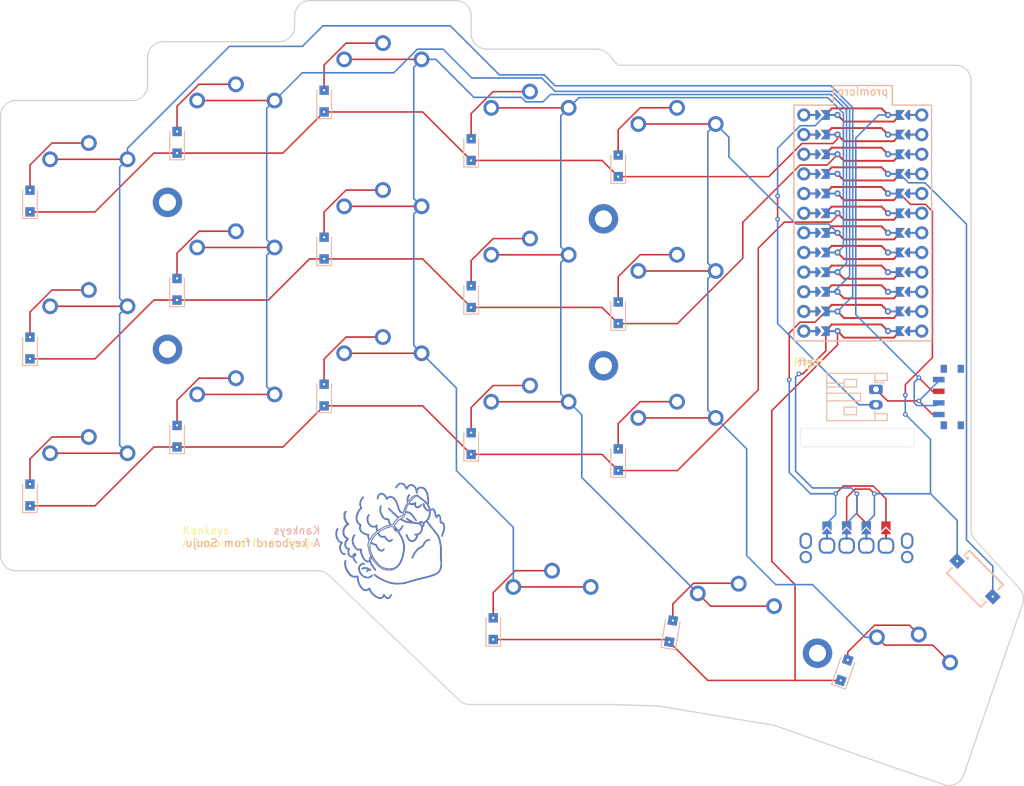
<source format=kicad_pcb>
(kicad_pcb (version 20240108) (generator "pcbnew") (generator_version "8.0")
  (title_block (title "kankeys") (rev "0.0.1") (company "Souju"))
  (layers (0 "F.Cu" signal) (31 "B.Cu" signal) (34 "B.Paste" user) (35 "F.Paste" user) (36 "B.SilkS" user "B.Silkscreen") (37 "F.SilkS" user "F.Silkscreen") (38 "B.Mask" user) (39 "F.Mask" user) (44 "Edge.Cuts" user))
  (net 0 "")
  (net 1 "P2")
  (net 2 "P0")
  (net 3 "P1")
  (net 4 "P8")
  (net 5 "P7")
  (net 6 "P6")
  (net 7 "P5")
  (net 8 "P4")
  (net 9 "P3")
  (net 10 "P21")
  (net 11 "P20")
  (net 12 "P19")
  (net 13 "P18")
  (net 14 "P15")
  (net 15 "P14")
  (net 16 "P16")
  (net 17 "RAW")
  (net 18 "B+")
  (net 19 "B-")
  (net 20 "RST")
  (net 21 "VCC")
  (net 22 "GND")
  (net 23 "_1_0")
  (net 24 "_1_23")
  (net 25 "_1_1")
  (net 26 "_1_22")
  (net 27 "_1_2")
  (net 28 "_1_21")
  (net 29 "_1_3")
  (net 30 "_1_20")
  (net 31 "_1_4")
  (net 32 "_1_19")
  (net 33 "_1_5")
  (net 34 "_1_18")
  (net 35 "_1_6")
  (net 36 "_1_17")
  (net 37 "_1_7")
  (net 38 "_1_16")
  (net 39 "_1_8")
  (net 40 "_1_15")
  (net 41 "_1_9")
  (net 42 "_1_14")
  (net 43 "_1_10")
  (net 44 "_1_13")
  (net 45 "_1_11")
  (net 46 "_1_12")
  (net 47 "pos")
  (footprint "mounting_hole" (layer "F.Cu") (at 265.88708 182.549783 -14.25)
    (property "Reference" "H5" (hide yes))
    (property "Value" "")
  )
  (footprint "Encoder:RollerEncoder" (layer "F.Cu") (at 270.921913 163.270653)
    (property "Reference" "EN1")
    (property "Value" "EVQWGD001")
    (fp_line (start -7.248 -7.7) (end -7.248 -9.5) (stroke (width 0.05)) (layer "Edge.Cuts"))
    (fp_line (start -6.952 -7.4) (end 7.148 -7.4) (stroke (width 0.05)) (layer "Edge.Cuts"))
    (fp_line (start 7.148 -9.8) (end -6.948 -9.8) (stroke (width 0.05)) (layer "Edge.Cuts"))
    (fp_line (start 7.448 -7.7) (end 7.448 -9.5) (stroke (width 0.05)) (layer "Edge.Cuts"))
    (fp_arc (start -7.248 -9.5) (mid -7.160132 -9.712132) (end -6.948 -9.8) (stroke (width 0.05)) (layer "Edge.Cuts"))
    (fp_arc (start -6.948 -7.4) (mid -7.160132 -7.487868) (end -7.248 -7.7) (stroke (width 0.05)) (layer "Edge.Cuts"))
    (fp_arc (start 7.148 -9.8) (mid 7.360132 -9.712132) (end 7.448 -9.5) (stroke (width 0.05)) (layer "Edge.Cuts"))
    (fp_arc (start 7.448 -7.7) (mid 7.360132 -7.487868) (end 7.148 -7.4) (stroke (width 0.05)) (layer "Edge.Cuts"))
  )
  (footprint "mounting_hole" (layer "F.Cu") (at 181.90108 124.25982)
    (property "Reference" "H1" (hide yes))
    (property "Value" "")
  )
  (footprint "Diode_SMD:Nexperia_CFP3_SOD-123W" (layer "F.Cu") (at 164.134413 124.093153 90)
    (property "Reference" "D3" (hide yes))
    (property "Value" "Nexperia_CFP3_SOD-123W" (hide yes))
  )
  (footprint "PG1350" (layer "F.Cu") (at 247.734413 136.933153)
    (property "Reference" "S14" (hide yes))
    (property "Value" "" (hide yes))
  )
  (footprint "PG1350" (layer "F.Cu") (at 228.734413 134.843153)
    (property "Reference" "S11" (hide yes))
    (property "Value" "" (hide yes))
  )
  (footprint "Diode_SMD:Nexperia_CFP3_SOD-123W" (layer "F.Cu") (at 202.134413 111.173153 90)
    (property "Reference" "D9" (hide yes))
    (property "Value" "Nexperia_CFP3_SOD-123W" (hide yes))
  )
  (footprint "Diode_SMD:Nexperia_CFP3_SOD-123W" (layer "F.Cu") (at 246.964665 179.713887 80.5)
    (property "Reference" "D17" (hide yes))
    (property "Value" "Nexperia_CFP3_SOD-123W" (hide yes))
  )
  (footprint "Button_Switch_SMD:SW_SPDT_PCM12" (layer "F.Cu") (at 282.984413 149.433153 90)
    (property "Reference" "T1" (hide yes))
    (property "Value" "" (hide yes))
  )
  (footprint "Diode_SMD:Nexperia_CFP3_SOD-123W" (layer "F.Cu") (at 164.134413 143.093153 90)
    (property "Reference" "D2" (hide yes))
    (property "Value" "Nexperia_CFP3_SOD-123W" (hide yes))
  )
  (footprint "PG1350" (layer "F.Cu") (at 247.734413 155.933153)
    (property "Reference" "S13" (hide yes))
    (property "Value" "" (hide yes))
  )
  (footprint "PG1350" (layer "F.Cu") (at 209.734413 128.573153)
    (property "Reference" "S8" (hide yes))
    (property "Value" "" (hide yes))
  )
  (footprint "PG1350" (layer "F.Cu") (at 190.734413 152.893153)
    (property "Reference" "S4" (hide yes))
    (property "Value" "" (hide yes))
  )
  (footprint "PG1350" (layer "F.Cu") (at 247.734413 117.933153)
    (property "Reference" "S15" (hide yes))
    (property "Value" "" (hide yes))
  )
  (footprint "PG1350" (layer "F.Cu") (at 277.049648 185.709375 -19)
    (property "Reference" "S18" (hide yes))
    (property "Value" "" (hide yes))
  )
  (footprint "ProMicro" (layer "F.Cu") (at 271.734413 126.933153)
    (property "Reference" "")
    (property "Value" "")
  )
  (footprint "PG1350" (layer "F.Cu") (at 209.734413 109.573153)
    (property "Reference" "S9" (hide yes))
    (property "Value" "" (hide yes))
  )
  (footprint "PG1350" (layer "F.Cu") (at 171.734413 160.493153)
    (property "Reference" "S1" (hide yes))
    (property "Value" "" (hide yes))
  )
  (footprint "Diode_SMD:Nexperia_CFP3_SOD-123W" (layer "F.Cu") (at 164.134413 162.093153 90)
    (property "Reference" "D1" (hide yes))
    (property "Value" "Nexperia_CFP3_SOD-123W" (hide yes))
  )
  (footprint "Diode_SMD:Nexperia_CFP3_SOD-123W" (layer "F.Cu") (at 269.342798 184.747887 71)
    (property "Reference" "D18" (hide yes))
    (property "Value" "Nexperia_CFP3_SOD-123W" (hide yes))
  )
  (footprint "PG1350" (layer "F.Cu") (at 228.734413 153.843153)
    (property "Reference" "S10" (hide yes))
    (property "Value" "" (hide yes))
  )
  (footprint "Diode_SMD:Nexperia_CFP3_SOD-123W" (layer "F.Cu") (at 202.134413 130.173153 90)
    (property "Reference" "D8" (hide yes))
    (property "Value" "Nexperia_CFP3_SOD-123W" (hide yes))
  )
  (footprint "Diode_SMD:Nexperia_CFP3_SOD-123W" (layer "F.Cu") (at 183.134413 116.493153 90)
    (property "Reference" "D6" (hide yes))
    (property "Value" "Nexperia_CFP3_SOD-123W" (hide yes))
  )
  (footprint "Diode_SMD:Nexperia_CFP3_SOD-123W" (layer "F.Cu") (at 240.134413 138.533153 90)
    (property "Reference" "D14" (hide yes))
    (property "Value" "Nexperia_CFP3_SOD-123W" (hide yes))
  )
  (footprint "Diode_SMD:Nexperia_CFP3_SOD-123W" (layer "F.Cu") (at 221.134413 155.443153 90)
    (property "Reference" "D10" (hide yes))
    (property "Value" "Nexperia_CFP3_SOD-123W" (hide yes))
  )
  (footprint "434121025816" (layer "F.Cu") (at 286.234413 172.933153 135)
    (property "Reference" "S19" (hide yes))
    (property "Value" "" (hide yes))
  )
  (footprint "PG1350" (layer "F.Cu") (at 254.724512 179.390191 -9.5)
    (property "Reference" "S17" (hide yes))
    (property "Value" "" (hide yes))
  )
  (footprint "PG1350" (layer "F.Cu") (at 171.734413 122.493153)
    (property "Reference" "S3" (hide yes))
    (property "Value" "" (hide yes))
  )
  (footprint "mounting_hole" (layer "F.Cu") (at 238.234413 145.388153)
    (property "Reference" "H4" (hide yes))
    (property "Value" "")
  )
  (footprint "PG1350" (layer "F.Cu") (at 209.734413 147.573153)
    (property "Reference" "S7" (hide yes))
    (property "Value" "" (hide yes))
  )
  (footprint "Diode_SMD:Nexperia_CFP3_SOD-123W" (layer "F.Cu") (at 202.134413 149.173153 90)
    (property "Reference" "D7" (hide yes))
    (property "Value" "Nexperia_CFP3_SOD-123W" (hide yes))
  )
  (footprint "PG1350" (layer "F.Cu") (at 171.734413 141.493153)
    (property "Reference" "S2" (hide yes))
    (property "Value" "" (hide yes))
  )
  (footprint "Connector_JST:JST_PH_S2B-PH-K_1x02_P2.00mm_Horizontal" (layer "F.Cu") (at 273.434413 148.433153 -90)
    (property "Reference" "_3" (hide yes))
    (property "Value" "" (hide yes))
  )
  (footprint "Diode_SMD:Nexperia_CFP3_SOD-123W" (layer "F.Cu") (at 223.984413 179.383153 90)
    (property "Reference" "D16" (hide yes))
    (property "Value" "Nexperia_CFP3_SOD-123W" (hide yes))
  )
  (footprint "Diode_SMD:Nexperia_CFP3_SOD-123W" (layer "F.Cu") (at 183.134413 154.493153 90)
    (property "Reference" "D4" (hide yes))
    (property "Value" "Nexperia_CFP3_SOD-123W" (hide yes))
  )
  (footprint "PG1350" (layer "F.Cu") (at 190.734413 114.893153)
    (property "Reference" "S6" (hide yes))
    (property "Value" "" (hide yes))
  )
  (footprint "mounting_hole" (layer "F.Cu") (at 238.234413 126.388153)
    (property "Reference" "H3" (hide yes))
    (property "Value" "")
  )
  (footprint "mounting_hole" (layer "F.Cu") (at 181.90108 143.25982)
    (property "Reference" "H2" (hide yes))
    (property "Value" "")
  )
  (footprint "Diode_SMD:Nexperia_CFP3_SOD-123W" (layer "F.Cu") (at 221.134413 136.443153 90)
    (property "Reference" "D11" (hide yes))
    (property "Value" "Nexperia_CFP3_SOD-123W" (hide yes))
  )
  (footprint "Diode_SMD:Nexperia_CFP3_SOD-123W" (layer "F.Cu") (at 240.134413 157.533153 90)
    (property "Reference" "D13" (hide yes))
    (property "Value" "Nexperia_CFP3_SOD-123W" (hide yes))
  )
  (footprint "PG1350" (layer "F.Cu") (at 231.584413 177.783153)
    (property "Reference" "S16" (hide yes))
    (property "Value" "" (hide yes))
  )
  (footprint "PG1350" (layer "F.Cu") (at 228.734413 115.843153)
    (property "Reference" "S12" (hide yes))
    (property "Value" "" (hide yes))
  )
  (footprint "Diode_SMD:Nexperia_CFP3_SOD-123W" (layer "F.Cu") (at 221.134413 117.443153 90)
    (property "Reference" "D12" (hide yes))
    (property "Value" "Nexperia_CFP3_SOD-123W" (hide yes))
  )
  (footprint "Diode_SMD:Nexperia_CFP3_SOD-123W" (layer "F.Cu") (at 183.134413 135.493153 90)
    (property "Reference" "D5" (hide yes))
    (property "Value" "Nexperia_CFP3_SOD-123W" (hide yes))
  )
  (footprint "Diode_SMD:Nexperia_CFP3_SOD-123W" (layer "F.Cu") (at 240.134413 119.533153 90)
    (property "Reference" "D15" (hide yes))
    (property "Value" "Nexperia_CFP3_SOD-123W" (hide yes))
  )
  (footprint "PG1350" (layer "F.Cu") (at 190.734413 133.893153)
    (property "Reference" "S5" (hide yes))
    (property "Value" "" (hide yes))
  )
  (gr_poly (pts (xy 212.014362 160.563153) (xy 211.924836 160.584865) (xy 211.829865 160.613592) (xy 211.752611 160.667688) (xy 211.671536 160.725311) (xy 211.607492 160.791492) (xy 211.546548 160.870306) (xy 211.487152 160.946306) (xy 211.430114 161.024648) (xy 211.39349 161.116844) (xy 211.42189 161.19063) (xy 211.503172 161.144394) (xy 211.541413 161.052154) (xy 211.595763 160.974724) (xy 211.655226 160.898792) (xy 211.719572 160.825574) (xy 211.79914 160.765372) (xy 211.879258 160.716791) (xy 211.970149 160.682006) (xy 212.066321 160.65585) (xy 212.157047 160.663153) (xy 212.252882 160.687388) (xy 212.340038 160.735653) (xy 212.418158 160.798149) (xy 212.484256 160.872922) (xy 212.543296 160.953497) (xy 212.58884 161.039055) (xy 212.643892 161.122285) (xy 212.69453 161.208329) (xy 212.730101 161.300671) (xy 212.81082 161.346334) (xy 212.877076 161.272324) (xy 212.925116 161.201748) (xy 212.971184 161.114286) (xy 213.035976 161.038466) (xy 213.097574 160.966177) (xy 213.184236 160.916604) (xy 213.273314 160.877898) (xy 213.369974 160.855372) (xy 213.465609 160.874213) (xy 213.561609 160.897452) (xy 213.651071 160.939811) (xy 213.725511 161.006318) (xy 213.797265 161.07605) (xy 213.859981 161.153732) (xy 213.914413 161.236637) (xy 213.950117 161.328144) (xy 213.983354 161.422379) (xy 214.017359 161.516099) (xy 214.034923 161.610288) (xy 214.042056 161.710152) (xy 214.049474 161.809847) (xy 214.102367 161.880072) (xy 214.164979 161.824659) (xy 214.171641 161.724737) (xy 214.174413 161.624884) (xy 214.215488 161.534895) (xy 214.250783 161.441246) (xy 214.300723 161.356318) (xy 214.367877 161.282494) (xy 214.447038 161.221841) (xy 214.539726 161.184716) (xy 214.639309 161.187466) (xy 214.739176 161.192006) (xy 214.834301 161.213041) (xy 214.921462 161.261677) (xy 215.005244 161.300373) (xy 215.07742 161.362473) (xy 215.145744 161.424484) (xy 215.204059 161.502622) (xy 215.256623 161.587573) (xy 215.305078 161.674817) (xy 215.337586 161.769259) (xy 215.374413 161.851682) (xy 215.394413 161.947022) (xy 215.423343 162.041013) (xy 215.449138 162.136597) (xy 215.462477 162.235738) (xy 215.479309 162.334333) (xy 215.499619 162.432291) (xy 215.504413 162.531754) (xy 215.524413 162.616476) (xy 215.525123 162.716408) (xy 215.542056 162.799581) (xy 215.554413 162.898486) (xy 215.567882 162.997439) (xy 215.578269 163.093153) (xy 215.60023 163.155702) (xy 215.617413 163.194152) (xy 215.646885 163.120569) (xy 215.65298 163.02175) (xy 215.644413 162.93363) (xy 215.636247 162.859485) (xy 215.645086 162.76652) (xy 215.629384 162.667889) (xy 215.623187 162.568248) (xy 215.611447 162.469573) (xy 215.598226 162.438359) (xy 215.593023 162.371763) (xy 215.584198 162.301045) (xy 215.573483 162.201927) (xy 215.558712 162.104648) (xy 215.534413 162.008408) (xy 215.516966 161.913364) (xy 215.483757 161.819872) (xy 215.449354 161.727977) (xy 215.406702 161.63773) (xy 215.374301 161.552928) (xy 215.320905 161.469645) (xy 215.267126 161.388061) (xy 215.202125 161.312794) (xy 215.123183 161.252333) (xy 215.046819 161.188597) (xy 214.957186 161.149416) (xy 214.882182 161.108368) (xy 214.787197 161.077169) (xy 214.688275 161.073153) (xy 214.588221 161.073153) (xy 214.491096 161.088905) (xy 214.414179 161.108798) (xy 214.330108 161.16121) (xy 214.254392 161.226504) (xy 214.196687 161.306029) (xy 214.151516 161.394648) (xy 214.098535 161.426689) (xy 214.056064 161.336456) (xy 214.029575 161.240605) (xy 213.98466 161.154142) (xy 213.931841 161.070581) (xy 213.868304 160.993989) (xy 213.806435 160.915579) (xy 213.724291 160.85908) (xy 213.639776 160.806729) (xy 213.546268 160.772101) (xy 213.44772 160.755793) (xy 213.348049 160.752208) (xy 213.250889 160.773205) (xy 213.158933 160.804091) (xy 213.075815 160.85605) (xy 213.005696 160.906279) (xy 212.935197 160.976651) (xy 212.878175 161.05751) (xy 212.823752 161.140922) (xy 212.76753 161.122829) (xy 212.712484 161.039294) (xy 212.667076 160.950314) (xy 212.614728 160.865031) (xy 212.555803 160.784543) (xy 212.487673 160.711368) (xy 212.410798 160.647718) (xy 212.321962 160.601928) (xy 212.230242 160.563153) (xy 212.133183 160.548627)) (stroke (width 0.1)) (fill none) (layer "F.Cu"))
  (gr_poly (pts (xy 206.119707 169.806473) (xy 206.065744 169.889454) (xy 205.989346 169.953696) (xy 205.986497 169.88124) (xy 206.034389 169.793662)) (stroke (width 0.1)) (fill none) (layer "F.Cu"))
  (gr_poly (pts (xy 214.574356 165.543153) (xy 214.481717 165.572938) (xy 214.415329 165.641322) (xy 214.446414 165.706153) (xy 214.524756 165.66281) (xy 214.620773 165.653153) (xy 214.720114 165.643153) (xy 214.80732 165.690979) (xy 214.879637 165.759276) (xy 214.927475 165.846473) (xy 214.948627 165.944066) (xy 214.941941 166.040569) (xy 214.894413 166.12501) (xy 214.874841 166.213915) (xy 214.928137 166.195706) (xy 214.962155 166.167684) (xy 215.024658 166.09198) (xy 215.052302 165.996163) (xy 215.050632 165.896689) (xy 215.024413 165.801032) (xy 214.991317 165.718024) (xy 214.92483 165.643743) (xy 214.84652 165.581884) (xy 214.752636 165.549893)) (stroke (width 0.1)) (fill none) (layer "F.Cu"))
  (gr_poly (pts (xy 207.28437 171.47316) (xy 207.190344 171.502621) (xy 207.103586 171.552197) (xy 207.035687 171.624061) (xy 207.020632 171.708031) (xy 207.098163 171.720341) (xy 207.159746 171.644154) (xy 207.247897 171.598865) (xy 207.346446 171.583251) (xy 207.44084 171.573153) (xy 207.534096 171.595574) (xy 207.631829 171.615625) (xy 207.726517 171.647994) (xy 207.818028 171.687691) (xy 207.89942 171.731509) (xy 207.80327 171.756426) (xy 207.717101 171.806305) (xy 207.659823 171.881514) (xy 207.680115 171.943153) (xy 207.655584 171.973153) (xy 207.624413 172.029585) (xy 207.654413 172.004787) (xy 207.714825 171.969551) (xy 207.771145 171.900604) (xy 207.857512 171.852258) (xy 207.957141 171.846954) (xy 208.056854 171.855146) (xy 208.15463 171.844414) (xy 208.151344 171.756994) (xy 208.075778 171.694082) (xy 207.987934 171.646278) (xy 207.897854 171.603115) (xy 207.805569 171.564605) (xy 207.711412 171.530899) (xy 207.615569 171.502069) (xy 207.518552 171.478261) (xy 207.419043 171.473153)) (stroke (width 0.1)) (fill none) (layer "F.Cu"))
  (gr_poly (pts (xy 209.43437 161.88316) (xy 209.341794 161.914899) (xy 209.259162 161.967763) (xy 209.188796 162.038516) (xy 209.131992 162.120415) (xy 209.085074 162.205384) (xy 209.043241 162.29615) (xy 209.018236 162.392743) (xy 209.004413 162.489561) (xy 209.007489 162.58877) (xy 209.071999 162.621866) (xy 209.114413 162.572496) (xy 209.114413 162.472326) (xy 209.132092 162.374388) (xy 209.172628 162.283777) (xy 209.222262 162.196917) (xy 209.268104 162.118539) (xy 209.337206 162.046919) (xy 209.421537 161.996372) (xy 209.517484 161.968796) (xy 209.611902 161.983542) (xy 209.707305 162.012137) (xy 209.791263 162.063633) (xy 209.856173 162.121582) (xy 209.930929 162.184556) (xy 209.985116 162.268256) (xy 210.042149 162.35021) (xy 210.088633 162.435538) (xy 210.138268 162.5224) (xy 210.178137 162.6106) (xy 210.261348 162.648042) (xy 210.339972 162.587594) (xy 210.405116 162.51245) (xy 210.481387 162.448504) (xy 210.568676 162.4023) (xy 210.667736 162.393153) (xy 210.767803 162.393153) (xy 210.862635 162.4217) (xy 210.956553 162.454223) (xy 211.036773 162.513041) (xy 211.1141 162.576225) (xy 211.180794 162.647122) (xy 211.246215 162.722223) (xy 211.301467 162.804314) (xy 211.348195 162.883825) (xy 211.390859 162.972492) (xy 211.435699 163.061368) (xy 211.475198 163.145507) (xy 211.505408 163.24064) (xy 211.544188 163.332704) (xy 211.576047 163.426421) (xy 211.60413 163.522022) (xy 211.64412 163.611981) (xy 211.669237 163.707626) (xy 211.699233 163.802793) (xy 211.737452 163.894878) (xy 211.767249 163.990229) (xy 211.808425 164.081176) (xy 211.849003 164.171953) (xy 211.904895 164.2546) (xy 211.967979 164.328006) (xy 212.049246 164.385507) (xy 212.144045 164.414223) (xy 212.243372 164.420783) (xy 212.342053 164.405625) (xy 212.397067 164.439885) (xy 212.386583 164.539285) (xy 212.384413 164.639201) (xy 212.349324 164.717088) (xy 212.25459 164.736427) (xy 212.159582 164.768097) (xy 212.075454 164.817135) (xy 211.986341 164.861225) (xy 211.903063 164.915963) (xy 211.826056 164.978724) (xy 211.74475 164.949423) (xy 211.66885 164.884536) (xy 211.58943 164.823879) (xy 211.512742 164.761273) (xy 211.446217 164.686433) (xy 211.373622 164.617888) (xy 211.29751 164.552976) (xy 211.231584 164.485326) (xy 211.154525 164.423265) (xy 211.091574 164.357475) (xy 211.023577 164.289262) (xy 210.953271 164.229225) (xy 210.881887 164.160432) (xy 210.803936 164.097805) (xy 210.737262 164.02462) (xy 210.664084 163.956625) (xy 210.61087 163.880234) (xy 210.549908 163.808006) (xy 210.459533 163.815802) (xy 210.485524 163.904357) (xy 210.553348 163.977833) (xy 210.619602 164.052682) (xy 210.682782 164.129848) (xy 210.757485 164.196225) (xy 210.836329 164.255388) (xy 210.905132 164.327726) (xy 210.960235 164.382258) (xy 211.032371 164.451398) (xy 211.107799 164.516539) (xy 211.181947 164.580507) (xy 211.252636 164.650684) (xy 211.320492 164.715778) (xy 211.388999 164.781143) (xy 211.459979 164.851065) (xy 211.532567 164.913095) (xy 211.606402 164.979645) (xy 211.685272 165.039317) (xy 211.684034 165.115379) (xy 211.608018 165.179548) (xy 211.537266 165.2503) (xy 211.468278 165.322591) (xy 211.399635 165.395271) (xy 211.327656 165.464558) (xy 211.261071 165.538165) (xy 211.205604 165.621366) (xy 211.152194 165.705372) (xy 211.095233 165.787128) (xy 211.047418 165.873646) (xy 210.969347 165.925686) (xy 210.8784 165.961519) (xy 210.784297 165.956287) (xy 210.730242 165.87342) (xy 210.684005 165.785806) (xy 210.633418 165.700167) (xy 210.60476 165.604368) (xy 210.556391 165.520583) (xy 210.537288 165.423484) (xy 210.513974 165.326176) (xy 210.48109 165.232768) (xy 210.402737 165.17575) (xy 210.302822 165.173156) (xy 210.203048 165.167729) (xy 210.105582 165.153153) (xy 210.013782 165.115594) (xy 209.925074 165.070261) (xy 209.855624 165.012919) (xy 209.806006 164.932329) (xy 209.752397 164.856459) (xy 209.70092 164.770665) (xy 209.647626 164.697973) (xy 209.606834 164.607994) (xy 209.569366 164.515489) (xy 209.528023 164.426763) (xy 209.499179 164.332684) (xy 209.473769 164.238644) (xy 209.455102 164.140626) (xy 209.444534 164.041581) (xy 209.446595 163.941691) (xy 209.451851 163.841836) (xy 209.464461 163.742872) (xy 209.493988 163.647621) (xy 209.525492 163.552748) (xy 209.504301 163.493265) (xy 209.437002 163.509352) (xy 209.387434 163.595522) (xy 209.362894 163.692266) (xy 209.339817 163.788868) (xy 209.334702 163.888671) (xy 209.334413 163.988623) (xy 209.335521 164.08863) (xy 209.348718 164.187682) (xy 209.370796 164.285069) (xy 209.401462 164.378726) (xy 209.428195 164.474498) (xy 209.468945 164.562217) (xy 209.507954 164.654159) (xy 209.550198 164.744723) (xy 209.598798 164.831923) (xy 209.649581 164.918019) (xy 209.710826 164.996968) (xy 209.774663 165.073766) (xy 209.846779 165.142854) (xy 209.929243 165.199274) (xy 210.019801 165.241469) (xy 210.115853 165.265399) (xy 210.2156 165.272523) (xy 210.31532 165.279646) (xy 210.397972 165.31739) (xy 210.422255 165.414523) (xy 210.443437 165.511941) (xy 210.47702 165.606154) (xy 210.520399 165.686902) (xy 210.563188 165.777233) (xy 210.604413 165.86605) (xy 210.6441 165.955912) (xy 210.609199 166.009602) (xy 210.511943 166.032789) (xy 210.41473 166.055574) (xy 210.318204 166.08121) (xy 210.221277 166.105894) (xy 210.125182 166.133612) (xy 210.030899 166.166928) (xy 209.938851 166.205934) (xy 209.849518 166.2506) (xy 209.758081 166.291319) (xy 209.674301 166.343153) (xy 209.58566 166.386726) (xy 209.498571 166.435501) (xy 209.416411 166.492154) (xy 209.332318 166.545248) (xy 209.251738 166.604025) (xy 209.182986 166.660771) (xy 209.099858 166.716189) (xy 209.044673 166.670426) (xy 209.016413 166.575151) (xy 208.995378 166.477494) (xy 208.973436 166.382405) (xy 208.964301 166.282928) (xy 208.951027 166.190081) (xy 208.964889 166.093138) (xy 209.008794 166.009152) (xy 208.935241 165.958757) (xy 208.859746 166.021487) (xy 208.783221 166.082235) (xy 208.689289 166.116045) (xy 208.591707 166.136126) (xy 208.49222 166.140934) (xy 208.393577 166.126208) (xy 208.300098 166.090995) (xy 208.215091 166.039776) (xy 208.132781 165.982793) (xy 208.059773 165.918513) (xy 207.998597 165.85152) (xy 207.953628 165.762368) (xy 207.896732 165.685472) (xy 207.863827 165.591396) (xy 207.832485 165.499297) (xy 207.808845 165.404169) (xy 207.796315 165.304974) (xy 207.793655 165.205011) (xy 207.800875 165.105419) (xy 207.81846 165.006964) (xy 207.853343 164.915293) (xy 207.893554 164.824442) (xy 207.939314 164.735899) (xy 207.975566 164.648175) (xy 207.890557 164.637009) (xy 207.845322 164.694061) (xy 207.794405 164.76765) (xy 207.751419 164.852136) (xy 207.717279 164.945989) (xy 207.693814 165.043077) (xy 207.683803 165.142553) (xy 207.67938 165.242421) (xy 207.681319 165.342377) (xy 207.699852 165.440348) (xy 207.724413 165.529989) (xy 207.751027 165.626225) (xy 207.795983 165.710405) (xy 207.834907 165.793895) (xy 207.892141 165.874698) (xy 207.946318 165.953035) (xy 208.015628 166.024907) (xy 208.09014 166.091623) (xy 208.17279 166.147577) (xy 208.262443 166.191994) (xy 208.356865 166.224379) (xy 208.45202 166.248704) (xy 208.55186 166.25257) (xy 208.650993 166.240867) (xy 208.747239 166.213842) (xy 208.834375 166.201118) (xy 208.845982 166.300215) (xy 208.864413 166.398275) (xy 208.884979 166.495418) (xy 208.906786 166.592644) (xy 208.933106 166.689231) (xy 208.969074 166.781766) (xy 208.92453 166.863065) (xy 208.84476 166.922806) (xy 208.761139 166.976427) (xy 208.686962 167.03897) (xy 208.611342 167.096224) (xy 208.556341 167.171225) (xy 208.484413 167.235144) (xy 208.427075 167.309603) (xy 208.365552 167.382014) (xy 208.313472 167.466243) (xy 208.264647 167.547801) (xy 208.214647 167.632919) (xy 208.158535 167.71491) (xy 208.106404 167.800167) (xy 208.045197 167.879288) (xy 207.996531 167.820016) (xy 207.952292 167.731032) (xy 207.929813 167.637112) (xy 207.90024 167.54162) (xy 207.885844 167.442841) (xy 207.889721 167.343146) (xy 207.905296 167.244532) (xy 207.84847 167.175418) (xy 207.74861 167.169865) (xy 207.649837 167.154828) (xy 207.553584 167.127876) (xy 207.459233 167.09476) (xy 207.368584 167.053248) (xy 207.278735 167.010314) (xy 207.19348 166.95924) (xy 207.110915 166.909655) (xy 207.043701 166.840988) (xy 206.983242 166.761982) (xy 206.92063 166.684418) (xy 206.871088 166.597611) (xy 206.838712 166.50605) (xy 206.817451 166.408341) (xy 206.811667 166.309348) (xy 206.830095 166.211176) (xy 206.86877 166.120082) (xy 206.91688 166.038561) (xy 206.896519 165.954206) (xy 206.81558 165.896358) (xy 206.736261 165.835344) (xy 206.658593 165.774169) (xy 206.595653 165.696432) (xy 206.532422 165.619171) (xy 206.492966 165.529777) (xy 206.452085 165.438498) (xy 206.416936 165.34577) (xy 206.402494 165.24685) (xy 206.394612 165.147069) (xy 206.393312 165.047098) (xy 206.398586 164.947262) (xy 206.410395 164.8481) (xy 206.43254 164.750643) (xy 206.45602 164.653513) (xy 206.485851 164.560276) (xy 206.530929 164.471862) (xy 206.56453 164.37786) (xy 206.614907 164.291917) (xy 206.655639 164.200701) (xy 206.713935 164.119822) (xy 206.767975 164.036029) (xy 206.822851 163.964716) (xy 206.906523 163.911043) (xy 206.977611 163.840848) (xy 206.984413 163.742342) (xy 206.949106 163.652539) (xy 206.910572 163.565113) (xy 206.883266 163.470859) (xy 206.859571 163.37479) (xy 206.853998 163.274851) (xy 206.854926 163.174869) (xy 206.869931 163.076599) (xy 206.886707 162.979712) (xy 206.919413 162.888153) (xy 206.960197 162.799656) (xy 207.005488 162.711002) (xy 207.053058 162.623025) (xy 207.105642 162.551291) (xy 207.161073 162.476493) (xy 207.239254 162.415891) (xy 207.234413 162.348714) (xy 207.154936 162.345328) (xy 207.083089 162.414494) (xy 207.013726 162.486595) (xy 206.956875 162.568297) (xy 206.907216 162.654303) (xy 206.865276 162.745106) (xy 206.826682 162.834076) (xy 206.791798 162.926226) (xy 206.782485 163.021225) (xy 206.75321 163.110511) (xy 206.744771 163.210117) (xy 206.744413 163.310197) (xy 206.75148 163.409691) (xy 206.779881 163.505026) (xy 206.808596 163.597336) (xy 206.846678 163.688816) (xy 206.883848 163.781739) (xy 206.807824 163.844944) (xy 206.730198 163.907368) (xy 206.672094 163.987792) (xy 206.614296 164.068299) (xy 206.558948 164.151351) (xy 206.515344 164.240981) (xy 206.466961 164.328566) (xy 206.424615 164.41788) (xy 206.387096 164.510225) (xy 206.354413 164.604465) (xy 206.320972 164.696919) (xy 206.302043 164.795002) (xy 206.28349 164.893304) (xy 206.274442 164.992837) (xy 206.274413 165.092892) (xy 206.280027 165.19245) (xy 206.294413 165.290931) (xy 206.321086 165.385952) (xy 206.351209 165.481339) (xy 206.385233 165.575203) (xy 206.433187 165.661927) (xy 206.486118 165.744006) (xy 206.55217 165.815178) (xy 206.623691 165.88509) (xy 206.698959 165.950878) (xy 206.781495 166.006796) (xy 206.764413 166.097919) (xy 206.718509 166.172672) (xy 206.700425 166.270793) (xy 206.701912 166.370552) (xy 206.713862 166.469816) (xy 206.742128 166.565692) (xy 206.783425 166.656757) (xy 206.829734 166.744503) (xy 206.886997 166.820793) (xy 206.950122 166.898058) (xy 207.021758 166.967795) (xy 207.101295 167.02826) (xy 207.1851 167.082117) (xy 207.271922 167.131729) (xy 207.364769 167.168472) (xy 207.46088 167.194545) (xy 207.546112 167.237493) (xy 207.644299 167.256212) (xy 207.743104 167.271413) (xy 207.784413 167.336686) (xy 207.784413 167.436569) (xy 207.784413 167.53664) (xy 207.80499 167.634307) (xy 207.842273 167.726732) (xy 207.877864 167.820056) (xy 207.917151 167.911049) (xy 207.961133 167.999884) (xy 207.932088 168.093965) (xy 207.884999 168.181982) (xy 207.855937 168.277057) (xy 207.831683 168.374071) (xy 207.804802 168.470073) (xy 207.802037 168.569857) (xy 207.813957 168.669052) (xy 207.832375 168.767039) (xy 207.853187 168.86457) (xy 207.868459 168.96285) (xy 207.891341 169.060096) (xy 207.908644 169.158541) (xy 207.926259 169.256844) (xy 207.954166 169.35167) (xy 207.984666 169.435489) (xy 208.008704 169.532316) (xy 208.041139 169.626604) (xy 208.07371 169.721045) (xy 208.112685 169.811879) (xy 208.157823 169.900826) (xy 208.199689 169.991443) (xy 208.252526 170.076328) (xy 208.303804 170.162156) (xy 208.353512 170.248904) (xy 208.405232 170.333972) (xy 208.441868 170.424234) (xy 208.498184 170.506104) (xy 208.552374 170.590095) (xy 208.616839 170.666457) (xy 208.677015 170.746372) (xy 208.738989 170.824819) (xy 208.802824 170.901876) (xy 208.868313 170.977298) (xy 208.935613 171.051269) (xy 209.004604 171.123651) (xy 209.075358 171.194514) (xy 209.147546 171.263533) (xy 209.221442 171.330974) (xy 209.296809 171.39662) (xy 209.373723 171.460536) (xy 209.456106 171.516854) (xy 209.543911 171.564372) (xy 209.633196 171.60948) (xy 209.723726 171.65205) (xy 209.815072 171.692625) (xy 209.910302 171.722597) (xy 210.008974 171.738065) (xy 210.107402 171.755948) (xy 210.206365 171.77024) (xy 210.305738 171.781097) (xy 210.405557 171.788518) (xy 210.505352 171.792474) (xy 210.60533 171.793153) (xy 210.70539 171.793153) (xy 210.804589 171.783124) (xy 210.903476 171.76827) (xy 211.00166 171.754071) (xy 211.095976 171.721591) (xy 211.18129 171.676234) (xy 211.264835 171.621807) (xy 211.348948 171.568618) (xy 211.436825 171.521706) (xy 211.522407 171.471503) (xy 211.594999 171.402567) (xy 211.668991 171.335398) (xy 211.738754 171.263885) (xy 211.806381 171.190528) (xy 211.868075 171.11172) (xy 211.926185 171.030489) (xy 211.977699 170.944741) (xy 212.024486 170.856365) (xy 212.074413 170.771841) (xy 212.111167 170.68289) (xy 212.153271 170.592652) (xy 212.194908 170.501866) (xy 212.230816 170.408504) (xy 212.260403 170.313202) (xy 212.294268 170.220807) (xy 212.311964 170.127358) (xy 212.340288 170.035528) (xy 212.364413 169.938912) (xy 212.380851 169.840619) (xy 212.400972 169.743477) (xy 212.426946 169.647151) (xy 212.447088 169.54918) (xy 212.465055 169.450795) (xy 212.480841 169.352034) (xy 212.494472 169.253007) (xy 212.504413 169.156539) (xy 212.521027 169.073153) (xy 212.528813 168.976764) (xy 212.533164 168.876895) (xy 212.526298 168.777254) (xy 212.525641 168.677933) (xy 212.504413 168.581296) (xy 212.491838 168.482852) (xy 212.474401 168.384507) (xy 212.456676 168.286211) (xy 212.435046 168.1886) (xy 212.409524 168.091793) (xy 212.380219 167.996203) (xy 212.347178 167.901939) (xy 212.314413 167.808408) (xy 212.268179 167.720684) (xy 212.23572 167.627075) (xy 212.194413 167.550834) (xy 212.150799 167.462114) (xy 212.099547 167.376394) (xy 212.050535 167.289187) (xy 211.993778 167.206887) (xy 211.946834 167.125574) (xy 211.901486 167.03803) (xy 211.849237 166.952919) (xy 211.796834 166.867994) (xy 211.800651 166.776915) (xy 211.885639 166.731927) (xy 211.943845 166.683512) (xy 212.010859 166.613101) (xy 212.073629 166.542468) (xy 212.136452 166.464723) (xy 212.180461 166.381058) (xy 212.218694 166.325662) (xy 212.264823 166.237128) (xy 212.284413 166.153646) (xy 212.303628 166.113938) (xy 212.308476 166.030214) (xy 212.274697 166.064307) (xy 212.238632 166.127216) (xy 212.193809 166.177998) (xy 212.136466 166.259832) (xy 212.098911 166.33049) (xy 212.035116 166.407274) (xy 211.973106 166.485768) (xy 211.909159 166.559594) (xy 211.836948 166.624924) (xy 211.746411 166.667154) (xy 211.675402 166.647063) (xy 211.617832 166.565908) (xy 211.550364 166.491961) (xy 211.486214 166.4154) (xy 211.426519 166.336312) (xy 211.361791 166.260531) (xy 211.291172 166.189912) (xy 211.210929 166.131411) (xy 211.214507 166.050442) (xy 211.261829 165.963265) (xy 211.323023 165.884543) (xy 211.376553 165.799942) (xy 211.436752 165.720814) (xy 211.502981 165.645755) (xy 211.567956 165.569945) (xy 211.637758 165.49845) (xy 211.706136 165.425962) (xy 211.782077 165.36087) (xy 211.860423 165.300148) (xy 211.94156 165.242263) (xy 212.02944 165.280169) (xy 212.113491 165.333923) (xy 212.198412 165.380153) (xy 212.287634 165.424441) (xy 212.375336 165.464076) (xy 212.465639 165.503153) (xy 212.556553 165.534223) (xy 212.64914 165.570098) (xy 212.742446 165.60476) (xy 212.837217 165.634555) (xy 212.934935 165.650473) (xy 213.032904 165.669136) (xy 213.131334 165.687133) (xy 213.230486 165.699494) (xy 213.329671 165.712363) (xy 213.428712 165.72425) (xy 213.5286 165.729489) (xy 213.628137 165.737747) (xy 213.727614 165.749054) (xy 213.826482 165.763347) (xy 213.925008 165.781272) (xy 214.022844 165.801225) (xy 214.12076 165.797192) (xy 214.220127 165.809684) (xy 214.317446 165.831411) (xy 214.411644 165.85223) (xy 214.497764 165.903163) (xy 214.574888 165.96625) (xy 214.638224 166.043462) (xy 214.697882 166.1205) (xy 214.734413 166.211533) (xy 214.734413 166.311609) (xy 214.734413 166.411591) (xy 214.730896 166.511317) (xy 214.711539 166.609427) (xy 214.681572 166.704721) (xy 214.643222 166.793749) (xy 214.581992 166.86923) (xy 214.515848 166.944386) (xy 214.445225 167.015109) (xy 214.364699 167.073418) (xy 214.275344 167.11837) (xy 214.181817 167.15373) (xy 214.083957 167.173153) (xy 213.984006 167.173153) (xy 213.884023 167.173225) (xy 213.808075 167.194033) (xy 213.87407 167.256372) (xy 213.972708 167.268373) (xy 214.071227 167.278408) (xy 214.170435 167.271822) (xy 214.265189 167.249428) (xy 214.355533 167.206668) (xy 214.439582 167.153109) (xy 214.517485 167.096695) (xy 214.589726 167.027841) (xy 214.654999 166.952567) (xy 214.710837 166.870304) (xy 214.759263 166.783454) (xy 214.794413 166.691748) (xy 214.823305 166.598695) (xy 214.835437 166.499451) (xy 214.845923 166.400032) (xy 214.848413 166.300148) (xy 214.839136 166.200768) (xy 214.805604 166.106727) (xy 214.760856 166.01743) (xy 214.700596 165.937702) (xy 214.633052 165.86403) (xy 214.555132 165.808513) (xy 214.466097 165.763036) (xy 214.371325 165.7312) (xy 214.272996 165.714379) (xy 214.174556 165.696119) (xy 214.076189 165.678761) (xy 213.977495 165.661835) (xy 213.879261 165.64343) (xy 213.781439 165.622963) (xy 213.684063 165.600441) (xy 213.594864 165.558379) (xy 213.506259 165.514076) (xy 213.420315 165.466104) (xy 213.33288 165.417857) (xy 213.249275 165.363061) (xy 213.164404 165.310646) (xy 213.08084 165.256366) (xy 213.003838 165.19277) (xy 212.920742 165.137372) (xy 212.827989 165.102994) (xy 212.760735 165.152381) (xy 212.83193 165.214585) (xy 212.911369 165.26625) (xy 212.992667 165.324164) (xy 213.073407 165.383131) (xy 213.157932 165.436505) (xy 213.244423 165.486493) (xy 213.330081 165.53782) (xy 213.418269 165.585081) (xy 213.371489 165.60172) (xy 213.271724 165.595485) (xy 213.173212 165.580089) (xy 213.075131 165.561004) (xy 212.976488 165.544086) (xy 212.878528 165.525064) (xy 212.783145 165.495257) (xy 212.686698 165.468724) (xy 212.595078 165.433486) (xy 212.503827 165.395434) (xy 212.41336 165.357627) (xy 212.322746 165.31596) (xy 212.234333 165.269427) (xy 212.145379 165.232273) (xy 212.065036 165.175263) (xy 212.111152 165.109784) (xy 212.198967 165.062237) (xy 212.284291 165.010729) (xy 212.370291 164.962567) (xy 212.444838 164.903643) (xy 212.518654 164.856189) (xy 212.549202 164.761892) (xy 212.5625 164.662819) (xy 212.572994 164.563423) (xy 212.58069 164.463568) (xy 212.605278 164.372333) (xy 212.701796 164.353159) (xy 212.801842 164.353153) (xy 212.899502 164.371925) (xy 212.997413 164.391986) (xy 213.08543 164.437165) (xy 213.170544 164.485605) (xy 213.256829 164.533973) (xy 213.324319 164.595583) (xy 213.400777 164.659517) (xy 213.46475 164.735692) (xy 213.528412 164.810153) (xy 213.59453 164.88327) (xy 213.646615 164.965355) (xy 213.705669 165.044409) (xy 213.768304 165.120934) (xy 213.824413 165.175363) (xy 213.871712 165.256093) (xy 213.927504 165.326243) (xy 213.995349 165.367685) (xy 214.02285 165.414402) (xy 214.044525 165.433041) (xy 214.05114 165.358243) (xy 214.001757 165.272025) (xy 213.945725 165.204465) (xy 213.888768 165.122216) (xy 213.832374 165.039585) (xy 213.780379 164.954441) (xy 213.720522 164.875372) (xy 213.66071 164.797985) (xy 213.600522 164.722317) (xy 213.543028 164.642834) (xy 213.476088 164.579902) (xy 213.413892 164.513153) (xy 213.34593 164.456791) (xy 213.26447 164.403182) (xy 213.183011 164.347452) (xy 213.099367 164.314804) (xy 213.024325 164.283094) (xy 212.928595 164.257091) (xy 212.829535 164.246934) (xy 212.72997 164.243153) (xy 212.629894 164.243153) (xy 212.640661 164.150674) (xy 212.664413 164.055528) (xy 212.695493 163.963966) (xy 212.728841 163.86987) (xy 212.765576 163.778091) (xy 212.800803 163.693153) (xy 212.846451 163.606449) (xy 212.890092 163.516439) (xy 212.933705 163.426487) (xy 212.976732 163.336195) (xy 213.013179 163.251973) (xy 213.083471 163.197814) (xy 213.161497 163.257671) (xy 213.251747 163.300304) (xy 213.348421 163.325689) (xy 213.44776 163.335794) (xy 213.547694 163.335439) (xy 213.645052 163.315485) (xy 213.738499 163.279976) (xy 213.821794 163.242692) (xy 213.826732 163.342582) (xy 213.832602 163.442367) (xy 213.862227 163.536148) (xy 213.916898 163.619596) (xy 213.987755 163.688714) (xy 214.079598 163.726332) (xy 214.175969 163.744694) (xy 214.273295 163.735497) (xy 214.360575 163.703153) (xy 214.451784 163.669145) (xy 214.534413 163.613153) (xy 214.609836 163.54773) (xy 214.676157 163.473061) (xy 214.724286 163.400462) (xy 214.714413 163.34321) (xy 214.695715 163.382151) (xy 214.65186 163.393153) (xy 214.593394 163.43629) (xy 214.508662 163.489498) (xy 214.423164 163.541343) (xy 214.336089 163.590481) (xy 214.245132 163.630473) (xy 214.146108 163.630506) (xy 214.054372 163.594404) (xy 213.982986 163.525219) (xy 213.936389 163.43908) (xy 213.933319 163.340003) (xy 213.947047 163.241049) (xy 213.97168 163.145886) (xy 213.974413 163.05722) (xy 213.888684 163.067879) (xy 213.807148 163.125741) (xy 213.718595 163.172067) (xy 213.625349 163.207685) (xy 213.529016 163.223153) (xy 213.428934 163.223059) (xy 213.330373 163.210099) (xy 213.237656 163.17245) (xy 213.161447 163.110187) (xy 213.191286 163.035298) (xy 213.251151 162.956207) (xy 213.320818 162.88457) (xy 213.389665 162.81197) (xy 213.457592 162.738511) (xy 213.524591 162.664201) (xy 213.590566 162.58915) (xy 213.659263 162.516428) (xy 213.732708 162.44878) (xy 213.811478 162.38722) (xy 213.897072 162.339557) (xy 213.982636 162.287775) (xy 214.07903 162.263266) (xy 214.176191 162.254483) (xy 214.265336 162.296346) (xy 214.339088 162.363948) (xy 214.415614 162.428186) (xy 214.495826 162.487763) (xy 214.572389 162.549106) (xy 214.654062 162.602802) (xy 214.738023 162.653153) (xy 214.807879 162.721566) (xy 214.888041 162.780056) (xy 214.963215 162.846015) (xy 215.040172 162.909803) (xy 215.115699 162.975529) (xy 215.192279 163.039647) (xy 215.267247 163.105881) (xy 215.334062 163.177977) (xy 215.387078 163.255412) (xy 215.441725 163.338852) (xy 215.499875 163.416346) (xy 215.549003 163.502567) (xy 215.596508 163.589439) (xy 215.630747 163.683378) (xy 215.665813 163.776886) (xy 215.69846 163.871366) (xy 215.718137 163.969218) (xy 215.708878 164.050934) (xy 215.609493 164.039933) (xy 215.513511 164.012894) (xy 215.426356 163.964574) (xy 215.350124 163.899896) (xy 215.278124 163.830619) (xy 215.220929 163.749669) (xy 215.171358 163.663989) (xy 215.125744 163.575482) (xy 215.097715 163.479663) (xy 215.074413 163.383245) (xy 215.074413 163.283204) (xy 215.055584 163.196877) (xy 214.980892 163.217736) (xy 214.960926 163.314894) (xy 214.964413 163.414556) (xy 214.985757 163.511513) (xy 215.022897 163.604363) (xy 215.060967 163.696706) (xy 215.107614 163.785278) (xy 215.163145 163.868214) (xy 215.227193 163.944996) (xy 215.29841 164.010462) (xy 215.379358 164.068585) (xy 215.466715 164.117466) (xy 215.560915 164.14802) (xy 215.66003 164.161235) (xy 215.743992 164.187936) (xy 215.740618 164.28784) (xy 215.73633 164.387705) (xy 215.731127 164.487525) (xy 215.72501 164.587295) (xy 215.717968 164.687143) (xy 215.701352 164.785397) (xy 215.673836 164.881358) (xy 215.636286 164.97394) (xy 215.593554 165.064442) (xy 215.54764 165.152777) (xy 215.489208 165.233387) (xy 215.427249 165.31175) (xy 215.358823 165.383851) (xy 215.281796 165.447684) (xy 215.205929 165.512885) (xy 215.131241 165.579438) (xy 215.055127 165.639966) (xy 215.083656 165.718031) (xy 215.17277 165.687582) (xy 215.255488 165.63154) (xy 215.325878 165.561981) (xy 215.400458 165.495767) (xy 215.471206 165.425175) (xy 215.539279 165.35234) (xy 215.598197 165.271441) (xy 215.648184 165.185611) (xy 215.699479 165.100488) (xy 215.736691 165.007685) (xy 215.775184 164.915303) (xy 215.799203 164.818782) (xy 215.823988 164.722088) (xy 215.842398 164.623899) (xy 215.852937 164.526104) (xy 215.859245 164.426522) (xy 215.864239 164.326624) (xy 215.864413 164.226668) (xy 215.864413 164.126624) (xy 215.949413 164.078153) (xy 216.037217 164.031751) (xy 216.128066 163.996018) (xy 216.226296 164.003577) (xy 216.306654 164.061567) (xy 216.346074 164.151747) (xy 216.376196 164.247133) (xy 216.404413 164.341962) (xy 216.429442 164.438358) (xy 216.454413 164.534089) (xy 216.474166 164.631917) (xy 216.507008 164.726337) (xy 216.53498 164.822241) (xy 216.563015 164.918359) (xy 216.614813 165.00214) (xy 216.704954 165.028553) (xy 216.776114 164.960574) (xy 216.813088 164.867942) (xy 216.85957 164.779762) (xy 216.943826 164.742864) (xy 217.014261 164.805637) (xy 217.063919 164.892164) (xy 217.089589 164.988798) (xy 217.109823 165.086431) (xy 217.120114 165.185865) (xy 217.124413 165.28567) (xy 217.130746 165.385484) (xy 217.134413 165.485314) (xy 217.134413 165.585281) (xy 217.155414 165.681487) (xy 217.228826 165.737719) (xy 217.326875 165.719227) (xy 217.419625 165.746969) (xy 217.483262 165.823815) (xy 217.531494 165.911292) (xy 217.565344 166.005325) (xy 217.597903 166.099173) (xy 217.606832 166.198617) (xy 217.608845 166.298667) (xy 217.603911 166.398548) (xy 217.592069 166.497761) (xy 217.573338 166.596084) (xy 217.538748 166.687618) (xy 217.516478 166.784893) (xy 217.480962 166.876781) (xy 217.447854 166.969387) (xy 217.414413 167.059423) (xy 217.384442 167.153067) (xy 217.366632 167.218714) (xy 217.342389 167.315177) (xy 217.334327 167.383182) (xy 217.30586 167.443153) (xy 217.390305 167.411368) (xy 217.431923 167.324117) (xy 217.443682 167.273807) (xy 217.482038 167.186154) (xy 217.52186 167.094535) (xy 217.555483 167.012083) (xy 217.58576 166.919113) (xy 217.622708 166.826563) (xy 217.649539 166.733345) (xy 217.673781 166.636877) (xy 217.694413 166.540865) (xy 217.713652 166.4431) (xy 217.707577 166.353153) (xy 217.714413 166.260518) (xy 217.716247 166.162324) (xy 217.699501 166.06368) (xy 217.672426 165.975492) (xy 217.641198 165.885028) (xy 217.595699 165.79624) (xy 217.539657 165.713506) (xy 217.467069 165.645067) (xy 217.373032 165.612536) (xy 217.273415 165.613153) (xy 217.240048 165.542331) (xy 217.232185 165.442533) (xy 217.222355 165.343147) (xy 217.210521 165.243784) (xy 217.196706 165.144683) (xy 217.180949 165.046081) (xy 217.163188 164.947592) (xy 217.143459 164.849454) (xy 217.118476 164.753302) (xy 217.048224 164.683751) (xy 216.968397 164.631662) (xy 216.871467 164.636099) (xy 216.800735 164.69275) (xy 216.740431 164.772112) (xy 216.70022 164.863635) (xy 216.654173 164.855845) (xy 216.620555 164.761578) (xy 216.59156 164.666024) (xy 216.568195 164.568951) (xy 216.550632 164.47047) (xy 216.527321 164.373332) (xy 216.500403 164.277114) (xy 216.476682 164.17996) (xy 216.44349 164.091307) (xy 216.394843 164.013583) (xy 216.335744 163.934484) (xy 216.248456 163.891423) (xy 216.14868 163.884771) (xy 216.054348 163.911645) (xy 215.963536 163.953518) (xy 215.87159 163.992418) (xy 215.821669 163.946396) (xy 215.805056 163.847811) (xy 215.778512 163.751515) (xy 215.740689 163.659429) (xy 215.709495 163.568459) (xy 215.662747 163.48003) (xy 215.610194 163.396121) (xy 215.558825 163.310506) (xy 215.499502 163.229938) (xy 215.447738 163.146478) (xy 215.384337 163.070063) (xy 215.313544 162.999383) (xy 215.238857 162.932839) (xy 215.159938 162.871738) (xy 215.084674 162.805882) (xy 215.007834 162.7421) (xy 214.927028 162.68446) (xy 214.855725 162.614465) (xy 214.776023 162.554768) (xy 214.69377 162.498093) (xy 214.62073 162.448384) (xy 214.536767 162.394722) (xy 214.460111 162.330638) (xy 214.385064 162.264523) (xy 214.311622 162.19673) (xy 214.241675 162.125844) (xy 214.149182 162.100532) (xy 214.050508 162.107324) (xy 213.95468 162.135934) (xy 213.861427 162.164148) (xy 213.77293 162.207475) (xy 213.683414 162.250153) (xy 213.604638 162.302928) (xy 213.528412 162.359154) (xy 213.452816 162.424052) (xy 213.385247 162.49729) (xy 213.322485 162.565081) (xy 213.256328 162.634651) (xy 213.194862 162.702479) (xy 213.13946 162.785583) (xy 213.076901 162.858167) (xy 213.024472 162.90327) (xy 212.984413 162.813965) (xy 212.974413 162.715535) (xy 212.973485 162.616582) (xy 212.992218 162.518515) (xy 213.020689 162.424324) (xy 213.057449 162.332839) (xy 213.095976 162.250028) (xy 213.150775 162.176791) (xy 213.194166 162.092659) (xy 213.119369 162.05768) (xy 213.042653 162.119688) (xy 212.990849 162.204572) (xy 212.944761 162.286687) (xy 212.917577 162.379989) (xy 212.89424 162.473585) (xy 212.863266 162.567958) (xy 212.859458 162.667844) (xy 212.863947 162.767672) (xy 212.884096 162.864939) (xy 212.923756 162.956543) (xy 212.93778 163.054252) (xy 212.879254 163.13347) (xy 212.830631 163.220716) (xy 212.78052 163.307177) (xy 212.738342 163.397725) (xy 212.695466 163.481047) (xy 212.651416 163.570117) (xy 212.612651 163.662251) (xy 212.575292 163.754958) (xy 212.539275 163.848408) (xy 212.50475 163.942214) (xy 212.485125 164.040189) (xy 212.459424 164.136809) (xy 212.431249 164.232645) (xy 212.366321 164.295341) (xy 212.267568 164.308417) (xy 212.168269 164.30814) (xy 212.075309 164.273544) (xy 212.007074 164.203368) (xy 211.94973 164.121827) (xy 211.903142 164.033459) (xy 211.862979 163.941865) (xy 211.829504 163.847615) (xy 211.802917 163.751303) (xy 211.766179 163.659872) (xy 211.740913 163.563819) (xy 211.70668 163.469955) (xy 211.675033 163.375014) (xy 211.642894 163.280738) (xy 211.608444 163.193193) (xy 211.568023 163.110373) (xy 211.533701 163.021373) (xy 211.494413 162.929767) (xy 211.45408 162.842488) (xy 211.402951 162.757393) (xy 211.344063 162.676422) (xy 211.293432 162.604171) (xy 211.229724 162.528933) (xy 211.155376 162.46202) (xy 211.075653 162.401897) (xy 210.987854 162.355447) (xy 210.906036 162.32164) (xy 210.809611 162.295661) (xy 210.71085 162.280843) (xy 210.610893 162.281656) (xy 210.517397 162.315243) (xy 210.431644 162.364999) (xy 210.349535 162.421811) (xy 210.284403 162.486493) (xy 210.221972 162.448254) (xy 210.180663 162.357216) (xy 210.126946 162.28049) (xy 210.073292 162.196426) (xy 210.009479 162.119486) (xy 209.943338 162.052078) (xy 209.873368 161.983144) (xy 209.786571 161.943872) (xy 209.708797 161.890498) (xy 209.611634 161.868042)) (stroke (width 0.1)) (fill none) (layer "F.Cu"))
  (gr_poly (pts (xy 214.794442 163.313153) (xy 214.754764 163.333386) (xy 214.753918 163.323263)) (stroke (width 0.1)) (fill none) (layer "F.Cu"))
  (gr_poly (pts (xy 210.846437 166.155177) (xy 210.937101 166.193691) (xy 211.034938 166.214381) (xy 211.128526 166.245951) (xy 211.157799 166.340081) (xy 211.179296 166.437567) (xy 211.206682 166.53223) (xy 211.252158 166.619395) (xy 211.310915 166.699655) (xy 211.388833 166.755363) (xy 211.479237 166.798094) (xy 211.576386 166.818003) (xy 211.664179 166.852803) (xy 211.716767 166.937861) (xy 211.764301 167.023041) (xy 211.806047 167.110604) (xy 211.866568 167.190209) (xy 211.91956 167.274661) (xy 211.969773 167.361192) (xy 212.01729 167.448906) (xy 212.065336 167.535922) (xy 212.109003 167.625416) (xy 212.154934 167.714194) (xy 212.192292 167.806791) (xy 212.224384 167.893038) (xy 212.260803 167.985933) (xy 212.285466 168.080785) (xy 212.306534 168.177394) (xy 212.329771 168.274114) (xy 212.350489 168.371937) (xy 212.376729 168.468428) (xy 212.392602 168.566855) (xy 212.400373 168.666593) (xy 212.407488 168.766205) (xy 212.414546 168.865988) (xy 212.416319 168.965969) (xy 212.412446 169.065857) (xy 212.403817 169.165535) (xy 212.378625 169.262093) (xy 212.367448 169.361309) (xy 212.352459 169.4602) (xy 212.331803 169.557942) (xy 212.314403 169.656545) (xy 212.285446 169.750055) (xy 212.265432 169.848057) (xy 212.247809 169.946268) (xy 212.234413 170.0443) (xy 212.206608 170.137791) (xy 212.174413 170.230581) (xy 212.142144 170.32223) (xy 212.103334 170.412976) (xy 212.064424 170.504945) (xy 212.025464 170.597033) (xy 211.989589 170.687626) (xy 211.948308 170.771468) (xy 211.905278 170.861422) (xy 211.852749 170.945482) (xy 211.795116 171.027099) (xy 211.740631 171.110716) (xy 211.67073 171.17245) (xy 211.606262 171.248934) (xy 211.536691 171.320875) (xy 211.455116 171.377802) (xy 211.374384 171.43409) (xy 211.293903 171.48578) (xy 211.203548 171.526715) (xy 211.111884 171.566638) (xy 211.016463 171.596246) (xy 210.918261 171.615231) (xy 210.820346 171.619086) (xy 210.723629 171.624694) (xy 210.624209 171.633153) (xy 210.524173 171.633153) (xy 210.424131 171.633153) (xy 210.324269 171.630639) (xy 210.225428 171.615572) (xy 210.127312 171.596058) (xy 210.030244 171.572162) (xy 209.934369 171.543927) (xy 209.839834 171.511394) (xy 209.746785 171.474607) (xy 209.655688 171.43376) (xy 209.56908 171.384154) (xy 209.492443 171.320036) (xy 209.410817 171.264089) (xy 209.33056 171.204687) (xy 209.252604 171.142119) (xy 209.182362 171.07108) (xy 209.114201 170.997998) (xy 209.045948 170.92479) (xy 208.975704 170.853639) (xy 208.911906 170.776663) (xy 208.855189 170.694394) (xy 208.795233 170.614383) (xy 208.737364 170.536104) (xy 208.678593 170.455841) (xy 208.625593 170.371041) (xy 208.567252 170.28986) (xy 208.511004 170.207174) (xy 208.458821 170.121924) (xy 208.410791 170.03426) (xy 208.367001 169.944331) (xy 208.324737 169.853802) (xy 208.287152 169.762739) (xy 208.247159 169.671195) (xy 208.21549 169.576626) (xy 208.187305 169.480716) (xy 208.158093 169.384969) (xy 208.144746 169.286147) (xy 208.114413 169.193622) (xy 208.092144 169.097269) (xy 208.076307 168.99857) (xy 208.060906 168.89984) (xy 208.050441 168.800417) (xy 208.046366 168.700667) (xy 208.045396 168.600797) (xy 208.064384 168.503296) (xy 208.084413 168.405676) (xy 208.119764 168.317802) (xy 208.163788 168.252528) (xy 208.236244 168.321346) (xy 208.31269 168.385962) (xy 208.391467 168.437261) (xy 208.476782 168.484286) (xy 208.566026 168.523691) (xy 208.661316 168.549879) (xy 208.757656 168.573153) (xy 208.825362 168.623157) (xy 208.86111 168.708199) (xy 208.899875 168.78854) (xy 208.952729 168.8722) (xy 208.991447 168.952531) (xy 209.040512 169.029611) (xy 209.100782 169.105549) (xy 209.168946 169.178615) (xy 209.243727 169.244855) (xy 209.322611 169.295886) (xy 209.414301 169.332358) (xy 209.512012 169.353153) (xy 209.611122 169.344395) (xy 209.709361 169.325975) (xy 209.792603 169.273227) (xy 209.865862 169.205108) (xy 209.901249 169.112645) (xy 209.889898 169.043751) (xy 209.828682 169.068884) (xy 209.765002 169.145577) (xy 209.695082 169.215915) (xy 209.599607 169.244322) (xy 209.499866 169.23996) (xy 209.4025 169.21829) (xy 209.318706 169.167446) (xy 209.247994 169.096734) (xy 209.178342 169.025058) (xy 209.117364 168.94599) (xy 209.063989 168.862588) (xy 209.019774 168.776195) (xy 208.970172 168.69043) (xy 208.938538 168.595528) (xy 208.896102 168.505855) (xy 208.80625 168.466343) (xy 208.706563 168.458917) (xy 208.612782 168.426189) (xy 208.521084 168.386072) (xy 208.434821 168.336254) (xy 208.354915 168.276158) (xy 208.27703 168.213247) (xy 208.209347 168.140582) (xy 208.222708 168.055711) (xy 208.263548 167.964884) (xy 208.316312 167.880115) (xy 208.36956 167.795432) (xy 208.428242 167.714559) (xy 208.484415 167.632917) (xy 208.542428 167.553675) (xy 208.584413 167.505154) (xy 208.645816 167.438493) (xy 208.706915 167.3594) (xy 208.762422 167.276139) (xy 208.837509 167.210421) (xy 208.912447 167.144299) (xy 208.987491 167.078084) (xy 209.059639 167.04012) (xy 209.112808 167.124236) (xy 209.162341 167.202063) (xy 209.215801 167.286145) (xy 209.277093 167.364963) (xy 209.354906 167.426815) (xy 209.436286 167.484089) (xy 209.527789 167.524118) (xy 209.623088 167.554417) (xy 209.721176 167.571925) (xy 209.820106 167.559838) (xy 209.913707 167.525333) (xy 209.983222 167.581366) (xy 210.032292 167.666791) (xy 210.094587 167.743674) (xy 210.147327 167.827169) (xy 210.211516 167.903733) (xy 210.285349 167.971116) (xy 210.368543 168.026251) (xy 210.449879 168.081643) (xy 210.54693 168.105758) (xy 210.646058 168.110048) (xy 210.74263 168.084295) (xy 210.822877 168.031484) (xy 210.890764 167.957939) (xy 210.934413 167.871468) (xy 210.956059 167.82701) (xy 210.882061 167.827092) (xy 210.82466 167.902906) (xy 210.739097 167.950233) (xy 210.651246 167.995348) (xy 210.55244 167.995728) (xy 210.462862 167.957601) (xy 210.378675 167.903745) (xy 210.30186 167.8406) (xy 210.239046 167.762936) (xy 210.180631 167.682481) (xy 210.126098 167.598733) (xy 210.067359 167.529045) (xy 210.022295 167.443663) (xy 209.942842 167.393992) (xy 209.854301 167.438209) (xy 209.757865 167.461306) (xy 209.658216 167.454708) (xy 209.565908 167.421751) (xy 209.473483 167.384955) (xy 209.399418 167.318158) (xy 209.328663 167.247403) (xy 209.263817 167.171962) (xy 209.216584 167.0838) (xy 209.168388 166.996308) (xy 209.167593 166.910063) (xy 209.24593 166.849515) (xy 209.324407 166.78766) (xy 209.409104 166.734916) (xy 209.493601 166.68164) (xy 209.585078 166.64282) (xy 209.664647 166.603153) (xy 209.755078 166.56282) (xy 209.842608 166.515029) (xy 209.909367 166.46985) (xy 210.000745 166.434987) (xy 210.086327 166.403348) (xy 210.174413 166.368153) (xy 210.267852 166.3326) (xy 210.361062 166.296493) (xy 210.453964 166.263378) (xy 210.547295 166.234339) (xy 210.636026 166.193153) (xy 210.729858 166.168912)) (stroke (width 0.1)) (fill none) (layer "F.Cu"))
  (gr_poly (pts (xy 207.124384 170.92316) (xy 207.027504 170.947529) (xy 206.946632 171.000934) (xy 206.863338 171.053691) (xy 206.789619 171.109865) (xy 206.732088 171.19164) (xy 206.671824 171.270843) (xy 206.633236 171.363058) (xy 206.607975 171.459249) (xy 206.588486 171.556351) (xy 206.588317 171.656276) (xy 206.59937 171.755698) (xy 206.621476 171.853131) (xy 206.654508 171.947419) (xy 206.692807 172.03963) (xy 206.73336 172.131047) (xy 206.774413 172.220028) (xy 206.83169 172.30043) (xy 206.880753 172.370278) (xy 206.949283 172.443081) (xy 207.021534 172.512386) (xy 207.097096 172.5778) (xy 207.176437 172.6372) (xy 207.258584 172.687324) (xy 207.34447 172.733182) (xy 207.43254 172.767685) (xy 207.527477 172.797432) (xy 207.626607 172.811097) (xy 207.726341 172.817266) (xy 207.826252 172.815931) (xy 207.925917 172.807082) (xy 208.021316 172.778677) (xy 208.112659 172.738128) (xy 208.198085 172.686317) (xy 208.274281 172.622019) (xy 208.343405 172.549765) (xy 208.369668 172.468408) (xy 208.315822 172.431401) (xy 208.240184 172.496738) (xy 208.171651 172.569159) (xy 208.095017 172.62467) (xy 208.005116 172.667802) (xy 207.912246 172.703844) (xy 207.812845 172.713953) (xy 207.713028 172.711434) (xy 207.613433 172.702454) (xy 207.516244 172.68043) (xy 207.422628 172.647261) (xy 207.331577 172.606019) (xy 207.242676 172.560354) (xy 207.15965 172.504865) (xy 207.086859 172.436537) (xy 207.019692 172.362332) (xy 206.957524 172.284109) (xy 206.902884 172.200605) (xy 206.85075 172.115828) (xy 206.805385 172.026727) (xy 206.762513 171.936566) (xy 206.737844 171.839784) (xy 206.714832 171.742849) (xy 206.704637 171.64345) (xy 206.704828 171.543472) (xy 206.72457 171.446069) (xy 206.746834 171.350732) (xy 206.802194 171.268426) (xy 206.873564 171.19858) (xy 206.946323 171.129854) (xy 207.026333 171.071878) (xy 207.119197 171.037131) (xy 207.218632 171.035523) (xy 207.316021 171.057898) (xy 207.35152 170.994362) (xy 207.280371 170.939536)) (stroke (width 0.1)) (fill none) (layer "F.Cu"))
  (gr_poly (pts (xy 215.444413 165.568564) (xy 215.483156 165.65808) (xy 215.528923 165.739166) (xy 215.587738 165.819803) (xy 215.643008 165.901748) (xy 215.701472 165.981977) (xy 215.762487 166.061294) (xy 215.825327 166.138876) (xy 215.891261 166.214213) (xy 215.953554 166.291864) (xy 216.01703 166.36577) (xy 216.081125 166.441783) (xy 216.142541 166.520746) (xy 216.207307 166.597012) (xy 216.26729 166.676988) (xy 216.327244 166.757117) (xy 216.389421 166.834409) (xy 216.450575 166.909315) (xy 216.512538 166.987886) (xy 216.57586 167.065082) (xy 216.635976 167.144716) (xy 216.691783 167.227591) (xy 216.743919 167.312164) (xy 216.808945 167.387685) (xy 216.844391 167.463124) (xy 216.883244 167.555229) (xy 216.925078 167.644817) (xy 216.950661 167.740641) (xy 216.981304 167.833825) (xy 217.005135 167.929456) (xy 217.022499 168.027914) (xy 217.050738 168.123731) (xy 217.076724 168.220309) (xy 217.097052 168.318224) (xy 217.113362 168.416845) (xy 217.132334 168.514876) (xy 217.144413 168.613801) (xy 217.149629 168.713299) (xy 217.164031 168.812403) (xy 217.174302 168.911798) (xy 217.178524 169.011809) (xy 217.182683 169.111622) (xy 217.182367 169.21154) (xy 217.182096 169.311513) (xy 217.182532 169.411367) (xy 217.175878 169.511181) (xy 217.176776 169.611178) (xy 217.174413 169.711076) (xy 217.169229 169.810802) (xy 217.167965 169.910711) (xy 217.170493 170.010811) (xy 217.175862 170.110586) (xy 217.184121 170.210223) (xy 217.189032 170.310162) (xy 217.193787 170.410017) (xy 217.205418 170.509227) (xy 217.211654 170.609009) (xy 217.218801 170.708861) (xy 217.223299 170.808755) (xy 217.223489 170.908725) (xy 217.219371 171.008631) (xy 217.214413 171.108465) (xy 217.203418 171.207132) (xy 217.188165 171.305632) (xy 217.177522 171.40517) (xy 217.156738 171.502341) (xy 217.12605 171.597425) (xy 217.095173 171.691634) (xy 217.059673 171.785002) (xy 217.014166 171.873647) (xy 216.962445 171.955778) (xy 216.904508 172.036497) (xy 216.832255 172.104591) (xy 216.747983 172.158422) (xy 216.660746 172.207435) (xy 216.572384 172.254168) (xy 216.482913 172.298903) (xy 216.393372 172.3435) (xy 216.299089 172.376664) (xy 216.20488 172.409721) (xy 216.10917 172.439011) (xy 216.016646 172.476403) (xy 215.921843 172.508215) (xy 215.826843 172.5382) (xy 215.733939 172.563671) (xy 215.640468 172.592919) (xy 215.543295 172.615933) (xy 215.447289 172.639934) (xy 215.362971 172.663441) (xy 215.268317 172.686372) (xy 215.171393 172.709506) (xy 215.080554 172.734118) (xy 214.983476 172.758387) (xy 214.884806 172.774711) (xy 214.786765 172.794292) (xy 214.690484 172.821129) (xy 214.596325 172.851896) (xy 214.498798 172.873329) (xy 214.401202 172.894223) (xy 214.306079 172.924944) (xy 214.208769 172.947672) (xy 214.112108 172.973607) (xy 214.016496 173.00264) (xy 213.919307 173.025407) (xy 213.822177 173.049072) (xy 213.726061 173.076741) (xy 213.631853 173.11011) (xy 213.534065 173.129723) (xy 213.440491 173.163153) (xy 213.344413 173.183153) (xy 213.2501 173.212675) (xy 213.156319 173.247358) (xy 213.061664 173.279529) (xy 212.966186 173.309172) (xy 212.869807 173.336306) (xy 212.777059 173.368938) (xy 212.69349 173.383153) (xy 212.59693 173.408148) (xy 212.499487 173.429571) (xy 212.403741 173.453153) (xy 212.304882 173.463153) (xy 212.205953 173.474845) (xy 212.106822 173.483153) (xy 212.007093 173.488906) (xy 211.907245 173.496417) (xy 211.807526 173.500752) (xy 211.707444 173.501934) (xy 211.6075 173.49995) (xy 211.507628 173.494804) (xy 211.40767 173.490828) (xy 211.3078 173.485379) (xy 211.208161 173.477199) (xy 211.108809 173.466297) (xy 211.009799 173.45268) (xy 210.910989 173.43632) (xy 210.812834 173.417289) (xy 210.715386 173.395613) (xy 210.618224 173.371606) (xy 210.521757 173.346825) (xy 210.427913 173.314903) (xy 210.335164 173.278862) (xy 210.240819 173.24578) (xy 210.149254 173.205574) (xy 210.054605 173.173217) (xy 209.967763 173.129828) (xy 209.87842 173.085156) (xy 209.788907 173.0404) (xy 209.69889 172.996758) (xy 209.608163 172.954884) (xy 209.518632 172.910263) (xy 209.426063 172.873272) (xy 209.337955 172.825829) (xy 209.25638 172.778333) (xy 209.173578 172.722735) (xy 209.089386 172.669383) (xy 209.00758 172.611931) (xy 208.926892 172.553136) (xy 208.847834 172.4921) (xy 208.769847 172.429348) (xy 208.693926 172.364468) (xy 208.602096 172.333681) (xy 208.588671 172.416213) (xy 208.658867 172.487607) (xy 208.739405 172.545649) (xy 208.815138 172.610058) (xy 208.894529 172.670672) (xy 208.976999 172.727256) (xy 209.060261 172.782549) (xy 209.144321 172.836648) (xy 209.229179 172.887919) (xy 209.315982 172.934722) (xy 209.399912 172.985215) (xy 209.492607 173.022526) (xy 209.580777 173.060904) (xy 209.671214 173.103743) (xy 209.76169 173.146156) (xy 209.851034 173.191134) (xy 209.940558 173.235457) (xy 210.032038 173.274903) (xy 210.119774 173.310834) (xy 210.210115 173.35172) (xy 210.303923 173.386252) (xy 210.398239 173.41888) (xy 210.493068 173.449371) (xy 210.58921 173.476852) (xy 210.68522 173.504395) (xy 210.782464 173.527663) (xy 210.881539 173.541254) (xy 210.980768 173.552697) (xy 211.075303 173.563456) (xy 211.172242 173.587155) (xy 211.271888 173.593583) (xy 211.371079 173.603153) (xy 211.471072 173.603293) (xy 211.571166 173.60267) (xy 211.671125 173.601048) (xy 211.771057 173.598429) (xy 211.871072 173.594807) (xy 211.970929 173.590191) (xy 212.070738 173.584578) (xy 212.170606 173.57796) (xy 212.270179 173.570362) (xy 212.369838 173.561225) (xy 212.469108 173.549684) (xy 212.568242 173.536872) (xy 212.663441 173.508055) (xy 212.755474 173.486729) (xy 212.847136 173.448912) (xy 212.943102 173.421295) (xy 213.039598 173.39449) (xy 213.135555 173.367582) (xy 213.229817 173.336072) (xy 213.326899 173.311852) (xy 213.422376 173.282645) (xy 213.516493 173.248488) (xy 213.607681 173.213153) (xy 213.704485 173.193139) (xy 213.802505 173.173535) (xy 213.89995 173.151307) (xy 213.994913 173.119653) (xy 214.090348 173.090497) (xy 214.188945 173.074064) (xy 214.282415 173.040153) (xy 214.373323 173.009715) (xy 214.471564 172.991365) (xy 214.567244 172.962749) (xy 214.66494 172.942977) (xy 214.758374 172.917163) (xy 214.856522 172.897758) (xy 214.9546 172.878106) (xy 215.050699 172.851058) (xy 215.142793 172.826518) (xy 215.2403 172.80552) (xy 215.336804 172.780354) (xy 215.42791 172.751225) (xy 215.525739 172.731345) (xy 215.612187 172.703153) (xy 215.709909 172.687297) (xy 215.805085 172.656262) (xy 215.899858 172.624671) (xy 215.995547 172.595686) (xy 216.089721 172.565893) (xy 216.18317 172.530293) (xy 216.278197 172.503153) (xy 216.352851 172.454716) (xy 216.447274 172.434193) (xy 216.538507 172.393352) (xy 216.629048 172.350951) (xy 216.718258 172.305471) (xy 216.804724 172.255426) (xy 216.883043 172.193543) (xy 216.958993 172.128479) (xy 217.024656 172.05311) (xy 217.081678 171.970958) (xy 217.121252 171.881428) (xy 217.171574 171.795163) (xy 217.213786 171.704615) (xy 217.241426 171.608607) (xy 217.26499 171.511422) (xy 217.288668 171.414854) (xy 217.298094 171.3153) (xy 217.306911 171.21567) (xy 217.316212 171.11637) (xy 217.320056 171.016436) (xy 217.323903 170.916404) (xy 217.324413 170.816519) (xy 217.324413 170.716447) (xy 217.324221 170.616452) (xy 217.321304 170.516477) (xy 217.315236 170.41666) (xy 217.306021 170.317074) (xy 217.293875 170.217777) (xy 217.284413 170.11833) (xy 217.283227 170.018407) (xy 217.274413 169.919538) (xy 217.276859 169.81955) (xy 217.280704 169.719598) (xy 217.284413 169.619682) (xy 217.284413 169.519638) (xy 217.28457 169.419697) (xy 217.289106 169.319917) (xy 217.293653 169.219869) (xy 217.293502 169.119955) (xy 217.286677 169.020284) (xy 217.274413 168.924604) (xy 217.274413 168.824623) (xy 217.266834 168.724939) (xy 217.252232 168.62601) (xy 217.236643 168.527279) (xy 217.224951 168.427992) (xy 217.205755 168.329862) (xy 217.175343 168.238451) (xy 217.162433 168.13929) (xy 217.141466 168.041931) (xy 217.114949 167.945422) (xy 217.091992 167.848312) (xy 217.066738 167.753965) (xy 217.036294 167.658796) (xy 217.005173 167.564672) (xy 216.972153 167.474775) (xy 216.920321 167.389729) (xy 216.871633 167.303984) (xy 216.812642 167.223535) (xy 216.760233 167.138466) (xy 216.700116 167.058856) (xy 216.643534 166.978665) (xy 216.585233 166.899178) (xy 216.517244 166.825984) (xy 216.459974 166.744276) (xy 216.398335 166.667075) (xy 216.340085 166.585959) (xy 216.273023 166.511763) (xy 216.215149 166.431632) (xy 216.148214 166.357339) (xy 216.082855 166.281679) (xy 216.019093 166.204675) (xy 215.95686 166.126238) (xy 215.896358 166.046622) (xy 215.838197 165.965468) (xy 215.770295 165.892012) (xy 215.708384 165.813679) (xy 215.654742 165.729384) (xy 215.598112 165.647008) (xy 215.546397 165.561541)) (stroke (width 0.1)) (fill none) (layer "F.Cu"))
  (gr_poly (pts (xy 215.598163 167.873153) (xy 215.501644 167.893153) (xy 215.410207 167.925957) (xy 215.322694 167.974012) (xy 215.252263 168.035303) (xy 215.181536 168.10603) (xy 215.113606 168.17919) (xy 215.059233 168.262966) (xy 215.01147 168.350804) (xy 214.962135 168.43771) (xy 214.917391 168.527197) (xy 214.857764 168.606462) (xy 214.802531 168.689622) (xy 214.730663 168.750028) (xy 214.644498 168.800641) (xy 214.551842 168.837968) (xy 214.45928 168.874893) (xy 214.372579 168.92429) (xy 214.294698 168.983517) (xy 214.216411 169.045468) (xy 214.144598 169.115164) (xy 214.080319 169.191581) (xy 214.021879 169.272125) (xy 213.960817 169.35128) (xy 213.904094 169.4336) (xy 213.84671 169.515478) (xy 213.790578 169.597947) (xy 213.732118 169.678825) (xy 213.678824 169.763537) (xy 213.632242 169.851849) (xy 213.589791 169.942397) (xy 213.550741 170.034169) (xy 213.508085 170.122137) (xy 213.476404 170.217181) (xy 213.514031 170.293153) (xy 213.586757 170.240777) (xy 213.617753 170.146472) (xy 213.660856 170.056157) (xy 213.703173 169.965632) (xy 213.74994 169.877274) (xy 213.796961 169.789076) (xy 213.849955 169.704286) (xy 213.90336 169.619732) (xy 213.962896 169.540429) (xy 214.020367 169.458548) (xy 214.077004 169.379071) (xy 214.13168 169.295886) (xy 214.199877 169.223018) (xy 214.271098 169.152652) (xy 214.34564 169.086166) (xy 214.423675 169.023409) (xy 214.510029 168.974907) (xy 214.602892 168.937761) (xy 214.6931 168.897827) (xy 214.781097 168.851291) (xy 214.858904 168.788507) (xy 214.924325 168.713285) (xy 214.976085 168.63285) (xy 215.026966 168.5506) (xy 215.07371 168.463856) (xy 215.122374 168.37723) (xy 215.171429 168.290465) (xy 215.23402 168.212522) (xy 215.297101 168.134793) (xy 215.372384 168.071173) (xy 215.458654 168.021032) (xy 215.552016 167.986557) (xy 215.648974 167.962456) (xy 215.74808 167.953153) (xy 215.804413 167.907994) (xy 215.762341 167.860394)) (stroke (width 0.1)) (fill none) (layer "F.Cu"))
  (gr_poly (pts (xy 212.732111 167.203892) (xy 212.761249 167.293153) (xy 212.786201 167.378516) (xy 212.813011 167.474648) (xy 212.856442 167.563202) (xy 212.900631 167.652481) (xy 212.954424 167.734313) (xy 213.008494 167.811258) (xy 213.069975 167.890105) (xy 213.138881 167.961876) (xy 213.217193 168.023394) (xy 213.299266 168.0707) (xy 213.393578 168.102944) (xy 213.491846 168.113153) (xy 213.591878 168.113153) (xy 213.689159 168.09078) (xy 213.778076 168.045346) (xy 213.862265 167.99183) (xy 213.936466 167.924636) (xy 214.001731 167.849159) (xy 214.062337 167.769645) (xy 214.111535 167.683485) (xy 214.141076 167.592535) (xy 214.18439 167.520827) (xy 214.212816 167.425391) (xy 214.192062 167.343375) (xy 214.163343 167.333153) (xy 214.124413 167.376158) (xy 214.080776 167.465017) (xy 214.048161 167.559277) (xy 214.002743 167.646155) (xy 213.950773 167.731587) (xy 213.887135 167.808621) (xy 213.816608 167.879234) (xy 213.736193 167.938777) (xy 213.648456 167.986104) (xy 213.55248 168.013148) (xy 213.452792 168.00577) (xy 213.35727 167.979051) (xy 213.272567 167.925873) (xy 213.194807 167.86327) (xy 213.129091 167.787772) (xy 213.063875 167.712078) (xy 213.008629 167.629656) (xy 212.963266 167.540859) (xy 212.92814 167.44747) (xy 212.891547 167.355989) (xy 212.857364 167.262006)) (stroke (width 0.1)) (fill none) (layer "F.Cu"))
  (gr_poly (pts (xy 206.028003 167.237924) (xy 205.965391 167.315453) (xy 205.912671 167.398379) (xy 205.872757 167.489776) (xy 205.848521 167.586719) (xy 205.810189 167.678384) (xy 205.785491 167.77495) (xy 205.774413 167.873364) (xy 205.764499 167.972548) (xy 205.774272 168.072022) (xy 205.783362 168.171589) (xy 205.800547 168.269955) (xy 205.821743 168.367661) (xy 205.850979 168.463213) (xy 205.887596 168.556383) (xy 205.931489 168.646142) (xy 205.98349 168.731546) (xy 206.043196 168.811672) (xy 206.096283 168.895751) (xy 206.165585 168.967885) (xy 206.237251 169.037576) (xy 206.310209 169.105595) (xy 206.393044 169.161562) (xy 206.481521 169.196707) (xy 206.578404 169.213153) (xy 206.678403 169.213153) (xy 206.776882 169.200036) (xy 206.84093 169.224504) (xy 206.838122 169.323957) (xy 206.844413 169.423679) (xy 206.861574 169.521798) (xy 206.885816 169.618766) (xy 206.905851 169.716749) (xy 206.94568 169.808219) (xy 206.983046 169.900419) (xy 207.034301 169.983041) (xy 207.065931 170.077708) (xy 207.103418 170.170167) (xy 207.155803 170.254543) (xy 207.206852 170.338031) (xy 207.262694 170.420575) (xy 207.324882 170.493622) (xy 207.398543 170.557283) (xy 207.465493 170.63126) (xy 207.54627 170.687105) (xy 207.634319 170.73063) (xy 207.731437 170.752851) (xy 207.831217 170.755908) (xy 207.926005 170.726402) (xy 208.007927 170.669744) (xy 208.050015 170.700813) (xy 208.078385 170.78957) (xy 208.112567 170.877616) (xy 208.147146 170.971351) (xy 208.191786 171.057898) (xy 208.245819 171.134716) (xy 208.285014 171.210456) (xy 208.324239 171.292632) (xy 208.38356 171.371448) (xy 208.43994 171.453856) (xy 208.504202 171.530389) (xy 208.567451 171.607709) (xy 208.628081 171.686821) (xy 208.68553 171.767888) (xy 208.741578 171.805665) (xy 208.814587 171.842632) (xy 208.775557 171.798863) (xy 208.789938 171.716575) (xy 208.743677 171.66923) (xy 208.686868 171.587245) (xy 208.623266 171.510859) (xy 208.562671 171.433153) (xy 208.502626 171.358984) (xy 208.455553 171.271949) (xy 208.398332 171.190125) (xy 208.348804 171.103338) (xy 208.290689 171.025706) (xy 208.253958 170.951559) (xy 208.224256 170.856069) (xy 208.181065 170.771993) (xy 208.159572 170.676208) (xy 208.135599 170.579085) (xy 208.154647 170.488036) (xy 208.190172 170.401636) (xy 208.216275 170.305504) (xy 208.220739 170.2057) (xy 208.197806 170.109938) (xy 208.111152 170.078317) (xy 208.046843 170.128294) (xy 208.013963 170.221922) (xy 207.994413 170.319868) (xy 207.994413 170.41998) (xy 207.99841 170.519442) (xy 207.944951 170.602615) (xy 207.850105 170.63322) (xy 207.751412 170.646888) (xy 207.658349 170.617242) (xy 207.571193 170.568217) (xy 207.490085 170.513094) (xy 207.4242 170.439112) (xy 207.362736 170.361476) (xy 207.303424 170.281917) (xy 207.243836 170.201711) (xy 207.20309 170.110507) (xy 207.166609 170.017545) (xy 207.11761 169.9387) (xy 207.084413 169.853818) (xy 207.054525 169.763602) (xy 207.019003 169.671514) (xy 206.992405 169.575121) (xy 206.968142 169.478068) (xy 206.954413 169.379842) (xy 206.954413 169.27985) (xy 206.954413 169.179857) (xy 206.942559 169.087226) (xy 206.849726 169.074716) (xy 206.754925 169.103077) (xy 206.659475 169.113153) (xy 206.55952 169.113153) (xy 206.467318 169.080047) (xy 206.38414 169.024837) (xy 206.30591 168.962539) (xy 206.237533 168.889786) (xy 206.175584 168.811771) (xy 206.114384 168.733096) (xy 206.059502 168.649938) (xy 206.015069 168.563809) (xy 205.974188 168.472928) (xy 205.947989 168.398516) (xy 205.926485 168.301441) (xy 205.898122 168.210247) (xy 205.888741 168.110761) (xy 205.877014 168.011362) (xy 205.884413 167.912255) (xy 205.890997 167.813402) (xy 205.918021 167.71732) (xy 205.947257 167.62213) (xy 205.982567 167.52869) (xy 206.024391 167.443182) (xy 206.074099 167.356503) (xy 206.114413 167.268242)) (stroke (width 0.1)) (fill none) (layer "F.Cu"))
  (gr_poly (pts (xy 204.820057 170.619168) (xy 204.805164 170.717545) (xy 204.796707 170.817094) (xy 204.795155 170.916932) (xy 204.798636 171.016737) (xy 204.804956 171.116622) (xy 204.814107 171.216299) (xy 204.833187 171.311927) (xy 204.850522 171.409022) (xy 204.879677 171.504207) (xy 204.918106 171.591832) (xy 204.950288 171.680778) (xy 204.993011 171.770349) (xy 205.037146 171.855886) (xy 205.076405 171.947071) (xy 205.128269 172.018937) (xy 205.18168 172.097688) (xy 205.233757 172.181841) (xy 205.293338 172.26154) (xy 205.358723 172.337232) (xy 205.421058 172.415466) (xy 205.488792 172.486281) (xy 205.571798 172.541846) (xy 205.646291 172.601893) (xy 205.733428 172.646158) (xy 205.826026 172.683691) (xy 205.92041 172.703153) (xy 206.009361 172.722062) (xy 206.109066 172.719094) (xy 206.208701 172.710036) (xy 206.308238 172.70077) (xy 206.407913 172.693153) (xy 206.424413 172.776659) (xy 206.426317 172.876484) (xy 206.43912 172.975518) (xy 206.454413 173.073634) (xy 206.473554 173.170575) (xy 206.487252 173.268831) (xy 206.523836 173.361711) (xy 206.554413 173.449178) (xy 206.586834 173.537994) (xy 206.628308 173.628733) (xy 206.664573 173.721608) (xy 206.711251 173.809849) (xy 206.764951 173.894228) (xy 206.818213 173.978219) (xy 206.876928 174.059243) (xy 206.938395 174.13813) (xy 207.004302 174.213042) (xy 207.074132 174.284558) (xy 207.151673 174.34771) (xy 207.236306 174.3991) (xy 207.324845 174.443153) (xy 207.42369 174.453153) (xy 207.52184 174.463558) (xy 207.621334 174.453862) (xy 207.711254 174.414206) (xy 207.80181 174.372213) (xy 207.888648 174.322778) (xy 207.976531 174.27578) (xy 208.010734 174.360891) (xy 208.050958 174.452333) (xy 208.094413 174.541225) (xy 208.13781 174.626204) (xy 208.195249 174.70788) (xy 208.252059 174.790014) (xy 208.319647 174.853622) (xy 208.385639 174.924379) (xy 208.442772 174.984702) (xy 208.504686 175.053186) (xy 208.57925 175.11799) (xy 208.651983 175.185676) (xy 208.734836 175.237252) (xy 208.816971 175.285711) (xy 208.900583 175.337226) (xy 208.984843 175.364012) (xy 209.055536 175.413602) (xy 209.148308 175.450711) (xy 209.244565 175.474845) (xy 209.343785 175.483153) (xy 209.443896 175.483153) (xy 209.540759 175.46998) (xy 209.631128 175.428269) (xy 209.712153 175.369342) (xy 209.779778 175.29672) (xy 209.830775 175.21467) (xy 209.878694 175.138504) (xy 209.944605 175.213472) (xy 210.005675 175.291274) (xy 210.081207 175.356786) (xy 210.158382 175.420356) (xy 210.241375 175.472796) (xy 210.337693 175.492599) (xy 210.43751 175.491426) (xy 210.531181 175.459769) (xy 210.611409 175.411762) (xy 210.667864 175.356427) (xy 210.715611 175.274898) (xy 210.760272 175.194508) (xy 210.784413 175.123247) (xy 210.824413 175.049031) (xy 210.842445 174.983153) (xy 210.784413 174.981519) (xy 210.770726 175.040225) (xy 210.697972 175.091654) (xy 210.666112 175.160322) (xy 210.609668 175.227898) (xy 210.550632 175.306773) (xy 210.466897 175.358992) (xy 210.371467 175.386099) (xy 210.281446 175.358831) (xy 210.196997 175.318343) (xy 210.127401 175.246623) (xy 210.060233 175.172555) (xy 209.992937 175.108726) (xy 209.946834 175.027994) (xy 209.889547 174.947568) (xy 209.804429 174.97245) (xy 209.772776 175.067245) (xy 209.738023 175.159543) (xy 209.687364 175.244151) (xy 209.615414 175.312152) (xy 209.530578 175.360497) (xy 209.431667 175.374489) (xy 209.331722 175.377846) (xy 209.234457 175.360438) (xy 209.137948 175.334117) (xy 209.046432 175.294018) (xy 208.967485 175.252996) (xy 208.883741 175.199371) (xy 208.80254 175.142217) (xy 208.730217 175.085306) (xy 208.658048 175.031066) (xy 208.583036 174.964879) (xy 208.5077 174.899225) (xy 208.436702 174.829538) (xy 208.374076 174.752704) (xy 208.313919 174.672659) (xy 208.256402 174.591634) (xy 208.197786 174.511447) (xy 208.15704 174.43578) (xy 208.126105 174.344075) (xy 208.087687 174.252976) (xy 208.064948 174.15556) (xy 207.971956 174.140409) (xy 207.888747 174.194962) (xy 207.805689 174.249111) (xy 207.717642 174.296539) (xy 207.628654 174.341032) (xy 207.530663 174.357059) (xy 207.431149 174.34933) (xy 207.335462 174.322275) (xy 207.24792 174.278825) (xy 207.164757 174.223382) (xy 207.096409 174.154817) (xy 207.031027 174.086382) (xy 206.976259 174.014999) (xy 206.918806 173.935038) (xy 206.886786 173.857899) (xy 206.831375 173.785559) (xy 206.787455 173.695977) (xy 206.738195 173.613825) (xy 206.704895 173.525082) (xy 206.670746 173.432152) (xy 206.633266 173.339712) (xy 206.597799 173.246695) (xy 206.583928 173.147582) (xy 206.568692 173.048752) (xy 206.5502 172.950626) (xy 206.536988 172.852551) (xy 206.541771 172.753018) (xy 206.536785 172.653238) (xy 206.514638 172.573153) (xy 206.430817 172.564591) (xy 206.334894 172.58974) (xy 206.235969 172.604359) (xy 206.136584 172.613153) (xy 206.037675 172.605475) (xy 205.93857 172.596026) (xy 205.842074 172.573153) (xy 205.753259 172.532288) (xy 205.680929 172.471411) (xy 205.600087 172.414108) (xy 205.523735 172.349502) (xy 205.460222 172.272914) (xy 205.39892 172.194117) (xy 205.344631 172.110033) (xy 205.286421 172.028895) (xy 205.234591 171.943465) (xy 205.182094 171.860834) (xy 205.128182 171.779444) (xy 205.086825 171.688459) (xy 205.054696 171.594143) (xy 205.013983 171.502723) (xy 204.984554 171.41386) (xy 204.962316 171.316277) (xy 204.938335 171.219284) (xy 204.92168 171.123153) (xy 204.914413 171.030398) (xy 204.914413 170.930324) (xy 204.914837 170.830467) (xy 204.930445 170.731617) (xy 204.946132 170.632839) (xy 204.921757 170.549091)) (stroke (width 0.1)) (fill none) (layer "F.Cu"))
  (gr_poly (pts (xy 204.885322 164.214061) (xy 204.813101 164.265121) (xy 204.776188 164.356941) (xy 204.732218 164.43632) (xy 204.71169 164.534044) (xy 204.694413 164.63201) (xy 204.694413 164.73199) (xy 204.697939 164.831741) (xy 204.708656 164.931176) (xy 204.721699 165.030329) (xy 204.737943 165.129036) (xy 204.761992 165.225891) (xy 204.789501 165.278592) (xy 204.815948 165.374668) (xy 204.853419 165.467124) (xy 204.902708 165.551448) (xy 204.954413 165.620701) (xy 205.001961 165.708248) (xy 205.076018 165.774758) (xy 205.146738 165.845478) (xy 205.077552 165.892245) (xy 204.995003 165.948998) (xy 204.916788 166.010778) (xy 204.85129 166.086317) (xy 204.793004 166.167059) (xy 204.739263 166.250879) (xy 204.694413 166.333809) (xy 204.655722 166.420262) (xy 204.627468 166.514825) (xy 204.600112 166.608771) (xy 204.580708 166.706694) (xy 204.571786 166.80629) (xy 204.564413 166.905477) (xy 204.564413 167.005566) (xy 204.578023 167.103984) (xy 204.599881 167.199557) (xy 204.633127 167.293652) (xy 204.674638 167.383602) (xy 204.728085 167.466825) (xy 204.79371 167.537802) (xy 204.869774 167.600834) (xy 204.939906 167.657076) (xy 205.023008 167.71245) (xy 205.1029 167.77164) (xy 205.065855 167.851134) (xy 204.998735 167.924508) (xy 204.942772 168.006894) (xy 204.89146 168.092651) (xy 204.853931 168.185082) (xy 204.827993 168.281454) (xy 204.810998 168.380101) (xy 204.804413 168.479617) (xy 204.809034 168.579501) (xy 204.827525 168.677667) (xy 204.858889 168.772484) (xy 204.902677 168.862477) (xy 204.961537 168.942723) (xy 205.030817 169.014089) (xy 205.117006 169.064325) (xy 205.20976 169.101406) (xy 205.261406 169.162173) (xy 205.229808 169.256969) (xy 205.205863 169.336844) (xy 205.204413 169.436776) (xy 205.204332 169.536632) (xy 205.222069 169.634971) (xy 205.248486 169.731421) (xy 205.286577 169.821864) (xy 205.335349 169.899557) (xy 205.396732 169.977792) (xy 205.467835 170.046503) (xy 205.552291 170.098731) (xy 205.64437 170.133139) (xy 205.743182 170.146636) (xy 205.842626 170.150585) (xy 205.877362 170.235525) (xy 205.910575 170.325478) (xy 205.939259 170.418938) (xy 205.990116 170.50409) (xy 206.046966 170.585706) (xy 206.100698 170.668784) (xy 206.166131 170.744336) (xy 206.216922 170.803024) (xy 206.290056 170.854439) (xy 206.35968 170.881441) (xy 206.330859 170.802492) (xy 206.273594 170.722334) (xy 206.220467 170.63991) (xy 206.157628 170.562975) (xy 206.106519 170.477365) (xy 206.053939 170.392664) (xy 206.010709 170.302839) (xy 205.980791 170.210477) (xy 205.971055 170.113299) (xy 206.043421 170.055432) (xy 206.118081 169.989015) (xy 206.181832 169.91189) (xy 206.234413 169.829294) (xy 206.228596 169.729885) (xy 206.164884 169.663157) (xy 206.133643 169.638999) (xy 206.036217 169.650202) (xy 205.952276 169.701734) (xy 205.906437 169.787082) (xy 205.874413 169.85042) (xy 205.848945 169.945962) (xy 205.83205 170.033153) (xy 205.731967 170.033153) (xy 205.638647 170.012652) (xy 205.550292 169.967192) (xy 205.474062 169.907626) (xy 205.423412 169.822152) (xy 205.370114 169.738854) (xy 205.334442 169.653239) (xy 205.31842 169.554601) (xy 205.311008 169.45487) (xy 205.314098 169.355107) (xy 205.348007 169.261156) (xy 205.394522 169.172709) (xy 205.442653 169.091734) (xy 205.378346 169.03994) (xy 205.284221 169.013025) (xy 205.192718 168.975526) (xy 205.107876 168.929231) (xy 205.03475 168.863602) (xy 204.983932 168.778094) (xy 204.939998 168.688738) (xy 204.924413 168.591591) (xy 204.920518 168.494312) (xy 204.927683 168.394692) (xy 204.94421 168.296267) (xy 204.974461 168.200911) (xy 205.017688 168.110975) (xy 205.070219 168.025864) (xy 205.136245 167.951321) (xy 205.206965 167.880601) (xy 205.263187 167.803153) (xy 205.252157 167.731417) (xy 205.171211 167.672766) (xy 205.087351 167.618445) (xy 205.004094 167.562961) (xy 204.930981 167.499011) (xy 204.858805 167.434944) (xy 204.800198 167.354723) (xy 204.75371 167.266396) (xy 204.725069 167.173809) (xy 204.699746 167.07866) (xy 204.695879 167.003953) (xy 204.694413 166.904774) (xy 204.701249 166.805301) (xy 204.714033 166.706191) (xy 204.740288 166.609653) (xy 204.764413 166.516937) (xy 204.790028 166.421924) (xy 204.838359 166.334558) (xy 204.887169 166.24764) (xy 204.949647 166.173153) (xy 205.015268 166.101034) (xy 205.089486 166.033834) (xy 205.171379 165.976971) (xy 205.262462 165.936252) (xy 205.339175 165.878709) (xy 205.295336 165.794076) (xy 205.214526 165.737751) (xy 205.142938 165.667964) (xy 205.086414 165.586155) (xy 205.033741 165.501808) (xy 204.985107 165.414368) (xy 204.950462 165.321299) (xy 204.912508 165.249863) (xy 204.90356 165.150595) (xy 204.876808 165.055129) (xy 204.854413 164.958872) (xy 204.844413 164.860202) (xy 204.845666 164.763282) (xy 204.849267 164.668885) (xy 204.864413 164.570025) (xy 204.884413 164.478275) (xy 204.915074 164.384709) (xy 204.973627 164.309508) (xy 205.000346 164.219086)) (stroke (width 0.1)) (fill none) (layer "F.Cu"))
  (gr_poly (pts (xy 203.84189 166.44063) (xy 203.786478 166.500055) (xy 203.745851 166.590276) (xy 203.720414 166.684152) (xy 203.690172 166.775876) (xy 203.66767 166.870355) (xy 203.654413 166.969515) (xy 203.644413 167.064623) (xy 203.638125 167.161232) (xy 203.655198 167.25943) (xy 203.667365 167.358739) (xy 203.68459 167.457248) (xy 203.710808 167.5536) (xy 203.743064 167.64641) (xy 203.785741 167.736541) (xy 203.825212 167.828437) (xy 203.870273 167.917711) (xy 203.926505 167.999838) (xy 203.991771 168.075625) (xy 204.066771 168.141531) (xy 204.149179 168.197919) (xy 204.237921 168.239907) (xy 204.330966 168.273267) (xy 204.314327 168.341753) (xy 204.259502 168.425398) (xy 204.21419 168.514548) (xy 204.181823 168.606604) (xy 204.152041 168.695834) (xy 204.145291 168.789999) (xy 204.14132 168.889681) (xy 204.152351 168.988986) (xy 204.172928 169.086747) (xy 204.193167 169.184429) (xy 204.229975 169.277058) (xy 204.26655 169.370213) (xy 204.302199 169.463405) (xy 204.354929 169.548228) (xy 204.412422 169.630167) (xy 204.489559 169.69327) (xy 204.57392 169.746158) (xy 204.665434 169.777841) (xy 204.765017 169.785274) (xy 204.858769 169.781625) (xy 204.865078 169.713486) (xy 204.775522 169.683211) (xy 204.678227 169.665785) (xy 204.58607 169.627591) (xy 204.504096 169.570415) (xy 204.447303 169.493674) (xy 204.393343 169.409942) (xy 204.355815 169.317359) (xy 204.326865 169.221736) (xy 204.298201 169.128306) (xy 204.274044 169.031267) (xy 204.259797 168.932187) (xy 204.255426 168.832413) (xy 204.260952 168.732491) (xy 204.279367 168.634897) (xy 204.318553 168.544147) (xy 204.366247 168.477651) (xy 204.415837 168.391729) (xy 204.477755 168.31425) (xy 204.493381 168.22023) (xy 204.408364 168.178287) (xy 204.311782 168.154838) (xy 204.220775 168.113485) (xy 204.135552 168.073533) (xy 204.066715 168.020102) (xy 204.013187 167.941927) (xy 203.960651 167.85751) (xy 203.910817 167.77143) (xy 203.873905 167.678466) (xy 203.845074 167.582978) (xy 203.808268 167.489908) (xy 203.787079 167.394819) (xy 203.764089 167.29809) (xy 203.760251 167.198191) (xy 203.761261 167.098294) (xy 203.767121 166.998467) (xy 203.777825 166.898995) (xy 203.797686 166.80115) (xy 203.82676 166.705423) (xy 203.866295 166.614802) (xy 203.906693 166.523659) (xy 203.946155 166.449669) (xy 203.914622 166.434738)) (stroke (width 0.1)) (fill none) (layer "F.Cu"))
  (gr_poly (pts (xy 211.327975 166.383496) (xy 211.392031 166.460175) (xy 211.45601 166.537069) (xy 211.517656 166.615694) (xy 211.565687 166.698952) (xy 211.47189 166.673153) (xy 211.393944 166.622684) (xy 211.339985 166.538823) (xy 211.298399 166.447881)) (stroke (width 0.1)) (fill none) (layer "F.Cu"))
  (gr_poly (pts (xy 206.028003 167.237924) (xy 205.965391 167.315453) (xy 205.912671 167.398379) (xy 205.872757 167.489776) (xy 205.848521 167.586719) (xy 205.810189 167.678384) (xy 205.785491 167.77495) (xy 205.774413 167.873364) (xy 205.764499 167.972548) (xy 205.774272 168.072022) (xy 205.783362 168.171589) (xy 205.800547 168.269955) (xy 205.821743 168.367661) (xy 205.850979 168.463213) (xy 205.887596 168.556383) (xy 205.931489 168.646142) (xy 205.98349 168.731546) (xy 206.043196 168.811672) (xy 206.096283 168.895751) (xy 206.165585 168.967885) (xy 206.237251 169.037576) (xy 206.310209 169.105595) (xy 206.393044 169.161562) (xy 206.481521 169.196707) (xy 206.578404 169.213153) (xy 206.678403 169.213153) (xy 206.776882 169.200036) (xy 206.84093 169.224504) (xy 206.838122 169.323957) (xy 206.844413 169.423679) (xy 206.861574 169.521798) (xy 206.885816 169.618766) (xy 206.905851 169.716749) (xy 206.94568 169.808219) (xy 206.983046 169.900419) (xy 207.034301 169.983041) (xy 207.065931 170.077708) (xy 207.103418 170.170167) (xy 207.155803 170.254543) (xy 207.206852 170.338031) (xy 207.262694 170.420575) (xy 207.324882 170.493622) (xy 207.398543 170.557283) (xy 207.465493 170.63126) (xy 207.54627 170.687105) (xy 207.634319 170.73063) (xy 207.731437 170.752851) (xy 207.831217 170.755908) (xy 207.926005 170.726402) (xy 208.007927 170.669744) (xy 208.050015 170.700813) (xy 208.078385 170.78957) (xy 208.112567 170.877616) (xy 208.147146 170.971351) (xy 208.191786 171.057898) (xy 208.245819 171.134716) (xy 208.285014 171.210456) (xy 208.324239 171.292632) (xy 208.38356 171.371448) (xy 208.43994 171.453856) (xy 208.504202 171.530389) (xy 208.567451 171.607709) (xy 208.628081 171.686821) (xy 208.68553 171.767888) (xy 208.741578 171.805665) (xy 208.814587 171.842632) (xy 208.775557 171.798863) (xy 208.789938 171.716575) (xy 208.743677 171.66923) (xy 208.686868 171.587245) (xy 208.623266 171.510859) (xy 208.562671 171.433153) (xy 208.502626 171.358984) (xy 208.455553 171.271949) (xy 208.398332 171.190125) (xy 208.348804 171.103338) (xy 208.290689 171.025706) (xy 208.253958 170.951559) (xy 208.224256 170.856069) (xy 208.181065 170.771993) (xy 208.159572 170.676208) (xy 208.135599 170.579085) (xy 208.154647 170.488036) (xy 208.190172 170.401636) (xy 208.216275 170.305504) (xy 208.220739 170.2057) (xy 208.197806 170.109938) (xy 208.111152 170.078317) (xy 208.046843 170.128294) (xy 208.013963 170.221922) (xy 207.994413 170.319868) (xy 207.994413 170.41998) (xy 207.99841 170.519442) (xy 207.944951 170.602615) (xy 207.850105 170.63322) (xy 207.751412 170.646888) (xy 207.658349 170.617242) (xy 207.571193 170.568217) (xy 207.490085 170.513094) (xy 207.4242 170.439112) (xy 207.362736 170.361476) (xy 207.303424 170.281917) (xy 207.243836 170.201711) (xy 207.20309 170.110507) (xy 207.166609 170.017545) (xy 207.11761 169.9387) (xy 207.084413 169.853818) (xy 207.054525 169.763602) (xy 207.019003 169.671514) (xy 206.992405 169.575121) (xy 206.968142 169.478068) (xy 206.954413 169.379842) (xy 206.954413 169.27985) (xy 206.954413 169.179857) (xy 206.942559 169.087226) (xy 206.849726 169.074716) (xy 206.754925 169.103077) (xy 206.659475 169.113153) (xy 206.55952 169.113153) (xy 206.467318 169.080047) (xy 206.38414 169.024837) (xy 206.30591 168.962539) (xy 206.237533 168.889786) (xy 206.175584 168.811771) (xy 206.114384 168.733096) (xy 206.059502 168.649938) (xy 206.015069 168.563809) (xy 205.974188 168.472928) (xy 205.947989 168.398516) (xy 205.926485 168.301441) (xy 205.898122 168.210247) (xy 205.888741 168.110761) (xy 205.877014 168.011362) (xy 205.884413 167.912255) (xy 205.890997 167.813402) (xy 205.918021 167.71732) (xy 205.947257 167.62213) (xy 205.982567 167.52869) (xy 206.024391 167.443182) (xy 206.074099 167.356503) (xy 206.114413 167.268242)) (stroke (width 0.1)) (fill none) (layer "B.Cu"))
  (gr_poly (pts (xy 215.598163 167.873153) (xy 215.501644 167.893153) (xy 215.410207 167.925957) (xy 215.322694 167.974012) (xy 215.252263 168.035303) (xy 215.181536 168.10603) (xy 215.113606 168.17919) (xy 215.059233 168.262966) (xy 215.01147 168.350804) (xy 214.962135 168.43771) (xy 214.917391 168.527197) (xy 214.857764 168.606462) (xy 214.802531 168.689622) (xy 214.730663 168.750028) (xy 214.644498 168.800641) (xy 214.551842 168.837968) (xy 214.45928 168.874893) (xy 214.372579 168.92429) (xy 214.294698 168.983517) (xy 214.216411 169.045468) (xy 214.144598 169.115164) (xy 214.080319 169.191581) (xy 214.021879 169.272125) (xy 213.960817 169.35128) (xy 213.904094 169.4336) (xy 213.84671 169.515478) (xy 213.790578 169.597947) (xy 213.732118 169.678825) (xy 213.678824 169.763537) (xy 213.632242 169.851849) (xy 213.589791 169.942397) (xy 213.550741 170.034169) (xy 213.508085 170.122137) (xy 213.476404 170.217181) (xy 213.514031 170.293153) (xy 213.586757 170.240777) (xy 213.617753 170.146472) (xy 213.660856 170.056157) (xy 213.703173 169.965632) (xy 213.74994 169.877274) (xy 213.796961 169.789076) (xy 213.849955 169.704286) (xy 213.90336 169.619732) (xy 213.962896 169.540429) (xy 214.020367 169.458548) (xy 214.077004 169.379071) (xy 214.13168 169.295886) (xy 214.199877 169.223018) (xy 214.271098 169.152652) (xy 214.34564 169.086166) (xy 214.423675 169.023409) (xy 214.510029 168.974907) (xy 214.602892 168.937761) (xy 214.6931 168.897827) (xy 214.781097 168.851291) (xy 214.858904 168.788507) (xy 214.924325 168.713285) (xy 214.976085 168.63285) (xy 215.026966 168.5506) (xy 215.07371 168.463856) (xy 215.122374 168.37723) (xy 215.171429 168.290465) (xy 215.23402 168.212522) (xy 215.297101 168.134793) (xy 215.372384 168.071173) (xy 215.458654 168.021032) (xy 215.552016 167.986557) (xy 215.648974 167.962456) (xy 215.74808 167.953153) (xy 215.804413 167.907994) (xy 215.762341 167.860394)) (stroke (width 0.1)) (fill none) (layer "B.Cu"))
  (gr_poly (pts (xy 207.124384 170.92316) (xy 207.027504 170.947529) (xy 206.946632 171.000934) (xy 206.863338 171.053691) (xy 206.789619 171.109865) (xy 206.732088 171.19164) (xy 206.671824 171.270843) (xy 206.633236 171.363058) (xy 206.607975 171.459249) (xy 206.588486 171.556351) (xy 206.588317 171.656276) (xy 206.59937 171.755698) (xy 206.621476 171.853131) (xy 206.654508 171.947419) (xy 206.692807 172.03963) (xy 206.73336 172.131047) (xy 206.774413 172.220028) (xy 206.83169 172.30043) (xy 206.880753 172.370278) (xy 206.949283 172.443081) (xy 207.021534 172.512386) (xy 207.097096 172.5778) (xy 207.176437 172.6372) (xy 207.258584 172.687324) (xy 207.34447 172.733182) (xy 207.43254 172.767685) (xy 207.527477 172.797432) (xy 207.626607 172.811097) (xy 207.726341 172.817266) (xy 207.826252 172.815931) (xy 207.925917 172.807082) (xy 208.021316 172.778677) (xy 208.112659 172.738128) (xy 208.198085 172.686317) (xy 208.274281 172.622019) (xy 208.343405 172.549765) (xy 208.369668 172.468408) (xy 208.315822 172.431401) (xy 208.240184 172.496738) (xy 208.171651 172.569159) (xy 208.095017 172.62467) (xy 208.005116 172.667802) (xy 207.912246 172.703844) (xy 207.812845 172.713953) (xy 207.713028 172.711434) (xy 207.613433 172.702454) (xy 207.516244 172.68043) (xy 207.422628 172.647261) (xy 207.331577 172.606019) (xy 207.242676 172.560354) (xy 207.15965 172.504865) (xy 207.086859 172.436537) (xy 207.019692 172.362332) (xy 206.957524 172.284109) (xy 206.902884 172.200605) (xy 206.85075 172.115828) (xy 206.805385 172.026727) (xy 206.762513 171.936566) (xy 206.737844 171.839784) (xy 206.714832 171.742849) (xy 206.704637 171.64345) (xy 206.704828 171.543472) (xy 206.72457 171.446069) (xy 206.746834 171.350732) (xy 206.802194 171.268426) (xy 206.873564 171.19858) (xy 206.946323 171.129854) (xy 207.026333 171.071878) (xy 207.119197 171.037131) (xy 207.218632 171.035523) (xy 207.316021 171.057898) (xy 207.35152 170.994362) (xy 207.280371 170.939536)) (stroke (width 0.1)) (fill none) (layer "B.Cu"))
  (gr_poly (pts (xy 210.846437 166.155177) (xy 210.937101 166.193691) (xy 211.034938 166.214381) (xy 211.128526 166.245951) (xy 211.157799 166.340081) (xy 211.179296 166.437567) (xy 211.206682 166.53223) (xy 211.252158 166.619395) (xy 211.310915 166.699655) (xy 211.388833 166.755363) (xy 211.479237 166.798094) (xy 211.576386 166.818003) (xy 211.664179 166.852803) (xy 211.716767 166.937861) (xy 211.764301 167.023041) (xy 211.806047 167.110604) (xy 211.866568 167.190209) (xy 211.91956 167.274661) (xy 211.969773 167.361192) (xy 212.01729 167.448906) (xy 212.065336 167.535922) (xy 212.109003 167.625416) (xy 212.154934 167.714194) (xy 212.192292 167.806791) (xy 212.224384 167.893038) (xy 212.260803 167.985933) (xy 212.285466 168.080785) (xy 212.306534 168.177394) (xy 212.329771 168.274114) (xy 212.350489 168.371937) (xy 212.376729 168.468428) (xy 212.392602 168.566855) (xy 212.400373 168.666593) (xy 212.407488 168.766205) (xy 212.414546 168.865988) (xy 212.416319 168.965969) (xy 212.412446 169.065857) (xy 212.403817 169.165535) (xy 212.378625 169.262093) (xy 212.367448 169.361309) (xy 212.352459 169.4602) (xy 212.331803 169.557942) (xy 212.314403 169.656545) (xy 212.285446 169.750055) (xy 212.265432 169.848057) (xy 212.247809 169.946268) (xy 212.234413 170.0443) (xy 212.206608 170.137791) (xy 212.174413 170.230581) (xy 212.142144 170.32223) (xy 212.103334 170.412976) (xy 212.064424 170.504945) (xy 212.025464 170.597033) (xy 211.989589 170.687626) (xy 211.948308 170.771468) (xy 211.905278 170.861422) (xy 211.852749 170.945482) (xy 211.795116 171.027099) (xy 211.740631 171.110716) (xy 211.67073 171.17245) (xy 211.606262 171.248934) (xy 211.536691 171.320875) (xy 211.455116 171.377802) (xy 211.374384 171.43409) (xy 211.293903 171.48578) (xy 211.203548 171.526715) (xy 211.111884 171.566638) (xy 211.016463 171.596246) (xy 210.918261 171.615231) (xy 210.820346 171.619086) (xy 210.723629 171.624694) (xy 210.624209 171.633153) (xy 210.524173 171.633153) (xy 210.424131 171.633153) (xy 210.324269 171.630639) (xy 210.225428 171.615572) (xy 210.127312 171.596058) (xy 210.030244 171.572162) (xy 209.934369 171.543927) (xy 209.839834 171.511394) (xy 209.746785 171.474607) (xy 209.655688 171.43376) (xy 209.56908 171.384154) (xy 209.492443 171.320036) (xy 209.410817 171.264089) (xy 209.33056 171.204687) (xy 209.252604 171.142119) (xy 209.182362 171.07108) (xy 209.114201 170.997998) (xy 209.045948 170.92479) (xy 208.975704 170.853639) (xy 208.911906 170.776663) (xy 208.855189 170.694394) (xy 208.795233 170.614383) (xy 208.737364 170.536104) (xy 208.678593 170.455841) (xy 208.625593 170.371041) (xy 208.567252 170.28986) (xy 208.511004 170.207174) (xy 208.458821 170.121924) (xy 208.410791 170.03426) (xy 208.367001 169.944331) (xy 208.324737 169.853802) (xy 208.287152 169.762739) (xy 208.247159 169.671195) (xy 208.21549 169.576626) (xy 208.187305 169.480716) (xy 208.158093 169.384969) (xy 208.144746 169.286147) (xy 208.114413 169.193622) (xy 208.092144 169.097269) (xy 208.076307 168.99857) (xy 208.060906 168.89984) (xy 208.050441 168.800417) (xy 208.046366 168.700667) (xy 208.045396 168.600797) (xy 208.064384 168.503296) (xy 208.084413 168.405676) (xy 208.119764 168.317802) (xy 208.163788 168.252528) (xy 208.236244 168.321346) (xy 208.31269 168.385962) (xy 208.391467 168.437261) (xy 208.476782 168.484286) (xy 208.566026 168.523691) (xy 208.661316 168.549879) (xy 208.757656 168.573153) (xy 208.825362 168.623157) (xy 208.86111 168.708199) (xy 208.899875 168.78854) (xy 208.952729 168.8722) (xy 208.991447 168.952531) (xy 209.040512 169.029611) (xy 209.100782 169.105549) (xy 209.168946 169.178615) (xy 209.243727 169.244855) (xy 209.322611 169.295886) (xy 209.414301 169.332358) (xy 209.512012 169.353153) (xy 209.611122 169.344395) (xy 209.709361 169.325975) (xy 209.792603 169.273227) (xy 209.865862 169.205108) (xy 209.901249 169.112645) (xy 209.889898 169.043751) (xy 209.828682 169.068884) (xy 209.765002 169.145577) (xy 209.695082 169.215915) (xy 209.599607 169.244322) (xy 209.499866 169.23996) (xy 209.4025 169.21829) (xy 209.318706 169.167446) (xy 209.247994 169.096734) (xy 209.178342 169.025058) (xy 209.117364 168.94599) (xy 209.063989 168.862588) (xy 209.019774 168.776195) (xy 208.970172 168.69043) (xy 208.938538 168.595528) (xy 208.896102 168.505855) (xy 208.80625 168.466343) (xy 208.706563 168.458917) (xy 208.612782 168.426189) (xy 208.521084 168.386072) (xy 208.434821 168.336254) (xy 208.354915 168.276158) (xy 208.27703 168.213247) (xy 208.209347 168.140582) (xy 208.222708 168.055711) (xy 208.263548 167.964884) (xy 208.316312 167.880115) (xy 208.36956 167.795432) (xy 208.428242 167.714559) (xy 208.484415 167.632917) (xy 208.542428 167.553675) (xy 208.584413 167.505154) (xy 208.645816 167.438493) (xy 208.706915 167.3594) (xy 208.762422 167.276139) (xy 208.837509 167.210421) (xy 208.912447 167.144299) (xy 208.987491 167.078084) (xy 209.059639 167.04012) (xy 209.112808 167.124236) (xy 209.162341 167.202063) (xy 209.215801 167.286145) (xy 209.277093 167.364963) (xy 209.354906 167.426815) (xy 209.436286 167.484089) (xy 209.527789 167.524118) (xy 209.623088 167.554417) (xy 209.721176 167.571925) (xy 209.820106 167.559838) (xy 209.913707 167.525333) (xy 209.983222 167.581366) (xy 210.032292 167.666791) (xy 210.094587 167.743674) (xy 210.147327 167.827169) (xy 210.211516 167.903733) (xy 210.285349 167.971116) (xy 210.368543 168.026251) (xy 210.449879 168.081643) (xy 210.54693 168.105758) (xy 210.646058 168.110048) (xy 210.74263 168.084295) (xy 210.822877 168.031484) (xy 210.890764 167.957939) (xy 210.934413 167.871468) (xy 210.956059 167.82701) (xy 210.882061 167.827092) (xy 210.82466 167.902906) (xy 210.739097 167.950233) (xy 210.651246 167.995348) (xy 210.55244 167.995728) (xy 210.462862 167.957601) (xy 210.378675 167.903745) (xy 210.30186 167.8406) (xy 210.239046 167.762936) (xy 210.180631 167.682481) (xy 210.126098 167.598733) (xy 210.067359 167.529045) (xy 210.022295 167.443663) (xy 209.942842 167.393992) (xy 209.854301 167.438209) (xy 209.757865 167.461306) (xy 209.658216 167.454708) (xy 209.565908 167.421751) (xy 209.473483 167.384955) (xy 209.399418 167.318158) (xy 209.328663 167.247403) (xy 209.263817 167.171962) (xy 209.216584 167.0838) (xy 209.168388 166.996308) (xy 209.167593 166.910063) (xy 209.24593 166.849515) (xy 209.324407 166.78766) (xy 209.409104 166.734916) (xy 209.493601 166.68164) (xy 209.585078 166.64282) (xy 209.664647 166.603153) (xy 209.755078 166.56282) (xy 209.842608 166.515029) (xy 209.909367 166.46985) (xy 210.000745 166.434987) (xy 210.086327 166.403348) (xy 210.174413 166.368153) (xy 210.267852 166.3326) (xy 210.361062 166.296493) (xy 210.453964 166.263378) (xy 210.547295 166.234339) (xy 210.636026 166.193153) (xy 210.729858 166.168912)) (stroke (width 0.1)) (fill none) (layer "B.Cu"))
  (gr_poly (pts (xy 206.119707 169.806473) (xy 206.065744 169.889454) (xy 205.989346 169.953696) (xy 205.986497 169.88124) (xy 206.034389 169.793662)) (stroke (width 0.1)) (fill none) (layer "B.Cu"))
  (gr_poly (pts (xy 214.794442 163.313153) (xy 214.754764 163.333386) (xy 214.753918 163.323263)) (stroke (width 0.1)) (fill none) (layer "B.Cu"))
  (gr_poly (pts (xy 203.84189 166.44063) (xy 203.786478 166.500055) (xy 203.745851 166.590276) (xy 203.720414 166.684152) (xy 203.690172 166.775876) (xy 203.66767 166.870355) (xy 203.654413 166.969515) (xy 203.644413 167.064623) (xy 203.638125 167.161232) (xy 203.655198 167.25943) (xy 203.667365 167.358739) (xy 203.68459 167.457248) (xy 203.710808 167.5536) (xy 203.743064 167.64641) (xy 203.785741 167.736541) (xy 203.825212 167.828437) (xy 203.870273 167.917711) (xy 203.926505 167.999838) (xy 203.991771 168.075625) (xy 204.066771 168.141531) (xy 204.149179 168.197919) (xy 204.237921 168.239907) (xy 204.330966 168.273267) (xy 204.314327 168.341753) (xy 204.259502 168.425398) (xy 204.21419 168.514548) (xy 204.181823 168.606604) (xy 204.152041 168.695834) (xy 204.145291 168.789999) (xy 204.14132 168.889681) (xy 204.152351 168.988986) (xy 204.172928 169.086747) (xy 204.193167 169.184429) (xy 204.229975 169.277058) (xy 204.26655 169.370213) (xy 204.302199 169.463405) (xy 204.354929 169.548228) (xy 204.412422 169.630167) (xy 204.489559 169.69327) (xy 204.57392 169.746158) (xy 204.665434 169.777841) (xy 204.765017 169.785274) (xy 204.858769 169.781625) (xy 204.865078 169.713486) (xy 204.775522 169.683211) (xy 204.678227 169.665785) (xy 204.58607 169.627591) (xy 204.504096 169.570415) (xy 204.447303 169.493674) (xy 204.393343 169.409942) (xy 204.355815 169.317359) (xy 204.326865 169.221736) (xy 204.298201 169.128306) (xy 204.274044 169.031267) (xy 204.259797 168.932187) (xy 204.255426 168.832413) (xy 204.260952 168.732491) (xy 204.279367 168.634897) (xy 204.318553 168.544147) (xy 204.366247 168.477651) (xy 204.415837 168.391729) (xy 204.477755 168.31425) (xy 204.493381 168.22023) (xy 204.408364 168.178287) (xy 204.311782 168.154838) (xy 204.220775 168.113485) (xy 204.135552 168.073533) (xy 204.066715 168.020102) (xy 204.013187 167.941927) (xy 203.960651 167.85751) (xy 203.910817 167.77143) (xy 203.873905 167.678466) (xy 203.845074 167.582978) (xy 203.808268 167.489908) (xy 203.787079 167.394819) (xy 203.764089 167.29809) (xy 203.760251 167.198191) (xy 203.761261 167.098294) (xy 203.767121 166.998467) (xy 203.777825 166.898995) (xy 203.797686 166.80115) (xy 203.82676 166.705423) (xy 203.866295 166.614802) (xy 203.906693 166.523659) (xy 203.946155 166.449669) (xy 203.914622 166.434738)) (stroke (width 0.1)) (fill none) (layer "B.Cu"))
  (gr_poly (pts (xy 212.732111 167.203892) (xy 212.761249 167.293153) (xy 212.786201 167.378516) (xy 212.813011 167.474648) (xy 212.856442 167.563202) (xy 212.900631 167.652481) (xy 212.954424 167.734313) (xy 213.008494 167.811258) (xy 213.069975 167.890105) (xy 213.138881 167.961876) (xy 213.217193 168.023394) (xy 213.299266 168.0707) (xy 213.393578 168.102944) (xy 213.491846 168.113153) (xy 213.591878 168.113153) (xy 213.689159 168.09078) (xy 213.778076 168.045346) (xy 213.862265 167.99183) (xy 213.936466 167.924636) (xy 214.001731 167.849159) (xy 214.062337 167.769645) (xy 214.111535 167.683485) (xy 214.141076 167.592535) (xy 214.18439 167.520827) (xy 214.212816 167.425391) (xy 214.192062 167.343375) (xy 214.163343 167.333153) (xy 214.124413 167.376158) (xy 214.080776 167.465017) (xy 214.048161 167.559277) (xy 214.002743 167.646155) (xy 213.950773 167.731587) (xy 213.887135 167.808621) (xy 213.816608 167.879234) (xy 213.736193 167.938777) (xy 213.648456 167.986104) (xy 213.55248 168.013148) (xy 213.452792 168.00577) (xy 213.35727 167.979051) (xy 213.272567 167.925873) (xy 213.194807 167.86327) (xy 213.129091 167.787772) (xy 213.063875 167.712078) (xy 213.008629 167.629656) (xy 212.963266 167.540859) (xy 212.92814 167.44747) (xy 212.891547 167.355989) (xy 212.857364 167.262006)) (stroke (width 0.1)) (fill none) (layer "B.Cu"))
  (gr_poly (pts (xy 204.820057 170.619168) (xy 204.805164 170.717545) (xy 204.796707 170.817094) (xy 204.795155 170.916932) (xy 204.798636 171.016737) (xy 204.804956 171.116622) (xy 204.814107 171.216299) (xy 204.833187 171.311927) (xy 204.850522 171.409022) (xy 204.879677 171.504207) (xy 204.918106 171.591832) (xy 204.950288 171.680778) (xy 204.993011 171.770349) (xy 205.037146 171.855886) (xy 205.076405 171.947071) (xy 205.128269 172.018937) (xy 205.18168 172.097688) (xy 205.233757 172.181841) (xy 205.293338 172.26154) (xy 205.358723 172.337232) (xy 205.421058 172.415466) (xy 205.488792 172.486281) (xy 205.571798 172.541846) (xy 205.646291 172.601893) (xy 205.733428 172.646158) (xy 205.826026 172.683691) (xy 205.92041 172.703153) (xy 206.009361 172.722062) (xy 206.109066 172.719094) (xy 206.208701 172.710036) (xy 206.308238 172.70077) (xy 206.407913 172.693153) (xy 206.424413 172.776659) (xy 206.426317 172.876484) (xy 206.43912 172.975518) (xy 206.454413 173.073634) (xy 206.473554 173.170575) (xy 206.487252 173.268831) (xy 206.523836 173.361711) (xy 206.554413 173.449178) (xy 206.586834 173.537994) (xy 206.628308 173.628733) (xy 206.664573 173.721608) (xy 206.711251 173.809849) (xy 206.764951 173.894228) (xy 206.818213 173.978219) (xy 206.876928 174.059243) (xy 206.938395 174.13813) (xy 207.004302 174.213042) (xy 207.074132 174.284558) (xy 207.151673 174.34771) (xy 207.236306 174.3991) (xy 207.324845 174.443153) (xy 207.42369 174.453153) (xy 207.52184 174.463558) (xy 207.621334 174.453862) (xy 207.711254 174.414206) (xy 207.80181 174.372213) (xy 207.888648 174.322778) (xy 207.976531 174.27578) (xy 208.010734 174.360891) (xy 208.050958 174.452333) (xy 208.094413 174.541225) (xy 208.13781 174.626204) (xy 208.195249 174.70788) (xy 208.252059 174.790014) (xy 208.319647 174.853622) (xy 208.385639 174.924379) (xy 208.442772 174.984702) (xy 208.504686 175.053186) (xy 208.57925 175.11799) (xy 208.651983 175.185676) (xy 208.734836 175.237252) (xy 208.816971 175.285711) (xy 208.900583 175.337226) (xy 208.984843 175.364012) (xy 209.055536 175.413602) (xy 209.148308 175.450711) (xy 209.244565 175.474845) (xy 209.343785 175.483153) (xy 209.443896 175.483153) (xy 209.540759 175.46998) (xy 209.631128 175.428269) (xy 209.712153 175.369342) (xy 209.779778 175.29672) (xy 209.830775 175.21467) (xy 209.878694 175.138504) (xy 209.944605 175.213472) (xy 210.005675 175.291274) (xy 210.081207 175.356786) (xy 210.158382 175.420356) (xy 210.241375 175.472796) (xy 210.337693 175.492599) (xy 210.43751 175.491426) (xy 210.531181 175.459769) (xy 210.611409 175.411762) (xy 210.667864 175.356427) (xy 210.715611 175.274898) (xy 210.760272 175.194508) (xy 210.784413 175.123247) (xy 210.824413 175.049031) (xy 210.842445 174.983153) (xy 210.784413 174.981519) (xy 210.770726 175.040225) (xy 210.697972 175.091654) (xy 210.666112 175.160322) (xy 210.609668 175.227898) (xy 210.550632 175.306773) (xy 210.466897 175.358992) (xy 210.371467 175.386099) (xy 210.281446 175.358831) (xy 210.196997 175.318343) (xy 210.127401 175.246623) (xy 210.060233 175.172555) (xy 209.992937 175.108726) (xy 209.946834 175.027994) (xy 209.889547 174.947568) (xy 209.804429 174.97245) (xy 209.772776 175.067245) (xy 209.738023 175.159543) (xy 209.687364 175.244151) (xy 209.615414 175.312152) (xy 209.530578 175.360497) (xy 209.431667 175.374489) (xy 209.331722 175.377846) (xy 209.234457 175.360438) (xy 209.137948 175.334117) (xy 209.046432 175.294018) (xy 208.967485 175.252996) (xy 208.883741 175.199371) (xy 208.80254 175.142217) (xy 208.730217 175.085306) (xy 208.658048 175.031066) (xy 208.583036 174.964879) (xy 208.5077 174.899225) (xy 208.436702 174.829538) (xy 208.374076 174.752704) (xy 208.313919 174.672659) (xy 208.256402 174.591634) (xy 208.197786 174.511447) (xy 208.15704 174.43578) (xy 208.126105 174.344075) (xy 208.087687 174.252976) (xy 208.064948 174.15556) (xy 207.971956 174.140409) (xy 207.888747 174.194962) (xy 207.805689 174.249111) (xy 207.717642 174.296539) (xy 207.628654 174.341032) (xy 207.530663 174.357059) (xy 207.431149 174.34933) (xy 207.335462 174.322275) (xy 207.24792 174.278825) (xy 207.164757 174.223382) (xy 207.096409 174.154817) (xy 207.031027 174.086382) (xy 206.976259 174.014999) (xy 206.918806 173.935038) (xy 206.886786 173.857899) (xy 206.831375 173.785559) (xy 206.787455 173.695977) (xy 206.738195 173.613825) (xy 206.704895 173.525082) (xy 206.670746 173.432152) (xy 206.633266 173.339712) (xy 206.597799 173.246695) (xy 206.583928 173.147582) (xy 206.568692 173.048752) (xy 206.5502 172.950626) (xy 206.536988 172.852551) (xy 206.541771 172.753018) (xy 206.536785 172.653238) (xy 206.514638 172.573153) (xy 206.430817 172.564591) (xy 206.334894 172.58974) (xy 206.235969 172.604359) (xy 206.136584 172.613153) (xy 206.037675 172.605475) (xy 205.93857 172.596026) (xy 205.842074 172.573153) (xy 205.753259 172.532288) (xy 205.680929 172.471411) (xy 205.600087 172.414108) (xy 205.523735 172.349502) (xy 205.460222 172.272914) (xy 205.39892 172.194117) (xy 205.344631 172.110033) (xy 205.286421 172.028895) (xy 205.234591 171.943465) (xy 205.182094 171.860834) (xy 205.128182 171.779444) (xy 205.086825 171.688459) (xy 205.054696 171.594143) (xy 205.013983 171.502723) (xy 204.984554 171.41386) (xy 204.962316 171.316277) (xy 204.938335 171.219284) (xy 204.92168 171.123153) (xy 204.914413 171.030398) (xy 204.914413 170.930324) (xy 204.914837 170.830467) (xy 204.930445 170.731617) (xy 204.946132 170.632839) (xy 204.921757 170.549091)) (stroke (width 0.1)) (fill none) (layer "B.Cu"))
  (gr_poly (pts (xy 209.43437 161.88316) (xy 209.341794 161.914899) (xy 209.259162 161.967763) (xy 209.188796 162.038516) (xy 209.131992 162.120415) (xy 209.085074 162.205384) (xy 209.043241 162.29615) (xy 209.018236 162.392743) (xy 209.004413 162.489561) (xy 209.007489 162.58877) (xy 209.071999 162.621866) (xy 209.114413 162.572496) (xy 209.114413 162.472326) (xy 209.132092 162.374388) (xy 209.172628 162.283777) (xy 209.222262 162.196917) (xy 209.268104 162.118539) (xy 209.337206 162.046919) (xy 209.421537 161.996372) (xy 209.517484 161.968796) (xy 209.611902 161.983542) (xy 209.707305 162.012137) (xy 209.791263 162.063633) (xy 209.856173 162.121582) (xy 209.930929 162.184556) (xy 209.985116 162.268256) (xy 210.042149 162.35021) (xy 210.088633 162.435538) (xy 210.138268 162.5224) (xy 210.178137 162.6106) (xy 210.261348 162.648042) (xy 210.339972 162.587594) (xy 210.405116 162.51245) (xy 210.481387 162.448504) (xy 210.568676 162.4023) (xy 210.667736 162.393153) (xy 210.767803 162.393153) (xy 210.862635 162.4217) (xy 210.956553 162.454223) (xy 211.036773 162.513041) (xy 211.1141 162.576225) (xy 211.180794 162.647122) (xy 211.246215 162.722223) (xy 211.301467 162.804314) (xy 211.348195 162.883825) (xy 211.390859 162.972492) (xy 211.435699 163.061368) (xy 211.475198 163.145507) (xy 211.505408 163.24064) (xy 211.544188 163.332704) (xy 211.576047 163.426421) (xy 211.60413 163.522022) (xy 211.64412 163.611981) (xy 211.669237 163.707626) (xy 211.699233 163.802793) (xy 211.737452 163.894878) (xy 211.767249 163.990229) (xy 211.808425 164.081176) (xy 211.849003 164.171953) (xy 211.904895 164.2546) (xy 211.967979 164.328006) (xy 212.049246 164.385507) (xy 212.144045 164.414223) (xy 212.243372 164.420783) (xy 212.342053 164.405625) (xy 212.397067 164.439885) (xy 212.386583 164.539285) (xy 212.384413 164.639201) (xy 212.349324 164.717088) (xy 212.25459 164.736427) (xy 212.159582 164.768097) (xy 212.075454 164.817135) (xy 211.986341 164.861225) (xy 211.903063 164.915963) (xy 211.826056 164.978724) (xy 211.74475 164.949423) (xy 211.66885 164.884536) (xy 211.58943 164.823879) (xy 211.512742 164.761273) (xy 211.446217 164.686433) (xy 211.373622 164.617888) (xy 211.29751 164.552976) (xy 211.231584 164.485326) (xy 211.154525 164.423265) (xy 211.091574 164.357475) (xy 211.023577 164.289262) (xy 210.953271 164.229225) (xy 210.881887 164.160432) (xy 210.803936 164.097805) (xy 210.737262 164.02462) (xy 210.664084 163.956625) (xy 210.61087 163.880234) (xy 210.549908 163.808006) (xy 210.459533 163.815802) (xy 210.485524 163.904357) (xy 210.553348 163.977833) (xy 210.619602 164.052682) (xy 210.682782 164.129848) (xy 210.757485 164.196225) (xy 210.836329 164.255388) (xy 210.905132 164.327726) (xy 210.960235 164.382258) (xy 211.032371 164.451398) (xy 211.107799 164.516539) (xy 211.181947 164.580507) (xy 211.252636 164.650684) (xy 211.320492 164.715778) (xy 211.388999 164.781143) (xy 211.459979 164.851065) (xy 211.532567 164.913095) (xy 211.606402 164.979645) (xy 211.685272 165.039317) (xy 211.684034 165.115379) (xy 211.608018 165.179548) (xy 211.537266 165.2503) (xy 211.468278 165.322591) (xy 211.399635 165.395271) (xy 211.327656 165.464558) (xy 211.261071 165.538165) (xy 211.205604 165.621366) (xy 211.152194 165.705372) (xy 211.095233 165.787128) (xy 211.047418 165.873646) (xy 210.969347 165.925686) (xy 210.8784 165.961519) (xy 210.784297 165.956287) (xy 210.730242 165.87342) (xy 210.684005 165.785806) (xy 210.633418 165.700167) (xy 210.60476 165.604368) (xy 210.556391 165.520583) (xy 210.537288 165.423484) (xy 210.513974 165.326176) (xy 210.48109 165.232768) (xy 210.402737 165.17575) (xy 210.302822 165.173156) (xy 210.203048 165.167729) (xy 210.105582 165.153153) (xy 210.013782 165.115594) (xy 209.925074 165.070261) (xy 209.855624 165.012919) (xy 209.806006 164.932329) (xy 209.752397 164.856459) (xy 209.70092 164.770665) (xy 209.647626 164.697973) (xy 209.606834 164.607994) (xy 209.569366 164.515489) (xy 209.528023 164.426763) (xy 209.499179 164.332684) (xy 209.473769 164.238644) (xy 209.455102 164.140626) (xy 209.444534 164.041581) (xy 209.446595 163.941691) (xy 209.451851 163.841836) (xy 209.464461 163.742872) (xy 209.493988 163.647621) (xy 209.525492 163.552748) (xy 209.504301 163.493265) (xy 209.437002 163.509352) (xy 209.387434 163.595522) (xy 209.362894 163.692266) (xy 209.339817 163.788868) (xy 209.334702 163.888671) (xy 209.334413 163.988623) (xy 209.335521 164.08863) (xy 209.348718 164.187682) (xy 209.370796 164.285069) (xy 209.401462 164.378726) (xy 209.428195 164.474498) (xy 209.468945 164.562217) (xy 209.507954 164.654159) (xy 209.550198 164.744723) (xy 209.598798 164.831923) (xy 209.649581 164.918019) (xy 209.710826 164.996968) (xy 209.774663 165.073766) (xy 209.846779 165.142854) (xy 209.929243 165.199274) (xy 210.019801 165.241469) (xy 210.115853 165.265399) (xy 210.2156 165.272523) (xy 210.31532 165.279646) (xy 210.397972 165.31739) (xy 210.422255 165.414523) (xy 210.443437 165.511941) (xy 210.47702 165.606154) (xy 210.520399 165.686902) (xy 210.563188 165.777233) (xy 210.604413 165.86605) (xy 210.6441 165.955912) (xy 210.609199 166.009602) (xy 210.511943 166.032789) (xy 210.41473 166.055574) (xy 210.318204 166.08121) (xy 210.221277 166.105894) (xy 210.125182 166.133612) (xy 210.030899 166.166928) (xy 209.938851 166.205934) (xy 209.849518 166.2506) (xy 209.758081 166.291319) (xy 209.674301 166.343153) (xy 209.58566 166.386726) (xy 209.498571 166.435501) (xy 209.416411 166.492154) (xy 209.332318 166.545248) (xy 209.251738 166.604025) (xy 209.182986 166.660771) (xy 209.099858 166.716189) (xy 209.044673 166.670426) (xy 209.016413 166.575151) (xy 208.995378 166.477494) (xy 208.973436 166.382405) (xy 208.964301 166.282928) (xy 208.951027 166.190081) (xy 208.964889 166.093138) (xy 209.008794 166.009152) (xy 208.935241 165.958757) (xy 208.859746 166.021487) (xy 208.783221 166.082235) (xy 208.689289 166.116045) (xy 208.591707 166.136126) (xy 208.49222 166.140934) (xy 208.393577 166.126208) (xy 208.300098 166.090995) (xy 208.215091 166.039776) (xy 208.132781 165.982793) (xy 208.059773 165.918513) (xy 207.998597 165.85152) (xy 207.953628 165.762368) (xy 207.896732 165.685472) (xy 207.863827 165.591396) (xy 207.832485 165.499297) (xy 207.808845 165.404169) (xy 207.796315 165.304974) (xy 207.793655 165.205011) (xy 207.800875 165.105419) (xy 207.81846 165.006964) (xy 207.853343 164.915293) (xy 207.893554 164.824442) (xy 207.939314 164.735899) (xy 207.975566 164.648175) (xy 207.890557 164.637009) (xy 207.845322 164.694061) (xy 207.794405 164.76765) (xy 207.751419 164.852136) (xy 207.717279 164.945989) (xy 207.693814 165.043077) (xy 207.683803 165.142553) (xy 207.67938 165.242421) (xy 207.681319 165.342377) (xy 207.699852 165.440348) (xy 207.724413 165.529989) (xy 207.751027 165.626225) (xy 207.795983 165.710405) (xy 207.834907 165.793895) (xy 207.892141 165.874698) (xy 207.946318 165.953035) (xy 208.015628 166.024907) (xy 208.09014 166.091623) (xy 208.17279 166.147577) (xy 208.262443 166.191994) (xy 208.356865 166.224379) (xy 208.45202 166.248704) (xy 208.55186 166.25257) (xy 208.650993 166.240867) (xy 208.747239 166.213842) (xy 208.834375 166.201118) (xy 208.845982 166.300215) (xy 208.864413 166.398275) (xy 208.884979 166.495418) (xy 208.906786 166.592644) (xy 208.933106 166.689231) (xy 208.969074 166.781766) (xy 208.92453 166.863065) (xy 208.84476 166.922806) (xy 208.761139 166.976427) (xy 208.686962 167.03897) (xy 208.611342 167.096224) (xy 208.556341 167.171225) (xy 208.484413 167.235144) (xy 208.427075 167.309603) (xy 208.365552 167.382014) (xy 208.313472 167.466243) (xy 208.264647 167.547801) (xy 208.214647 167.632919) (xy 208.158535 167.71491) (xy 208.106404 167.800167) (xy 208.045197 167.879288) (xy 207.996531 167.820016) (xy 207.952292 167.731032) (xy 207.929813 167.637112) (xy 207.90024 167.54162) (xy 207.885844 167.442841) (xy 207.889721 167.343146) (xy 207.905296 167.244532) (xy 207.84847 167.175418) (xy 207.74861 167.169865) (xy 207.649837 167.154828) (xy 207.553584 167.127876) (xy 207.459233 167.09476) (xy 207.368584 167.053248) (xy 207.278735 167.010314) (xy 207.19348 166.95924) (xy 207.110915 166.909655) (xy 207.043701 166.840988) (xy 206.983242 166.761982) (xy 206.92063 166.684418) (xy 206.871088 166.597611) (xy 206.838712 166.50605) (xy 206.817451 166.408341) (xy 206.811667 166.309348) (xy 206.830095 166.211176) (xy 206.86877 166.120082) (xy 206.91688 166.038561) (xy 206.896519 165.954206) (xy 206.81558 165.896358) (xy 206.736261 165.835344) (xy 206.658593 165.774169) (xy 206.595653 165.696432) (xy 206.532422 165.619171) (xy 206.492966 165.529777) (xy 206.452085 165.438498) (xy 206.416936 165.34577) (xy 206.402494 165.24685) (xy 206.394612 165.147069) (xy 206.393312 165.047098) (xy 206.398586 164.947262) (xy 206.410395 164.8481) (xy 206.43254 164.750643) (xy 206.45602 164.653513) (xy 206.485851 164.560276) (xy 206.530929 164.471862) (xy 206.56453 164.37786) (xy 206.614907 164.291917) (xy 206.655639 164.200701) (xy 206.713935 164.119822) (xy 206.767975 164.036029) (xy 206.822851 163.964716) (xy 206.906523 163.911043) (xy 206.977611 163.840848) (xy 206.984413 163.742342) (xy 206.949106 163.652539) (xy 206.910572 163.565113) (xy 206.883266 163.470859) (xy 206.859571 163.37479) (xy 206.853998 163.274851) (xy 206.854926 163.174869) (xy 206.869931 163.076599) (xy 206.886707 162.979712) (xy 206.919413 162.888153) (xy 206.960197 162.799656) (xy 207.005488 162.711002) (xy 207.053058 162.623025) (xy 207.105642 162.551291) (xy 207.161073 162.476493) (xy 207.239254 162.415891) (xy 207.234413 162.348714) (xy 207.154936 162.345328) (xy 207.083089 162.414494) (xy 207.013726 162.486595) (xy 206.956875 162.568297) (xy 206.907216 162.654303) (xy 206.865276 162.745106) (xy 206.826682 162.834076) (xy 206.791798 162.926226) (xy 206.782485 163.021225) (xy 206.75321 163.110511) (xy 206.744771 163.210117) (xy 206.744413 163.310197) (xy 206.75148 163.409691) (xy 206.779881 163.505026) (xy 206.808596 163.597336) (xy 206.846678 163.688816) (xy 206.883848 163.781739) (xy 206.807824 163.844944) (xy 206.730198 163.907368) (xy 206.672094 163.987792) (xy 206.614296 164.068299) (xy 206.558948 164.151351) (xy 206.515344 164.240981) (xy 206.466961 164.328566) (xy 206.424615 164.41788) (xy 206.387096 164.510225) (xy 206.354413 164.604465) (xy 206.320972 164.696919) (xy 206.302043 164.795002) (xy 206.28349 164.893304) (xy 206.274442 164.992837) (xy 206.274413 165.092892) (xy 206.280027 165.19245) (xy 206.294413 165.290931) (xy 206.321086 165.385952) (xy 206.351209 165.481339) (xy 206.385233 165.575203) (xy 206.433187 165.661927) (xy 206.486118 165.744006) (xy 206.55217 165.815178) (xy 206.623691 165.88509) (xy 206.698959 165.950878) (xy 206.781495 166.006796) (xy 206.764413 166.097919) (xy 206.718509 166.172672) (xy 206.700425 166.270793) (xy 206.701912 166.370552) (xy 206.713862 166.469816) (xy 206.742128 166.565692) (xy 206.783425 166.656757) (xy 206.829734 166.744503) (xy 206.886997 166.820793) (xy 206.950122 166.898058) (xy 207.021758 166.967795) (xy 207.101295 167.02826) (xy 207.1851 167.082117) (xy 207.271922 167.131729) (xy 207.364769 167.168472) (xy 207.46088 167.194545) (xy 207.546112 167.237493) (xy 207.644299 167.256212) (xy 207.743104 167.271413) (xy 207.784413 167.336686) (xy 207.784413 167.436569) (xy 207.784413 167.53664) (xy 207.80499 167.634307) (xy 207.842273 167.726732) (xy 207.877864 167.820056) (xy 207.917151 167.911049) (xy 207.961133 167.999884) (xy 207.932088 168.093965) (xy 207.884999 168.181982) (xy 207.855937 168.277057) (xy 207.831683 168.374071) (xy 207.804802 168.470073) (xy 207.802037 168.569857) (xy 207.813957 168.669052) (xy 207.832375 168.767039) (xy 207.853187 168.86457) (xy 207.868459 168.96285) (xy 207.891341 169.060096) (xy 207.908644 169.158541) (xy 207.926259 169.256844) (xy 207.954166 169.35167) (xy 207.984666 169.435489) (xy 208.008704 169.532316) (xy 208.041139 169.626604) (xy 208.07371 169.721045) (xy 208.112685 169.811879) (xy 208.157823 169.900826) (xy 208.199689 169.991443) (xy 208.252526 170.076328) (xy 208.303804 170.162156) (xy 208.353512 170.248904) (xy 208.405232 170.333972) (xy 208.441868 170.424234) (xy 208.498184 170.506104) (xy 208.552374 170.590095) (xy 208.616839 170.666457) (xy 208.677015 170.746372) (xy 208.738989 170.824819) (xy 208.802824 170.901876) (xy 208.868313 170.977298) (xy 208.935613 171.051269) (xy 209.004604 171.123651) (xy 209.075358 171.194514) (xy 209.147546 171.263533) (xy 209.221442 171.330974) (xy 209.296809 171.39662) (xy 209.373723 171.460536) (xy 209.456106 171.516854) (xy 209.543911 171.564372) (xy 209.633196 171.60948) (xy 209.723726 171.65205) (xy 209.815072 171.692625) (xy 209.910302 171.722597) (xy 210.008974 171.738065) (xy 210.107402 171.755948) (xy 210.206365 171.77024) (xy 210.305738 171.781097) (xy 210.405557 171.788518) (xy 210.505352 171.792474) (xy 210.60533 171.793153) (xy 210.70539 171.793153) (xy 210.804589 171.783124) (xy 210.903476 171.76827) (xy 211.00166 171.754071) (xy 211.095976 171.721591) (xy 211.18129 171.676234) (xy 211.264835 171.621807) (xy 211.348948 171.568618) (xy 211.436825 171.521706) (xy 211.522407 171.471503) (xy 211.594999 171.402567) (xy 211.668991 171.335398) (xy 211.738754 171.263885) (xy 211.806381 171.190528) (xy 211.868075 171.11172) (xy 211.926185 171.030489) (xy 211.977699 170.944741) (xy 212.024486 170.856365) (xy 212.074413 170.771841) (xy 212.111167 170.68289) (xy 212.153271 170.592652) (xy 212.194908 170.501866) (xy 212.230816 170.408504) (xy 212.260403 170.313202) (xy 212.294268 170.220807) (xy 212.311964 170.127358) (xy 212.340288 170.035528) (xy 212.364413 169.938912) (xy 212.380851 169.840619) (xy 212.400972 169.743477) (xy 212.426946 169.647151) (xy 212.447088 169.54918) (xy 212.465055 169.450795) (xy 212.480841 169.352034) (xy 212.494472 169.253007) (xy 212.504413 169.156539) (xy 212.521027 169.073153) (xy 212.528813 168.976764) (xy 212.533164 168.876895) (xy 212.526298 168.777254) (xy 212.525641 168.677933) (xy 212.504413 168.581296) (xy 212.491838 168.482852) (xy 212.474401 168.384507) (xy 212.456676 168.286211) (xy 212.435046 168.1886) (xy 212.409524 168.091793) (xy 212.380219 167.996203) (xy 212.347178 167.901939) (xy 212.314413 167.808408) (xy 212.268179 167.720684) (xy 212.23572 167.627075) (xy 212.194413 167.550834) (xy 212.150799 167.462114) (xy 212.099547 167.376394) (xy 212.050535 167.289187) (xy 211.993778 167.206887) (xy 211.946834 167.125574) (xy 211.901486 167.03803) (xy 211.849237 166.952919) (xy 211.796834 166.867994) (xy 211.800651 166.776915) (xy 211.885639 166.731927) (xy 211.943845 166.683512) (xy 212.010859 166.613101) (xy 212.073629 166.542468) (xy 212.136452 166.464723) (xy 212.180461 166.381058) (xy 212.218694 166.325662) (xy 212.264823 166.237128) (xy 212.284413 166.153646) (xy 212.303628 166.113938) (xy 212.308476 166.030214) (xy 212.274697 166.064307) (xy 212.238632 166.127216) (xy 212.193809 166.177998) (xy 212.136466 166.259832) (xy 212.098911 166.33049) (xy 212.035116 166.407274) (xy 211.973106 166.485768) (xy 211.909159 166.559594) (xy 211.836948 166.624924) (xy 211.746411 166.667154) (xy 211.675402 166.647063) (xy 211.617832 166.565908) (xy 211.550364 166.491961) (xy 211.486214 166.4154) (xy 211.426519 166.336312) (xy 211.361791 166.260531) (xy 211.291172 166.189912) (xy 211.210929 166.131411) (xy 211.214507 166.050442) (xy 211.261829 165.963265) (xy 211.323023 165.884543) (xy 211.376553 165.799942) (xy 211.436752 165.720814) (xy 211.502981 165.645755) (xy 211.567956 165.569945) (xy 211.637758 165.49845) (xy 211.706136 165.425962) (xy 211.782077 165.36087) (xy 211.860423 165.300148) (xy 211.94156 165.242263) (xy 212.02944 165.280169) (xy 212.113491 165.333923) (xy 212.198412 165.380153) (xy 212.287634 165.424441) (xy 212.375336 165.464076) (xy 212.465639 165.503153) (xy 212.556553 165.534223) (xy 212.64914 165.570098) (xy 212.742446 165.60476) (xy 212.837217 165.634555) (xy 212.934935 165.650473) (xy 213.032904 165.669136) (xy 213.131334 165.687133) (xy 213.230486 165.699494) (xy 213.329671 165.712363) (xy 213.428712 165.72425) (xy 213.5286 165.729489) (xy 213.628137 165.737747) (xy 213.727614 165.749054) (xy 213.826482 165.763347) (xy 213.925008 165.781272) (xy 214.022844 165.801225) (xy 214.12076 165.797192) (xy 214.220127 165.809684) (xy 214.317446 165.831411) (xy 214.411644 165.85223) (xy 214.497764 165.903163) (xy 214.574888 165.96625) (xy 214.638224 166.043462) (xy 214.697882 166.1205) (xy 214.734413 166.211533) (xy 214.734413 166.311609) (xy 214.734413 166.411591) (xy 214.730896 166.511317) (xy 214.711539 166.609427) (xy 214.681572 166.704721) (xy 214.643222 166.793749) (xy 214.581992 166.86923) (xy 214.515848 166.944386) (xy 214.445225 167.015109) (xy 214.364699 167.073418) (xy 214.275344 167.11837) (xy 214.181817 167.15373) (xy 214.083957 167.173153) (xy 213.984006 167.173153) (xy 213.884023 167.173225) (xy 213.808075 167.194033) (xy 213.87407 167.256372) (xy 213.972708 167.268373) (xy 214.071227 167.278408) (xy 214.170435 167.271822) (xy 214.265189 167.249428) (xy 214.355533 167.206668) (xy 214.439582 167.153109) (xy 214.517485 167.096695) (xy 214.589726 167.027841) (xy 214.654999 166.952567) (xy 214.710837 166.870304) (xy 214.759263 166.783454) (xy 214.794413 166.691748) (xy 214.823305 166.598695) (xy 214.835437 166.499451) (xy 214.845923 166.400032) (xy 214.848413 166.300148) (xy 214.839136 166.200768) (xy 214.805604 166.106727) (xy 214.760856 166.01743) (xy 214.700596 165.937702) (xy 214.633052 165.86403) (xy 214.555132 165.808513) (xy 214.466097 165.763036) (xy 214.371325 165.7312) (xy 214.272996 165.714379) (xy 214.174556 165.696119) (xy 214.076189 165.678761) (xy 213.977495 165.661835) (xy 213.879261 165.64343) (xy 213.781439 165.622963) (xy 213.684063 165.600441) (xy 213.594864 165.558379) (xy 213.506259 165.514076) (xy 213.420315 165.466104) (xy 213.33288 165.417857) (xy 213.249275 165.363061) (xy 213.164404 165.310646) (xy 213.08084 165.256366) (xy 213.003838 165.19277) (xy 212.920742 165.137372) (xy 212.827989 165.102994) (xy 212.760735 165.152381) (xy 212.83193 165.214585) (xy 212.911369 165.26625) (xy 212.992667 165.324164) (xy 213.073407 165.383131) (xy 213.157932 165.436505) (xy 213.244423 165.486493) (xy 213.330081 165.53782) (xy 213.418269 165.585081) (xy 213.371489 165.60172) (xy 213.271724 165.595485) (xy 213.173212 165.580089) (xy 213.075131 165.561004) (xy 212.976488 165.544086) (xy 212.878528 165.525064) (xy 212.783145 165.495257) (xy 212.686698 165.468724) (xy 212.595078 165.433486) (xy 212.503827 165.395434) (xy 212.41336 165.357627) (xy 212.322746 165.31596) (xy 212.234333 165.269427) (xy 212.145379 165.232273) (xy 212.065036 165.175263) (xy 212.111152 165.109784) (xy 212.198967 165.062237) (xy 212.284291 165.010729) (xy 212.370291 164.962567) (xy 212.444838 164.903643) (xy 212.518654 164.856189) (xy 212.549202 164.761892) (xy 212.5625 164.662819) (xy 212.572994 164.563423) (xy 212.58069 164.463568) (xy 212.605278 164.372333) (xy 212.701796 164.353159) (xy 212.801842 164.353153) (xy 212.899502 164.371925) (xy 212.997413 164.391986) (xy 213.08543 164.437165) (xy 213.170544 164.485605) (xy 213.256829 164.533973) (xy 213.324319 164.595583) (xy 213.400777 164.659517) (xy 213.46475 164.735692) (xy 213.528412 164.810153) (xy 213.59453 164.88327) (xy 213.646615 164.965355) (xy 213.705669 165.044409) (xy 213.768304 165.120934) (xy 213.824413 165.175363) (xy 213.871712 165.256093) (xy 213.927504 165.326243) (xy 213.995349 165.367685) (xy 214.02285 165.414402) (xy 214.044525 165.433041) (xy 214.05114 165.358243) (xy 214.001757 165.272025) (xy 213.945725 165.204465) (xy 213.888768 165.122216) (xy 213.832374 165.039585) (xy 213.780379 164.954441) (xy 213.720522 164.875372) (xy 213.66071 164.797985) (xy 213.600522 164.722317) (xy 213.543028 164.642834) (xy 213.476088 164.579902) (xy 213.413892 164.513153) (xy 213.34593 164.456791) (xy 213.26447 164.403182) (xy 213.183011 164.347452) (xy 213.099367 164.314804) (xy 213.024325 164.283094) (xy 212.928595 164.257091) (xy 212.829535 164.246934) (xy 212.72997 164.243153) (xy 212.629894 164.243153) (xy 212.640661 164.150674) (xy 212.664413 164.055528) (xy 212.695493 163.963966) (xy 212.728841 163.86987) (xy 212.765576 163.778091) (xy 212.800803 163.693153) (xy 212.846451 163.606449) (xy 212.890092 163.516439) (xy 212.933705 163.426487) (xy 212.976732 163.336195) (xy 213.013179 163.251973) (xy 213.083471 163.197814) (xy 213.161497 163.257671) (xy 213.251747 163.300304) (xy 213.348421 163.325689) (xy 213.44776 163.335794) (xy 213.547694 163.335439) (xy 213.645052 163.315485) (xy 213.738499 163.279976) (xy 213.821794 163.242692) (xy 213.826732 163.342582) (xy 213.832602 163.442367) (xy 213.862227 163.536148) (xy 213.916898 163.619596) (xy 213.987755 163.688714) (xy 214.079598 163.726332) (xy 214.175969 163.744694) (xy 214.273295 163.735497) (xy 214.360575 163.703153) (xy 214.451784 163.669145) (xy 214.534413 163.613153) (xy 214.609836 163.54773) (xy 214.676157 163.473061) (xy 214.724286 163.400462) (xy 214.714413 163.34321) (xy 214.695715 163.382151) (xy 214.65186 163.393153) (xy 214.593394 163.43629) (xy 214.508662 163.489498) (xy 214.423164 163.541343) (xy 214.336089 163.590481) (xy 214.245132 163.630473) (xy 214.146108 163.630506) (xy 214.054372 163.594404) (xy 213.982986 163.525219) (xy 213.936389 163.43908) (xy 213.933319 163.340003) (xy 213.947047 163.241049) (xy 213.97168 163.145886) (xy 213.974413 163.05722) (xy 213.888684 163.067879) (xy 213.807148 163.125741) (xy 213.718595 163.172067) (xy 213.625349 163.207685) (xy 213.529016 163.223153) (xy 213.428934 163.223059) (xy 213.330373 163.210099) (xy 213.237656 163.17245) (xy 213.161447 163.110187) (xy 213.191286 163.035298) (xy 213.251151 162.956207) (xy 213.320818 162.88457) (xy 213.389665 162.81197) (xy 213.457592 162.738511) (xy 213.524591 162.664201) (xy 213.590566 162.58915) (xy 213.659263 162.516428) (xy 213.732708 162.44878) (xy 213.811478 162.38722) (xy 213.897072 162.339557) (xy 213.982636 162.287775) (xy 214.07903 162.263266) (xy 214.176191 162.254483) (xy 214.265336 162.296346) (xy 214.339088 162.363948) (xy 214.415614 162.428186) (xy 214.495826 162.487763) (xy 214.572389 162.549106) (xy 214.654062 162.602802) (xy 214.738023 162.653153) (xy 214.807879 162.721566) (xy 214.888041 162.780056) (xy 214.963215 162.846015) (xy 215.040172 162.909803) (xy 215.115699 162.975529) (xy 215.192279 163.039647) (xy 215.267247 163.105881) (xy 215.334062 163.177977) (xy 215.387078 163.255412) (xy 215.441725 163.338852) (xy 215.499875 163.416346) (xy 215.549003 163.502567) (xy 215.596508 163.589439) (xy 215.630747 163.683378) (xy 215.665813 163.776886) (xy 215.69846 163.871366) (xy 215.718137 163.969218) (xy 215.708878 164.050934) (xy 215.609493 164.039933) (xy 215.513511 164.012894) (xy 215.426356 163.964574) (xy 215.350124 163.899896) (xy 215.278124 163.830619) (xy 215.220929 163.749669) (xy 215.171358 163.663989) (xy 215.125744 163.575482) (xy 215.097715 163.479663) (xy 215.074413 163.383245) (xy 215.074413 163.283204) (xy 215.055584 163.196877) (xy 214.980892 163.217736) (xy 214.960926 163.314894) (xy 214.964413 163.414556) (xy 214.985757 163.511513) (xy 215.022897 163.604363) (xy 215.060967 163.696706) (xy 215.107614 163.785278) (xy 215.163145 163.868214) (xy 215.227193 163.944996) (xy 215.29841 164.010462) (xy 215.379358 164.068585) (xy 215.466715 164.117466) (xy 215.560915 164.14802) (xy 215.66003 164.161235) (xy 215.743992 164.187936) (xy 215.740618 164.28784) (xy 215.73633 164.387705) (xy 215.731127 164.487525) (xy 215.72501 164.587295) (xy 215.717968 164.687143) (xy 215.701352 164.785397) (xy 215.673836 164.881358) (xy 215.636286 164.97394) (xy 215.593554 165.064442) (xy 215.54764 165.152777) (xy 215.489208 165.233387) (xy 215.427249 165.31175) (xy 215.358823 165.383851) (xy 215.281796 165.447684) (xy 215.205929 165.512885) (xy 215.131241 165.579438) (xy 215.055127 165.639966) (xy 215.083656 165.718031) (xy 215.17277 165.687582) (xy 215.255488 165.63154) (xy 215.325878 165.561981) (xy 215.400458 165.495767) (xy 215.471206 165.425175) (xy 215.539279 165.35234) (xy 215.598197 165.271441) (xy 215.648184 165.185611) (xy 215.699479 165.100488) (xy 215.736691 165.007685) (xy 215.775184 164.915303) (xy 215.799203 164.818782) (xy 215.823988 164.722088) (xy 215.842398 164.623899) (xy 215.852937 164.526104) (xy 215.859245 164.426522) (xy 215.864239 164.326624) (xy 215.864413 164.226668) (xy 215.864413 164.126624) (xy 215.949413 164.078153) (xy 216.037217 164.031751) (xy 216.128066 163.996018) (xy 216.226296 164.003577) (xy 216.306654 164.061567) (xy 216.346074 164.151747) (xy 216.376196 164.247133) (xy 216.404413 164.341962) (xy 216.429442 164.438358) (xy 216.454413 164.534089) (xy 216.474166 164.631917) (xy 216.507008 164.726337) (xy 216.53498 164.822241) (xy 216.563015 164.918359) (xy 216.614813 165.00214) (xy 216.704954 165.028553) (xy 216.776114 164.960574) (xy 216.813088 164.867942) (xy 216.85957 164.779762) (xy 216.943826 164.742864) (xy 217.014261 164.805637) (xy 217.063919 164.892164) (xy 217.089589 164.988798) (xy 217.109823 165.086431) (xy 217.120114 165.185865) (xy 217.124413 165.28567) (xy 217.130746 165.385484) (xy 217.134413 165.485314) (xy 217.134413 165.585281) (xy 217.155414 165.681487) (xy 217.228826 165.737719) (xy 217.326875 165.719227) (xy 217.419625 165.746969) (xy 217.483262 165.823815) (xy 217.531494 165.911292) (xy 217.565344 166.005325) (xy 217.597903 166.099173) (xy 217.606832 166.198617) (xy 217.608845 166.298667) (xy 217.603911 166.398548) (xy 217.592069 166.497761) (xy 217.573338 166.596084) (xy 217.538748 166.687618) (xy 217.516478 166.784893) (xy 217.480962 166.876781) (xy 217.447854 166.969387) (xy 217.414413 167.059423) (xy 217.384442 167.153067) (xy 217.366632 167.218714) (xy 217.342389 167.315177) (xy 217.334327 167.383182) (xy 217.30586 167.443153) (xy 217.390305 167.411368) (xy 217.431923 167.324117) (xy 217.443682 167.273807) (xy 217.482038 167.186154) (xy 217.52186 167.094535) (xy 217.555483 167.012083) (xy 217.58576 166.919113) (xy 217.622708 166.826563) (xy 217.649539 166.733345) (xy 217.673781 166.636877) (xy 217.694413 166.540865) (xy 217.713652 166.4431) (xy 217.707577 166.353153) (xy 217.714413 166.260518) (xy 217.716247 166.162324) (xy 217.699501 166.06368) (xy 217.672426 165.975492) (xy 217.641198 165.885028) (xy 217.595699 165.79624) (xy 217.539657 165.713506) (xy 217.467069 165.645067) (xy 217.373032 165.612536) (xy 217.273415 165.613153) (xy 217.240048 165.542331) (xy 217.232185 165.442533) (xy 217.222355 165.343147) (xy 217.210521 165.243784) (xy 217.196706 165.144683) (xy 217.180949 165.046081) (xy 217.163188 164.947592) (xy 217.143459 164.849454) (xy 217.118476 164.753302) (xy 217.048224 164.683751) (xy 216.968397 164.631662) (xy 216.871467 164.636099) (xy 216.800735 164.69275) (xy 216.740431 164.772112) (xy 216.70022 164.863635) (xy 216.654173 164.855845) (xy 216.620555 164.761578) (xy 216.59156 164.666024) (xy 216.568195 164.568951) (xy 216.550632 164.47047) (xy 216.527321 164.373332) (xy 216.500403 164.277114) (xy 216.476682 164.17996) (xy 216.44349 164.091307) (xy 216.394843 164.013583) (xy 216.335744 163.934484) (xy 216.248456 163.891423) (xy 216.14868 163.884771) (xy 216.054348 163.911645) (xy 215.963536 163.953518) (xy 215.87159 163.992418) (xy 215.821669 163.946396) (xy 215.805056 163.847811) (xy 215.778512 163.751515) (xy 215.740689 163.659429) (xy 215.709495 163.568459) (xy 215.662747 163.48003) (xy 215.610194 163.396121) (xy 215.558825 163.310506) (xy 215.499502 163.229938) (xy 215.447738 163.146478) (xy 215.384337 163.070063) (xy 215.313544 162.999383) (xy 215.238857 162.932839) (xy 215.159938 162.871738) (xy 215.084674 162.805882) (xy 215.007834 162.7421) (xy 214.927028 162.68446) (xy 214.855725 162.614465) (xy 214.776023 162.554768) (xy 214.69377 162.498093) (xy 214.62073 162.448384) (xy 214.536767 162.394722) (xy 214.460111 162.330638) (xy 214.385064 162.264523) (xy 214.311622 162.19673) (xy 214.241675 162.125844) (xy 214.149182 162.100532) (xy 214.050508 162.107324) (xy 213.95468 162.135934) (xy 213.861427 162.164148) (xy 213.77293 162.207475) (xy 213.683414 162.250153) (xy 213.604638 162.302928) (xy 213.528412 162.359154) (xy 213.452816 162.424052) (xy 213.385247 162.49729) (xy 213.322485 162.565081) (xy 213.256328 162.634651) (xy 213.194862 162.702479) (xy 213.13946 162.785583) (xy 213.076901 162.858167) (xy 213.024472 162.90327) (xy 212.984413 162.813965) (xy 212.974413 162.715535) (xy 212.973485 162.616582) (xy 212.992218 162.518515) (xy 213.020689 162.424324) (xy 213.057449 162.332839) (xy 213.095976 162.250028) (xy 213.150775 162.176791) (xy 213.194166 162.092659) (xy 213.119369 162.05768) (xy 213.042653 162.119688) (xy 212.990849 162.204572) (xy 212.944761 162.286687) (xy 212.917577 162.379989) (xy 212.89424 162.473585) (xy 212.863266 162.567958) (xy 212.859458 162.667844) (xy 212.863947 162.767672) (xy 212.884096 162.864939) (xy 212.923756 162.956543) (xy 212.93778 163.054252) (xy 212.879254 163.13347) (xy 212.830631 163.220716) (xy 212.78052 163.307177) (xy 212.738342 163.397725) (xy 212.695466 163.481047) (xy 212.651416 163.570117) (xy 212.612651 163.662251) (xy 212.575292 163.754958) (xy 212.539275 163.848408) (xy 212.50475 163.942214) (xy 212.485125 164.040189) (xy 212.459424 164.136809) (xy 212.431249 164.232645) (xy 212.366321 164.295341) (xy 212.267568 164.308417) (xy 212.168269 164.30814) (xy 212.075309 164.273544) (xy 212.007074 164.203368) (xy 211.94973 164.121827) (xy 211.903142 164.033459) (xy 211.862979 163.941865) (xy 211.829504 163.847615) (xy 211.802917 163.751303) (xy 211.766179 163.659872) (xy 211.740913 163.563819) (xy 211.70668 163.469955) (xy 211.675033 163.375014) (xy 211.642894 163.280738) (xy 211.608444 163.193193) (xy 211.568023 163.110373) (xy 211.533701 163.021373) (xy 211.494413 162.929767) (xy 211.45408 162.842488) (xy 211.402951 162.757393) (xy 211.344063 162.676422) (xy 211.293432 162.604171) (xy 211.229724 162.528933) (xy 211.155376 162.46202) (xy 211.075653 162.401897) (xy 210.987854 162.355447) (xy 210.906036 162.32164) (xy 210.809611 162.295661) (xy 210.71085 162.280843) (xy 210.610893 162.281656) (xy 210.517397 162.315243) (xy 210.431644 162.364999) (xy 210.349535 162.421811) (xy 210.284403 162.486493) (xy 210.221972 162.448254) (xy 210.180663 162.357216) (xy 210.126946 162.28049) (xy 210.073292 162.196426) (xy 210.009479 162.119486) (xy 209.943338 162.052078) (xy 209.873368 161.983144) (xy 209.786571 161.943872) (xy 209.708797 161.890498) (xy 209.611634 161.868042)) (stroke (width 0.1)) (fill none) (layer "B.Cu"))
  (gr_poly (pts (xy 212.014362 160.563153) (xy 211.924836 160.584865) (xy 211.829865 160.613592) (xy 211.752611 160.667688) (xy 211.671536 160.725311) (xy 211.607492 160.791492) (xy 211.546548 160.870306) (xy 211.487152 160.946306) (xy 211.430114 161.024648) (xy 211.39349 161.116844) (xy 211.42189 161.19063) (xy 211.503172 161.144394) (xy 211.541413 161.052154) (xy 211.595763 160.974724) (xy 211.655226 160.898792) (xy 211.719572 160.825574) (xy 211.79914 160.765372) (xy 211.879258 160.716791) (xy 211.970149 160.682006) (xy 212.066321 160.65585) (xy 212.157047 160.663153) (xy 212.252882 160.687388) (xy 212.340038 160.735653) (xy 212.418158 160.798149) (xy 212.484256 160.872922) (xy 212.543296 160.953497) (xy 212.58884 161.039055) (xy 212.643892 161.122285) (xy 212.69453 161.208329) (xy 212.730101 161.300671) (xy 212.81082 161.346334) (xy 212.877076 161.272324) (xy 212.925116 161.201748) (xy 212.971184 161.114286) (xy 213.035976 161.038466) (xy 213.097574 160.966177) (xy 213.184236 160.916604) (xy 213.273314 160.877898) (xy 213.369974 160.855372) (xy 213.465609 160.874213) (xy 213.561609 160.897452) (xy 213.651071 160.939811) (xy 213.725511 161.006318) (xy 213.797265 161.07605) (xy 213.859981 161.153732) (xy 213.914413 161.236637) (xy 213.950117 161.328144) (xy 213.983354 161.422379) (xy 214.017359 161.516099) (xy 214.034923 161.610288) (xy 214.042056 161.710152) (xy 214.049474 161.809847) (xy 214.102367 161.880072) (xy 214.164979 161.824659) (xy 214.171641 161.724737) (xy 214.174413 161.624884) (xy 214.215488 161.534895) (xy 214.250783 161.441246) (xy 214.300723 161.356318) (xy 214.367877 161.282494) (xy 214.447038 161.221841) (xy 214.539726 161.184716) (xy 214.639309 161.187466) (xy 214.739176 161.192006) (xy 214.834301 161.213041) (xy 214.921462 161.261677) (xy 215.005244 161.300373) (xy 215.07742 161.362473) (xy 215.145744 161.424484) (xy 215.204059 161.502622) (xy 215.256623 161.587573) (xy 215.305078 161.674817) (xy 215.337586 161.769259) (xy 215.374413 161.851682) (xy 215.394413 161.947022) (xy 215.423343 162.041013) (xy 215.449138 162.136597) (xy 215.462477 162.235738) (xy 215.479309 162.334333) (xy 215.499619 162.432291) (xy 215.504413 162.531754) (xy 215.524413 162.616476) (xy 215.525123 162.716408) (xy 215.542056 162.799581) (xy 215.554413 162.898486) (xy 215.567882 162.997439) (xy 215.578269 163.093153) (xy 215.60023 163.155702) (xy 215.617413 163.194152) (xy 215.646885 163.120569) (xy 215.65298 163.02175) (xy 215.644413 162.93363) (xy 215.636247 162.859485) (xy 215.645086 162.76652) (xy 215.629384 162.667889) (xy 215.623187 162.568248) (xy 215.611447 162.469573) (xy 215.598226 162.438359) (xy 215.593023 162.371763) (xy 215.584198 162.301045) (xy 215.573483 162.201927) (xy 215.558712 162.104648) (xy 215.534413 162.008408) (xy 215.516966 161.913364) (xy 215.483757 161.819872) (xy 215.449354 161.727977) (xy 215.406702 161.63773) (xy 215.374301 161.552928) (xy 215.320905 161.469645) (xy 215.267126 161.388061) (xy 215.202125 161.312794) (xy 215.123183 161.252333) (xy 215.046819 161.188597) (xy 214.957186 161.149416) (xy 214.882182 161.108368) (xy 214.787197 161.077169) (xy 214.688275 161.073153) (xy 214.588221 161.073153) (xy 214.491096 161.088905) (xy 214.414179 161.108798) (xy 214.330108 161.16121) (xy 214.254392 161.226504) (xy 214.196687 161.306029) (xy 214.151516 161.394648) (xy 214.098535 161.426689) (xy 214.056064 161.336456) (xy 214.029575 161.240605) (xy 213.98466 161.154142) (xy 213.931841 161.070581) (xy 213.868304 160.993989) (xy 213.806435 160.915579) (xy 213.724291 160.85908) (xy 213.639776 160.806729) (xy 213.546268 160.772101) (xy 213.44772 160.755793) (xy 213.348049 160.752208) (xy 213.250889 160.773205) (xy 213.158933 160.804091) (xy 213.075815 160.85605) (xy 213.005696 160.906279) (xy 212.935197 160.976651) (xy 212.878175 161.05751) (xy 212.823752 161.140922) (xy 212.76753 161.122829) (xy 212.712484 161.039294) (xy 212.667076 160.950314) (xy 212.614728 160.865031) (xy 212.555803 160.784543) (xy 212.487673 160.711368) (xy 212.410798 160.647718) (xy 212.321962 160.601928) (xy 212.230242 160.563153) (xy 212.133183 160.548627)) (stroke (width 0.1)) (fill none) (layer "B.Cu"))
  (gr_poly (pts (xy 211.327975 166.383496) (xy 211.392031 166.460175) (xy 211.45601 166.537069) (xy 211.517656 166.615694) (xy 211.565687 166.698952) (xy 211.47189 166.673153) (xy 211.393944 166.622684) (xy 211.339985 166.538823) (xy 211.298399 166.447881)) (stroke (width 0.1)) (fill none) (layer "B.Cu"))
  (gr_poly (pts (xy 215.444413 165.568564) (xy 215.483156 165.65808) (xy 215.528923 165.739166) (xy 215.587738 165.819803) (xy 215.643008 165.901748) (xy 215.701472 165.981977) (xy 215.762487 166.061294) (xy 215.825327 166.138876) (xy 215.891261 166.214213) (xy 215.953554 166.291864) (xy 216.01703 166.36577) (xy 216.081125 166.441783) (xy 216.142541 166.520746) (xy 216.207307 166.597012) (xy 216.26729 166.676988) (xy 216.327244 166.757117) (xy 216.389421 166.834409) (xy 216.450575 166.909315) (xy 216.512538 166.987886) (xy 216.57586 167.065082) (xy 216.635976 167.144716) (xy 216.691783 167.227591) (xy 216.743919 167.312164) (xy 216.808945 167.387685) (xy 216.844391 167.463124) (xy 216.883244 167.555229) (xy 216.925078 167.644817) (xy 216.950661 167.740641) (xy 216.981304 167.833825) (xy 217.005135 167.929456) (xy 217.022499 168.027914) (xy 217.050738 168.123731) (xy 217.076724 168.220309) (xy 217.097052 168.318224) (xy 217.113362 168.416845) (xy 217.132334 168.514876) (xy 217.144413 168.613801) (xy 217.149629 168.713299) (xy 217.164031 168.812403) (xy 217.174302 168.911798) (xy 217.178524 169.011809) (xy 217.182683 169.111622) (xy 217.182367 169.21154) (xy 217.182096 169.311513) (xy 217.182532 169.411367) (xy 217.175878 169.511181) (xy 217.176776 169.611178) (xy 217.174413 169.711076) (xy 217.169229 169.810802) (xy 217.167965 169.910711) (xy 217.170493 170.010811) (xy 217.175862 170.110586) (xy 217.184121 170.210223) (xy 217.189032 170.310162) (xy 217.193787 170.410017) (xy 217.205418 170.509227) (xy 217.211654 170.609009) (xy 217.218801 170.708861) (xy 217.223299 170.808755) (xy 217.223489 170.908725) (xy 217.219371 171.008631) (xy 217.214413 171.108465) (xy 217.203418 171.207132) (xy 217.188165 171.305632) (xy 217.177522 171.40517) (xy 217.156738 171.502341) (xy 217.12605 171.597425) (xy 217.095173 171.691634) (xy 217.059673 171.785002) (xy 217.014166 171.873647) (xy 216.962445 171.955778) (xy 216.904508 172.036497) (xy 216.832255 172.104591) (xy 216.747983 172.158422) (xy 216.660746 172.207435) (xy 216.572384 172.254168) (xy 216.482913 172.298903) (xy 216.393372 172.3435) (xy 216.299089 172.376664) (xy 216.20488 172.409721) (xy 216.10917 172.439011) (xy 216.016646 172.476403) (xy 215.921843 172.508215) (xy 215.826843 172.5382) (xy 215.733939 172.563671) (xy 215.640468 172.592919) (xy 215.543295 172.615933) (xy 215.447289 172.639934) (xy 215.362971 172.663441) (xy 215.268317 172.686372) (xy 215.171393 172.709506) (xy 215.080554 172.734118) (xy 214.983476 172.758387) (xy 214.884806 172.774711) (xy 214.786765 172.794292) (xy 214.690484 172.821129) (xy 214.596325 172.851896) (xy 214.498798 172.873329) (xy 214.401202 172.894223) (xy 214.306079 172.924944) (xy 214.208769 172.947672) (xy 214.112108 172.973607) (xy 214.016496 173.00264) (xy 213.919307 173.025407) (xy 213.822177 173.049072) (xy 213.726061 173.076741) (xy 213.631853 173.11011) (xy 213.534065 173.129723) (xy 213.440491 173.163153) (xy 213.344413 173.183153) (xy 213.2501 173.212675) (xy 213.156319 173.247358) (xy 213.061664 173.279529) (xy 212.966186 173.309172) (xy 212.869807 173.336306) (xy 212.777059 173.368938) (xy 212.69349 173.383153) (xy 212.59693 173.408148) (xy 212.499487 173.429571) (xy 212.403741 173.453153) (xy 212.304882 173.463153) (xy 212.205953 173.474845) (xy 212.106822 173.483153) (xy 212.007093 173.488906) (xy 211.907245 173.496417) (xy 211.807526 173.500752) (xy 211.707444 173.501934) (xy 211.6075 173.49995) (xy 211.507628 173.494804) (xy 211.40767 173.490828) (xy 211.3078 173.485379) (xy 211.208161 173.477199) (xy 211.108809 173.466297) (xy 211.009799 173.45268) (xy 210.910989 173.43632) (xy 210.812834 173.417289) (xy 210.715386 173.395613) (xy 210.618224 173.371606) (xy 210.521757 173.346825) (xy 210.427913 173.314903) (xy 210.335164 173.278862) (xy 210.240819 173.24578) (xy 210.149254 173.205574) (xy 210.054605 173.173217) (xy 209.967763 173.129828) (xy 209.87842 173.085156) (xy 209.788907 173.0404) (xy 209.69889 172.996758) (xy 209.608163 172.954884) (xy 209.518632 172.910263) (xy 209.426063 172.873272) (xy 209.337955 172.825829) (xy 209.25638 172.778333) (xy 209.173578 172.722735) (xy 209.089386 172.669383) (xy 209.00758 172.611931) (xy 208.926892 172.553136) (xy 208.847834 172.4921) (xy 208.769847 172.429348) (xy 208.693926 172.364468) (xy 208.602096 172.333681) (xy 208.588671 172.416213) (xy 208.658867 172.487607) (xy 208.739405 172.545649) (xy 208.815138 172.610058) (xy 208.894529 172.670672) (xy 208.976999 172.727256) (xy 209.060261 172.782549) (xy 209.144321 172.836648) (xy 209.229179 172.887919) (xy 209.315982 172.934722) (xy 209.399912 172.985215) (xy 209.492607 173.022526) (xy 209.580777 173.060904) (xy 209.671214 173.103743) (xy 209.76169 173.146156) (xy 209.851034 173.191134) (xy 209.940558 173.235457) (xy 210.032038 173.274903) (xy 210.119774 173.310834) (xy 210.210115 173.35172) (xy 210.303923 173.386252) (xy 210.398239 173.41888) (xy 210.493068 173.449371) (xy 210.58921 173.476852) (xy 210.68522 173.504395) (xy 210.782464 173.527663) (xy 210.881539 173.541254) (xy 210.980768 173.552697) (xy 211.075303 173.563456) (xy 211.172242 173.587155) (xy 211.271888 173.593583) (xy 211.371079 173.603153) (xy 211.471072 173.603293) (xy 211.571166 173.60267) (xy 211.671125 173.601048) (xy 211.771057 173.598429) (xy 211.871072 173.594807) (xy 211.970929 173.590191) (xy 212.070738 173.584578) (xy 212.170606 173.57796) (xy 212.270179 173.570362) (xy 212.369838 173.561225) (xy 212.469108 173.549684) (xy 212.568242 173.536872) (xy 212.663441 173.508055) (xy 212.755474 173.486729) (xy 212.847136 173.448912) (xy 212.943102 173.421295) (xy 213.039598 173.39449) (xy 213.135555 173.367582) (xy 213.229817 173.336072) (xy 213.326899 173.311852) (xy 213.422376 173.282645) (xy 213.516493 173.248488) (xy 213.607681 173.213153) (xy 213.704485 173.193139) (xy 213.802505 173.173535) (xy 213.89995 173.151307) (xy 213.994913 173.119653) (xy 214.090348 173.090497) (xy 214.188945 173.074064) (xy 214.282415 173.040153) (xy 214.373323 173.009715) (xy 214.471564 172.991365) (xy 214.567244 172.962749) (xy 214.66494 172.942977) (xy 214.758374 172.917163) (xy 214.856522 172.897758) (xy 214.9546 172.878106) (xy 215.050699 172.851058) (xy 215.142793 172.826518) (xy 215.2403 172.80552) (xy 215.336804 172.780354) (xy 215.42791 172.751225) (xy 215.525739 172.731345) (xy 215.612187 172.703153) (xy 215.709909 172.687297) (xy 215.805085 172.656262) (xy 215.899858 172.624671) (xy 215.995547 172.595686) (xy 216.089721 172.565893) (xy 216.18317 172.530293) (xy 216.278197 172.503153) (xy 216.352851 172.454716) (xy 216.447274 172.434193) (xy 216.538507 172.393352) (xy 216.629048 172.350951) (xy 216.718258 172.305471) (xy 216.804724 172.255426) (xy 216.883043 172.193543) (xy 216.958993 172.128479) (xy 217.024656 172.05311) (xy 217.081678 171.970958) (xy 217.121252 171.881428) (xy 217.171574 171.795163) (xy 217.213786 171.704615) (xy 217.241426 171.608607) (xy 217.26499 171.511422) (xy 217.288668 171.414854) (xy 217.298094 171.3153) (xy 217.306911 171.21567) (xy 217.316212 171.11637) (xy 217.320056 171.016436) (xy 217.323903 170.916404) (xy 217.324413 170.816519) (xy 217.324413 170.716447) (xy 217.324221 170.616452) (xy 217.321304 170.516477) (xy 217.315236 170.41666) (xy 217.306021 170.317074) (xy 217.293875 170.217777) (xy 217.284413 170.11833) (xy 217.283227 170.018407) (xy 217.274413 169.919538) (xy 217.276859 169.81955) (xy 217.280704 169.719598) (xy 217.284413 169.619682) (xy 217.284413 169.519638) (xy 217.28457 169.419697) (xy 217.289106 169.319917) (xy 217.293653 169.219869) (xy 217.293502 169.119955) (xy 217.286677 169.020284) (xy 217.274413 168.924604) (xy 217.274413 168.824623) (xy 217.266834 168.724939) (xy 217.252232 168.62601) (xy 217.236643 168.527279) (xy 217.224951 168.427992) (xy 217.205755 168.329862) (xy 217.175343 168.238451) (xy 217.162433 168.13929) (xy 217.141466 168.041931) (xy 217.114949 167.945422) (xy 217.091992 167.848312) (xy 217.066738 167.753965) (xy 217.036294 167.658796) (xy 217.005173 167.564672) (xy 216.972153 167.474775) (xy 216.920321 167.389729) (xy 216.871633 167.303984) (xy 216.812642 167.223535) (xy 216.760233 167.138466) (xy 216.700116 167.058856) (xy 216.643534 166.978665) (xy 216.585233 166.899178) (xy 216.517244 166.825984) (xy 216.459974 166.744276) (xy 216.398335 166.667075) (xy 216.340085 166.585959) (xy 216.273023 166.511763) (xy 216.215149 166.431632) (xy 216.148214 166.357339) (xy 216.082855 166.281679) (xy 216.019093 166.204675) (xy 215.95686 166.126238) (xy 215.896358 166.046622) (xy 215.838197 165.965468) (xy 215.770295 165.892012) (xy 215.708384 165.813679) (xy 215.654742 165.729384) (xy 215.598112 165.647008) (xy 215.546397 165.561541)) (stroke (width 0.1)) (fill none) (layer "B.Cu"))
  (gr_poly (pts (xy 204.885322 164.214061) (xy 204.813101 164.265121) (xy 204.776188 164.356941) (xy 204.732218 164.43632) (xy 204.71169 164.534044) (xy 204.694413 164.63201) (xy 204.694413 164.73199) (xy 204.697939 164.831741) (xy 204.708656 164.931176) (xy 204.721699 165.030329) (xy 204.737943 165.129036) (xy 204.761992 165.225891) (xy 204.789501 165.278592) (xy 204.815948 165.374668) (xy 204.853419 165.467124) (xy 204.902708 165.551448) (xy 204.954413 165.620701) (xy 205.001961 165.708248) (xy 205.076018 165.774758) (xy 205.146738 165.845478) (xy 205.077552 165.892245) (xy 204.995003 165.948998) (xy 204.916788 166.010778) (xy 204.85129 166.086317) (xy 204.793004 166.167059) (xy 204.739263 166.250879) (xy 204.694413 166.333809) (xy 204.655722 166.420262) (xy 204.627468 166.514825) (xy 204.600112 166.608771) (xy 204.580708 166.706694) (xy 204.571786 166.80629) (xy 204.564413 166.905477) (xy 204.564413 167.005566) (xy 204.578023 167.103984) (xy 204.599881 167.199557) (xy 204.633127 167.293652) (xy 204.674638 167.383602) (xy 204.728085 167.466825) (xy 204.79371 167.537802) (xy 204.869774 167.600834) (xy 204.939906 167.657076) (xy 205.023008 167.71245) (xy 205.1029 167.77164) (xy 205.065855 167.851134) (xy 204.998735 167.924508) (xy 204.942772 168.006894) (xy 204.89146 168.092651) (xy 204.853931 168.185082) (xy 204.827993 168.281454) (xy 204.810998 168.380101) (xy 204.804413 168.479617) (xy 204.809034 168.579501) (xy 204.827525 168.677667) (xy 204.858889 168.772484) (xy 204.902677 168.862477) (xy 204.961537 168.942723) (xy 205.030817 169.014089) (xy 205.117006 169.064325) (xy 205.20976 169.101406) (xy 205.261406 169.162173) (xy 205.229808 169.256969) (xy 205.205863 169.336844) (xy 205.204413 169.436776) (xy 205.204332 169.536632) (xy 205.222069 169.634971) (xy 205.248486 169.731421) (xy 205.286577 169.821864) (xy 205.335349 169.899557) (xy 205.396732 169.977792) (xy 205.467835 170.046503) (xy 205.552291 170.098731) (xy 205.64437 170.133139) (xy 205.743182 170.146636) (xy 205.842626 170.150585) (xy 205.877362 170.235525) (xy 205.910575 170.325478) (xy 205.939259 170.418938) (xy 205.990116 170.50409) (xy 206.046966 170.585706) (xy 206.100698 170.668784) (xy 206.166131 170.744336) (xy 206.216922 170.803024) (xy 206.290056 170.854439) (xy 206.35968 170.881441) (xy 206.330859 170.802492) (xy 206.273594 170.722334) (xy 206.220467 170.63991) (xy 206.157628 170.562975) (xy 206.106519 170.477365) (xy 206.053939 170.392664) (xy 206.010709 170.302839) (xy 205.980791 170.210477) (xy 205.971055 170.113299) (xy 206.043421 170.055432) (xy 206.118081 169.989015) (xy 206.181832 169.91189) (xy 206.234413 169.829294) (xy 206.228596 169.729885) (xy 206.164884 169.663157) (xy 206.133643 169.638999) (xy 206.036217 169.650202) (xy 205.952276 169.701734) (xy 205.906437 169.787082) (xy 205.874413 169.85042) (xy 205.848945 169.945962) (xy 205.83205 170.033153) (xy 205.731967 170.033153) (xy 205.638647 170.012652) (xy 205.550292 169.967192) (xy 205.474062 169.907626) (xy 205.423412 169.822152) (xy 205.370114 169.738854) (xy 205.334442 169.653239) (xy 205.31842 169.554601) (xy 205.311008 169.45487) (xy 205.314098 169.355107) (xy 205.348007 169.261156) (xy 205.394522 169.172709) (xy 205.442653 169.091734) (xy 205.378346 169.03994) (xy 205.284221 169.013025) (xy 205.192718 168.975526) (xy 205.107876 168.929231) (xy 205.03475 168.863602) (xy 204.983932 168.778094) (xy 204.939998 168.688738) (xy 204.924413 168.591591) (xy 204.920518 168.494312) (xy 204.927683 168.394692) (xy 204.94421 168.296267) (xy 204.974461 168.200911) (xy 205.017688 168.110975) (xy 205.070219 168.025864) (xy 205.136245 167.951321) (xy 205.206965 167.880601) (xy 205.263187 167.803153) (xy 205.252157 167.731417) (xy 205.171211 167.672766) (xy 205.087351 167.618445) (xy 205.004094 167.562961) (xy 204.930981 167.499011) (xy 204.858805 167.434944) (xy 204.800198 167.354723) (xy 204.75371 167.266396) (xy 204.725069 167.173809) (xy 204.699746 167.07866) (xy 204.695879 167.003953) (xy 204.694413 166.904774) (xy 204.701249 166.805301) (xy 204.714033 166.706191) (xy 204.740288 166.609653) (xy 204.764413 166.516937) (xy 204.790028 166.421924) (xy 204.838359 166.334558) (xy 204.887169 166.24764) (xy 204.949647 166.173153) (xy 205.015268 166.101034) (xy 205.089486 166.033834) (xy 205.171379 165.976971) (xy 205.262462 165.936252) (xy 205.339175 165.878709) (xy 205.295336 165.794076) (xy 205.214526 165.737751) (xy 205.142938 165.667964) (xy 205.086414 165.586155) (xy 205.033741 165.501808) (xy 204.985107 165.414368) (xy 204.950462 165.321299) (xy 204.912508 165.249863) (xy 204.90356 165.150595) (xy 204.876808 165.055129) (xy 204.854413 164.958872) (xy 204.844413 164.860202) (xy 204.845666 164.763282) (xy 204.849267 164.668885) (xy 204.864413 164.570025) (xy 204.884413 164.478275) (xy 204.915074 164.384709) (xy 204.973627 164.309508) (xy 205.000346 164.219086)) (stroke (width 0.1)) (fill none) (layer "B.Cu"))
  (gr_poly (pts (xy 207.28437 171.47316) (xy 207.190344 171.502621) (xy 207.103586 171.552197) (xy 207.035687 171.624061) (xy 207.020632 171.708031) (xy 207.098163 171.720341) (xy 207.159746 171.644154) (xy 207.247897 171.598865) (xy 207.346446 171.583251) (xy 207.44084 171.573153) (xy 207.534096 171.595574) (xy 207.631829 171.615625) (xy 207.726517 171.647994) (xy 207.818028 171.687691) (xy 207.89942 171.731509) (xy 207.80327 171.756426) (xy 207.717101 171.806305) (xy 207.659823 171.881514) (xy 207.680115 171.943153) (xy 207.655584 171.973153) (xy 207.624413 172.029585) (xy 207.654413 172.004787) (xy 207.714825 171.969551) (xy 207.771145 171.900604) (xy 207.857512 171.852258) (xy 207.957141 171.846954) (xy 208.056854 171.855146) (xy 208.15463 171.844414) (xy 208.151344 171.756994) (xy 208.075778 171.694082) (xy 207.987934 171.646278) (xy 207.897854 171.603115) (xy 207.805569 171.564605) (xy 207.711412 171.530899) (xy 207.615569 171.502069) (xy 207.518552 171.478261) (xy 207.419043 171.473153)) (stroke (width 0.1)) (fill none) (layer "B.Cu"))
  (gr_poly (pts (xy 214.574356 165.543153) (xy 214.481717 165.572938) (xy 214.415329 165.641322) (xy 214.446414 165.706153) (xy 214.524756 165.66281) (xy 214.620773 165.653153) (xy 214.720114 165.643153) (xy 214.80732 165.690979) (xy 214.879637 165.759276) (xy 214.927475 165.846473) (xy 214.948627 165.944066) (xy 214.941941 166.040569) (xy 214.894413 166.12501) (xy 214.874841 166.213915) (xy 214.928137 166.195706) (xy 214.962155 166.167684) (xy 215.024658 166.09198) (xy 215.052302 165.996163) (xy 215.050632 165.896689) (xy 215.024413 165.801032) (xy 214.991317 165.718024) (xy 214.92483 165.643743) (xy 214.84652 165.581884) (xy 214.752636 165.549893)) (stroke (width 0.1)) (fill none) (layer "B.Cu"))
  (gr_line (start 285.734413 108.533153) (end 285.734413 166.557626) (stroke (width 0.15)) (layer "Edge.Cuts"))
  (gr_arc (start 239.152562 189.183153) (mid 239.184408 189.183407) (end 239.216245 189.184167) (stroke (width 0.15)) (layer "Edge.Cuts"))
  (gr_arc (start 291.976797 174.172083) (mid 292.458132 175.115019) (end 292.390664 176.171539) (stroke (width 0.15)) (layer "Edge.Cuts"))
  (gr_arc (start 286.257243 167.905946) (mid 285.869705 167.280694) (end 285.734413 166.557626) (stroke (width 0.15)) (layer "Edge.Cuts"))
  (gr_arc (start 284.768219 198.308726) (mid 283.75392 199.455139) (end 282.226046 199.548627) (stroke (width 0.15)) (layer "Edge.Cuts"))
  (gr_arc (start 220.98776 189.183153) (mid 220.242293 189.039049) (end 219.604279 188.627446) (stroke (width 0.15)) (layer "Edge.Cuts"))
  (gr_line (start 286.257243 167.905946) (end 291.976798 174.172082) (stroke (width 0.15)) (layer "Edge.Cuts"))
  (gr_arc (start 198.334413 101.493153) (mid 197.748627 102.907367) (end 196.334413 103.493153) (stroke (width 0.15)) (layer "Edge.Cuts"))
  (gr_line (start 245.213107 189.375214) (end 239.216245 189.184167) (stroke (width 0.15)) (layer "Edge.Cuts"))
  (gr_arc (start 201.331066 171.893153) (mid 202.076533 172.037257) (end 202.714547 172.44886) (stroke (width 0.15)) (layer "Edge.Cuts"))
  (gr_arc (start 179.334413 105.493153) (mid 179.920199 104.078939) (end 181.334413 103.493153) (stroke (width 0.15)) (layer "Edge.Cuts"))
  (gr_line (start 240.134413 106.533153) (end 283.734413 106.533153) (stroke (width 0.15)) (layer "Edge.Cuts"))
  (gr_line (start 260.166384 191.859367) (end 245.479519 189.401628) (stroke (width 0.15)) (layer "Edge.Cuts"))
  (gr_line (start 292.390664 176.171539) (end 284.768219 198.308727) (stroke (width 0.15)) (layer "Edge.Cuts"))
  (gr_line (start 162.334413 171.893153) (end 201.331066 171.893153) (stroke (width 0.15)) (layer "Edge.Cuts"))
  (gr_arc (start 283.734413 106.533153) (mid 285.148627 107.118939) (end 285.734413 108.533153) (stroke (width 0.15)) (layer "Edge.Cuts"))
  (gr_line (start 223.134413 104.443153) (end 237.349673 104.443153) (stroke (width 0.15)) (layer "Edge.Cuts"))
  (gr_arc (start 198.334413 100.173153) (mid 198.920199 98.758939) (end 200.334413 98.173153) (stroke (width 0.15)) (layer "Edge.Cuts"))
  (gr_line (start 219.604279 188.627446) (end 202.714547 172.44886) (stroke (width 0.15)) (layer "Edge.Cuts"))
  (gr_line (start 282.226046 199.548628) (end 273.346206 196.491054) (stroke (width 0.15)) (layer "Edge.Cuts"))
  (gr_arc (start 260.166384 191.859367) (mid 260.336833 191.895585) (end 260.503482 191.946506) (stroke (width 0.15)) (layer "Edge.Cuts"))
  (gr_line (start 198.334413 101.493153) (end 198.334413 100.173153) (stroke (width 0.15)) (layer "Edge.Cuts"))
  (gr_arc (start 223.134413 104.443153) (mid 221.720199 103.857367) (end 221.134413 102.443153) (stroke (width 0.15)) (layer "Edge.Cuts"))
  (gr_line (start 179.334413 109.093153) (end 179.334413 105.493153) (stroke (width 0.15)) (layer "Edge.Cuts"))
  (gr_line (start 160.334413 169.893153) (end 160.334413 113.093153) (stroke (width 0.15)) (layer "Edge.Cuts"))
  (gr_line (start 181.334413 103.493153) (end 196.334413 103.493153) (stroke (width 0.15)) (layer "Edge.Cuts"))
  (gr_arc (start 160.334413 113.093153) (mid 160.920199 111.678939) (end 162.334413 111.093153) (stroke (width 0.15)) (layer "Edge.Cuts"))
  (gr_arc (start 179.334413 109.093153) (mid 178.748627 110.507367) (end 177.334413 111.093153) (stroke (width 0.15)) (layer "Edge.Cuts"))
  (gr_arc (start 237.349673 104.443153) (mid 238.158789 104.614111) (end 238.829553 105.097807) (stroke (width 0.15)) (layer "Edge.Cuts"))
  (gr_line (start 200.334413 98.173153) (end 219.134413 98.173153) (stroke (width 0.15)) (layer "Edge.Cuts"))
  (gr_arc (start 245.213107 189.375213) (mid 245.346755 189.383958) (end 245.479519 189.401628) (stroke (width 0.15)) (layer "Edge.Cuts"))
  (gr_arc (start 219.134413 98.173153) (mid 220.548627 98.758939) (end 221.134413 100.173153) (stroke (width 0.15)) (layer "Edge.Cuts"))
  (gr_line (start 239.152562 189.183153) (end 220.98776 189.183153) (stroke (width 0.15)) (layer "Edge.Cuts"))
  (gr_arc (start 273.346206 196.491053) (mid 273.338172 196.488267) (end 273.330149 196.485448) (stroke (width 0.15)) (layer "Edge.Cuts"))
  (gr_arc (start 162.334413 171.893153) (mid 160.920199 171.307367) (end 160.334413 169.893153) (stroke (width 0.15)) (layer "Edge.Cuts"))
  (gr_line (start 238.829553 105.097807) (end 240.134413 106.533153) (stroke (width 0.15)) (layer "Edge.Cuts"))
  (gr_line (start 162.334413 111.093153) (end 177.334413 111.093153) (stroke (width 0.15)) (layer "Edge.Cuts"))
  (gr_line (start 221.134413 100.173153) (end 221.134413 102.443153) (stroke (width 0.15)) (layer "Edge.Cuts"))
  (gr_line (start 273.330149 196.485448) (end 260.503482 191.946506) (stroke (width 0.15)) (layer "Edge.Cuts"))
  (gr_text "Kankeys\nA keyboard from Souju" (at 201.734413 167.493153 0) (layer "B.SilkS") (effects (font (size 1 1)) (justify left mirror)))
  (gr_text "Kankeys\nA keyboard from Souju" (at 183.734413 167.493153 0) (layer "F.SilkS") (effects (font (size 1 1)) (justify left)))
  (segment (start 183.134413 153.093153) (end 183.134413 149.832047) (width 0.2) (layer "F.Cu") (net 1))
  (segment (start 183.134413 149.832047) (end 185.973307 146.993153) (width 0.2) (layer "F.Cu") (net 1))
  (segment (start 221.134413 154.043153) (end 221.134413 150.782047) (width 0.2) (layer "F.Cu") (net 1))
  (segment (start 261.604413 126.813153) (end 267.604413 126.813153) (width 0.2) (layer "F.Cu") (net 1))
  (segment (start 221.134413 156.843153) (end 238.044413 156.843153) (width 0.2) (layer "F.Cu") (net 1))
  (segment (start 204.973307 141.673153) (end 209.734413 141.673153) (width 0.2) (layer "F.Cu") (net 1))
  (segment (start 223.973307 147.943153) (end 228.734413 147.943153) (width 0.2) (layer "F.Cu") (net 1))
  (segment (start 275.754413 126.513153) (end 269.314413 126.513153) (width 0.25) (layer "F.Cu") (net 1))
  (segment (start 258.234413 148.494259) (end 258.234413 130.183153) (width 0.2) (layer "F.Cu") (net 1))
  (segment (start 240.134413 152.872047) (end 242.973307 150.033153) (width 0.2) (layer "F.Cu") (net 1))
  (segment (start 202.134413 150.573153) (end 214.864413 150.573153) (width 0.2) (layer "F.Cu") (net 1))
  (segment (start 247.795519 158.933153) (end 258.234413 148.494259) (width 0.2) (layer "F.Cu") (net 1))
  (segment (start 240.134413 156.133153) (end 240.134413 152.872047) (width 0.2) (layer "F.Cu") (net 1))
  (segment (start 202.134413 147.773153) (end 202.134413 144.512047) (width 0.2) (layer "F.Cu") (net 1))
  (segment (start 180.136084 155.893153) (end 183.134413 155.893153) (width 0.2) (layer "F.Cu") (net 1))
  (segment (start 164.134413 157.432047) (end 164.134413 160.693153) (width 0.2) (layer "F.Cu") (net 1))
  (segment (start 258.234413 130.183153) (end 261.604413 126.813153) (width 0.2) (layer "F.Cu") (net 1))
  (segment (start 214.864413 150.573153) (end 221.134413 156.843153) (width 0.2) (layer "F.Cu") (net 1))
  (segment (start 240.134413 158.933153) (end 247.795519 158.933153) (width 0.2) (layer "F.Cu") (net 1))
  (segment (start 172.536084 163.493153) (end 180.136084 155.893153) (width 0.2) (layer "F.Cu") (net 1))
  (segment (start 166.973307 154.593153) (end 164.134413 157.432047) (width 0.2) (layer "F.Cu") (net 1))
  (segment (start 269.314413 126.513153) (end 268.474413 125.663153) (width 0.25) (layer "F.Cu") (net 1))
  (segment (start 238.044413 156.843153) (end 240.134413 158.933153) (width 0.2) (layer "F.Cu") (net 1))
  (segment (start 171.734413 154.593153) (end 166.973307 154.593153) (width 0.2) (layer "F.Cu") (net 1))
  (segment (start 202.134413 144.512047) (end 204.973307 141.673153) (width 0.2) (layer "F.Cu") (net 1))
  (segment (start 221.134413 150.782047) (end 223.973307 147.943153) (width 0.2) (layer "F.Cu") (net 1))
  (segment (start 196.814413 155.893153) (end 202.134413 150.573153) (width 0.2) (layer "F.Cu") (net 1))
  (segment (start 185.973307 146.993153) (end 190.734413 146.993153) (width 0.2) (layer "F.Cu") (net 1))
  (segment (start 164.134413 163.493153) (end 172.536084 163.493153) (width 0.2) (layer "F.Cu") (net 1))
  (segment (start 267.604413 126.813153) (end 268.472413 125.945153) (width 0.2) (layer "F.Cu") (net 1))
  (segment (start 183.134413 155.893153) (end 196.814413 155.893153) (width 0.2) (layer "F.Cu") (net 1))
  (segment (start 276.514413 125.663153) (end 275.754413 126.513153) (width 0.25) (layer "F.Cu") (net 1))
  (segment (start 242.973307 150.033153) (end 247.734413 150.033153) (width 0.2) (layer "F.Cu") (net 1))
  (segment (start 268.472413 125.945153) (end 268.472413 125.663153) (width 0.2) (layer "F.Cu") (net 1))
  (segment (start 266.954413 125.663153) (end 268.474413 125.663153) (width 0.25) (layer "B.Cu") (net 1))
  (segment (start 263.638067 119.433153) (end 267.125749 119.433153) (width 0.2) (layer "F.Cu") (net 2))
  (segment (start 240.134413 139.933153) (end 247.795519 139.933153) (width 0.2) (layer "F.Cu") (net 2))
  (segment (start 200.252742 131.573153) (end 202.134413 131.573153) (width 0.2) (layer "F.Cu") (net 2))
  (segment (start 164.134413 144.493153) (end 172.536084 144.493153) (width 0.2) (layer "F.Cu") (net 2))
  (segment (start 194.932742 136.893153) (end 200.252742 131.573153) (width 0.2) (layer "F.Cu") (net 2))
  (segment (start 214.864413 131.573153) (end 221.134413 137.843153) (width 0.2) (layer "F.Cu") (net 2))
  (segment (start 164.134413 138.432047) (end 164.134413 141.693153) (width 0.2) (layer "F.Cu") (net 2))
  (segment (start 171.734413 135.593153) (end 166.973307 135.593153) (width 0.2) (layer "F.Cu") (net 2))
  (segment (start 238.044413 137.843153) (end 240.134413 139.933153) (width 0.2) (layer "F.Cu") (net 2))
  (segment (start 183.134413 130.832047) (end 185.973307 127.993153) (width 0.2) (layer "F.Cu") (net 2))
  (segment (start 242.973307 131.033153) (end 247.734413 131.033153) (width 0.2) (layer "F.Cu") (net 2))
  (segment (start 202.134413 128.773153) (end 202.134413 125.512047) (width 0.2) (layer "F.Cu") (net 2))
  (segment (start 267.125749 119.433153) (end 268.472413 118.086489) (width 0.2) (layer "F.Cu") (net 2))
  (segment (start 268.472413 118.086489) (end 268.472413 118.043153) (width 0.2) (layer "F.Cu") (net 2))
  (segment (start 183.134413 134.093153) (end 183.134413 130.832047) (width 0.2) (layer "F.Cu") (net 2))
  (segment (start 202.134413 131.573153) (end 214.864413 131.573153) (width 0.2) (layer "F.Cu") (net 2))
  (segment (start 183.134413 136.893153) (end 194.932742 136.893153) (width 0.2) (layer "F.Cu") (net 2))
  (segment (start 221.134413 131.782047) (end 223.973307 128.943153) (width 0.2) (layer "F.Cu") (net 2))
  (segment (start 269.314413 118.893153) (end 268.474413 118.043153) (width 0.25) (layer "F.Cu") (net 2))
  (segment (start 276.514413 118.043153) (end 275.754413 118.893153) (width 0.25) (layer "F.Cu") (net 2))
  (segment (start 204.973307 122.673153) (end 209.734413 122.673153) (width 0.2) (layer "F.Cu") (net 2))
  (segment (start 240.134413 133.872047) (end 242.973307 131.033153) (width 0.2) (layer "F.Cu") (net 2))
  (segment (start 256.234413 131.494259) (end 256.234413 126.836807) (width 0.2) (layer "F.Cu") (net 2))
  (segment (start 202.134413 125.512047) (end 204.973307 122.673153) (width 0.2) (layer "F.Cu") (net 2))
  (segment (start 172.536084 144.493153) (end 180.136084 136.893153) (width 0.2) (layer "F.Cu") (net 2))
  (segment (start 247.795519 139.933153) (end 256.234413 131.494259) (width 0.2) (layer "F.Cu") (net 2))
  (segment (start 185.973307 127.993153) (end 190.734413 127.993153) (width 0.2) (layer "F.Cu") (net 2))
  (segment (start 240.134413 137.133153) (end 240.134413 133.872047) (width 0.2) (layer "F.Cu") (net 2))
  (segment (start 275.754413 118.893153) (end 269.314413 118.893153) (width 0.25) (layer "F.Cu") (net 2))
  (segment (start 221.134413 135.043153) (end 221.134413 131.782047) (width 0.2) (layer "F.Cu") (net 2))
  (segment (start 166.973307 135.593153) (end 164.134413 138.432047) (width 0.2) (layer "F.Cu") (net 2))
  (segment (start 223.973307 128.943153) (end 228.734413 128.943153) (width 0.2) (layer "F.Cu") (net 2))
  (segment (start 256.234413 126.836807) (end 263.638067 119.433153) (width 0.2) (layer "F.Cu") (net 2))
  (segment (start 180.136084 136.893153) (end 183.134413 136.893153) (width 0.2) (layer "F.Cu") (net 2))
  (segment (start 221.134413 137.843153) (end 238.044413 137.843153) (width 0.2) (layer "F.Cu") (net 2))
  (segment (start 266.954413 118.043153) (end 268.474413 118.043153) (width 0.25) (layer "B.Cu") (net 2))
  (segment (start 180.136084 117.893153) (end 183.134413 117.893153) (width 0.2) (layer "F.Cu") (net 3))
  (segment (start 268.472413 116.068838) (end 268.472413 115.503153) (width 0.2) (layer "F.Cu") (net 3))
  (segment (start 166.973307 116.593153) (end 164.134413 119.432047) (width 0.2) (layer "F.Cu") (net 3))
  (segment (start 164.134413 125.493153) (end 172.536084 125.493153) (width 0.2) (layer "F.Cu") (net 3))
  (segment (start 240.134413 120.933153) (end 259.598067 120.933153) (width 0.2) (layer "F.Cu") (net 3))
  (segment (start 164.134413 119.432047) (end 164.134413 122.693153) (width 0.2) (layer "F.Cu") (net 3))
  (segment (start 214.864413 112.573153) (end 221.134413 118.843153) (width 0.2) (layer "F.Cu") (net 3))
  (segment (start 276.514413 115.503153) (end 275.754413 116.353153) (width 0.25) (layer "F.Cu") (net 3))
  (segment (start 269.314413 116.353153) (end 268.474413 115.503153) (width 0.25) (layer "F.Cu") (net 3))
  (segment (start 275.754413 116.353153) (end 269.314413 116.353153) (width 0.25) (layer "F.Cu") (net 3))
  (segment (start 223.973307 109.943153) (end 228.734413 109.943153) (width 0.2) (layer "F.Cu") (net 3))
  (segment (start 240.134413 114.872047) (end 242.973307 112.033153) (width 0.2) (layer "F.Cu") (net 3))
  (segment (start 242.973307 112.033153) (end 247.734413 112.033153) (width 0.2) (layer "F.Cu") (net 3))
  (segment (start 171.734413 116.593153) (end 166.973307 116.593153) (width 0.2) (layer "F.Cu") (net 3))
  (segment (start 259.598067 120.933153) (end 263.878067 116.653153) (width 0.2) (layer "F.Cu") (net 3))
  (segment (start 190.734413 108.993153) (end 185.973307 108.993153) (width 0.2) (layer "F.Cu") (net 3))
  (segment (start 238.044413 118.843153) (end 240.134413 120.933153) (width 0.2) (layer "F.Cu") (net 3))
  (segment (start 221.134413 118.843153) (end 238.044413 118.843153) (width 0.2) (layer "F.Cu") (net 3))
  (segment (start 221.134413 116.043153) (end 221.134413 112.782047) (width 0.2) (layer "F.Cu") (net 3))
  (segment (start 263.878067 116.653153) (end 267.888098 116.653153) (width 0.2) (layer "F.Cu") (net 3))
  (segment (start 221.134413 112.782047) (end 223.973307 109.943153) (width 0.2) (layer "F.Cu") (net 3))
  (segment (start 172.536084 125.493153) (end 180.136084 117.893153) (width 0.2) (layer "F.Cu") (net 3))
  (segment (start 202.134413 112.573153) (end 214.864413 112.573153) (width 0.2) (layer "F.Cu") (net 3))
  (segment (start 183.134413 111.832047) (end 183.134413 115.093153) (width 0.2) (layer "F.Cu") (net 3))
  (segment (start 196.814413 117.893153) (end 202.134413 112.573153) (width 0.2) (layer "F.Cu") (net 3))
  (segment (start 204.973307 103.673153) (end 209.734413 103.673153) (width 0.2) (layer "F.Cu") (net 3))
  (segment (start 267.888098 116.653153) (end 268.472413 116.068838) (width 0.2) (layer "F.Cu") (net 3))
  (segment (start 185.973307 108.993153) (end 183.134413 111.832047) (width 0.2) (layer "F.Cu") (net 3))
  (segment (start 240.134413 118.133153) (end 240.134413 114.872047) (width 0.2) (layer "F.Cu") (net 3))
  (segment (start 183.134413 117.893153) (end 196.814413 117.893153) (width 0.2) (layer "F.Cu") (net 3))
  (segment (start 202.134413 109.773153) (end 202.134413 106.512047) (width 0.2) (layer "F.Cu") (net 3))
  (segment (start 202.134413 106.512047) (end 204.973307 103.673153) (width 0.2) (layer "F.Cu") (net 3))
  (segment (start 266.954413 115.503153) (end 268.474413 115.503153) (width 0.25) (layer "B.Cu") (net 3))
  (segment (start 269.798593 183.424161) (end 269.798593 182.388079) (width 0.2) (layer "F.Cu") (net 4))
  (segment (start 247.195732 178.333087) (end 247.195732 176.180495) (width 0.2) (layer "F.Cu") (net 4))
  (segment (start 268.472413 142.695153) (end 268.472413 140.903153) (width 0.2) (layer "F.Cu") (net 4))
  (segment (start 276.514413 140.903153) (end 275.754413 141.753153) (width 0.25) (layer "F.Cu") (net 4))
  (segment (start 259.984413 170.683153) (end 259.984413 151.183153) (width 0.2) (layer "F.Cu") (net 4))
  (segment (start 262.984413 186.071613) (end 251.710524 186.071613) (width 0.2) (layer "F.Cu") (net 4))
  (segment (start 226.823307 171.883153) (end 223.984413 174.722047) (width 0.2) (layer "F.Cu") (net 4))
  (segment (start 262.984413 173.683153) (end 259.984413 170.683153) (width 0.2) (layer "F.Cu") (net 4))
  (segment (start 262.984413 186.071613) (end 262.984413 173.683153) (width 0.2) (layer "F.Cu") (net 4))
  (segment (start 231.584413 171.883153) (end 226.823307 171.883153) (width 0.2) (layer "F.Cu") (net 4))
  (segment (start 255.628255 173.501068) (end 255.698293 173.571106) (width 0.2) (layer "F.Cu") (net 4))
  (segment (start 249.875159 173.501068) (end 255.628255 173.501068) (width 0.2) (layer "F.Cu") (net 4))
  (segment (start 277.772838 178.933153) (end 278.9705 180.130815) (width 0.2) (layer "F.Cu") (net 4))
  (segment (start 223.984413 174.722047) (end 223.984413 177.983153) (width 0.2) (layer "F.Cu") (net 4))
  (segment (start 223.984413 180.783153) (end 246.422064 180.783153) (width 0.2) (layer "F.Cu") (net 4))
  (segment (start 246.422064 180.783153) (end 246.733598 181.094687) (width 0.2) (layer "F.Cu") (net 4))
  (segment (start 275.754413 141.753153) (end 269.314413 141.753153) (width 0.25) (layer "F.Cu") (net 4))
  (segment (start 273.253519 178.933153) (end 277.772838 178.933153) (width 0.2) (layer "F.Cu") (net 4))
  (segment (start 251.710524 186.071613) (end 246.733598 181.094687) (width 0.2) (layer "F.Cu") (net 4))
  (segment (start 247.195732 176.180495) (end 249.875159 173.501068) (width 0.2) (layer "F.Cu") (net 4))
  (segment (start 269.798593 182.388079) (end 273.253519 178.933153) (width 0.2) (layer "F.Cu") (net 4))
  (segment (start 269.314413 141.753153) (end 268.474413 140.903153) (width 0.25) (layer "F.Cu") (net 4))
  (segment (start 259.984413 151.183153) (end 268.472413 142.695153) (width 0.2) (layer "F.Cu") (net 4))
  (segment (start 268.887003 186.071613) (end 262.984413 186.071613) (width 0.2) (layer "F.Cu") (net 4))
  (segment (start 266.954413 140.903153) (end 268.474413 140.903153) (width 0.25) (layer "B.Cu") (net 4))
  (segment (start 166.734413 156.693153) (end 176.734413 156.693153) (width 0.2) (layer "F.Cu") (net 5))
  (segment (start 276.514413 138.363153) (end 275.754413 139.213153) (width 0.25) (layer "F.Cu") (net 5))
  (segment (start 275.754413 139.213153) (end 269.314413 139.213153) (width 0.25) (layer "F.Cu") (net 5))
  (segment (start 166.734413 137.693153) (end 176.734413 137.693153) (width 0.2) (layer "F.Cu") (net 5))
  (segment (start 269.314413 139.213153) (end 268.474413 138.363153) (width 0.25) (layer "F.Cu") (net 5))
  (segment (start 176.734413 118.693153) (end 166.734413 118.693153) (width 0.2) (layer "F.Cu") (net 5))
  (segment (start 199.324413 104.093153) (end 201.984413 101.433153) (width 0.2) (layer "B.Cu") (net 5))
  (segment (start 176.734413 118.693153) (end 176.734413 117.256313) (width 0.2) (layer "B.Cu") (net 5))
  (segment (start 175.718414 155.677154) (end 176.734413 156.693153) (width 0.2) (layer "B.Cu") (net 5))
  (segment (start 224.784589 107.783153) (end 230.584413 107.783153) (width 0.2) (layer "B.Cu") (net 5))
  (segment (start 270.434413 112.001781) (end 270.434413 136.401153) (width 0.2) (layer "B.Cu") (net 5))
  (segment (start 176.734413 137.693153) (end 175.718414 138.709152) (width 0.2) (layer "B.Cu") (net 5))
  (segment (start 175.718414 138.709152) (end 175.718414 155.677154) (width 0.2) (layer "B.Cu") (net 5))
  (segment (start 267.615785 109.183153) (end 270.434413 112.001781) (width 0.2) (layer "B.Cu") (net 5))
  (segment (start 231.984413 109.183153) (end 267.615785 109.183153) (width 0.2) (layer "B.Cu") (net 5))
  (segment (start 218.434589 101.433153) (end 224.784589 107.783153) (width 0.2) (layer "B.Cu") (net 5))
  (segment (start 266.954413 138.363153) (end 268.474413 138.363153) (width 0.25) (layer "B.Cu") (net 5))
  (segment (start 270.434413 136.401153) (end 268.472413 138.363153) (width 0.2) (layer "B.Cu") (net 5))
  (segment (start 175.718414 119.709152) (end 175.718414 136.677154) (width 0.2) (layer "B.Cu") (net 5))
  (segment (start 189.897573 104.093153) (end 199.324413 104.093153) (width 0.2) (layer "B.Cu") (net 5))
  (segment (start 201.984413 101.433153) (end 218.434589 101.433153) (width 0.2) (layer "B.Cu") (net 5))
  (segment (start 176.734413 117.256313) (end 189.897573 104.093153) (width 0.2) (layer "B.Cu") (net 5))
  (segment (start 230.584413 107.783153) (end 231.984413 109.183153) (width 0.2) (layer "B.Cu") (net 5))
  (segment (start 176.734413 118.693153) (end 175.718414 119.709152) (width 0.2) (layer "B.Cu") (net 5))
  (segment (start 175.718414 136.677154) (end 176.734413 137.693153) (width 0.2) (layer "B.Cu") (net 5))
  (segment (start 275.754413 136.673153) (end 269.314413 136.673153) (width 0.25) (layer "F.Cu") (net 6))
  (segment (start 185.734413 111.093153) (end 195.734413 111.093153) (width 0.2) (layer "F.Cu") (net 6))
  (segment (start 185.734413 130.093153) (end 195.734413 130.093153) (width 0.2) (layer "F.Cu") (net 6))
  (segment (start 195.734413 149.093153) (end 185.734413 149.093153) (width 0.2) (layer "F.Cu") (net 6))
  (segment (start 269.314413 136.673153) (end 268.474413 135.823153) (width 0.25) (layer "F.Cu") (net 6))
  (segment (start 276.514413 135.823153) (end 275.754413 136.673153) (width 0.25) (layer "F.Cu") (net 6))
  (segment (start 199.318913 107.508653) (end 195.734413 111.093153) (width 0.2) (layer "B.Cu") (net 6))
  (segment (start 214.189307 104.457153) (end 217.508413 104.457153) (width 0.2) (layer "B.Cu") (net 6))
  (segment (start 267.784099 109.917153) (end 231.984413 109.917153) (width 0.2) (layer "B.Cu") (net 6))
  (segment (start 194.718414 148.077154) (end 195.734413 149.093153) (width 0.2) (layer "B.Cu") (net 6))
  (segment (start 270.034413 112.167467) (end 267.784099 109.917153) (width 0.2) (layer "B.Cu") (net 6))
  (segment (start 266.954413 135.823153) (end 267.984413 135.823153) (width 0.25) (layer "B.Cu") (net 6))
  (segment (start 211.137807 107.508653) (end 214.189307 104.457153) (width 0.2) (layer "B.Cu") (net 6))
  (segment (start 211.137807 107.508653) (end 199.318913 107.508653) (width 0.2) (layer "B.Cu") (net 6))
  (segment (start 195.734413 111.093153) (end 194.718414 112.109152) (width 0.2) (layer "B.Cu") (net 6))
  (segment (start 221.234413 108.183153) (end 230.250413 108.183153) (width 0.2) (layer "B.Cu") (net 6))
  (segment (start 194.718414 129.077154) (end 195.734413 130.093153) (width 0.2) (layer "B.Cu") (net 6))
  (segment (start 267.984413 135.823153) (end 270.034413 133.773153) (width 0.2) (layer "B.Cu") (net 6))
  (segment (start 230.250413 108.183153) (end 231.984413 109.917153) (width 0.2) (layer "B.Cu") (net 6))
  (segment (start 194.718414 131.109152) (end 194.718414 148.077154) (width 0.2) (layer "B.Cu") (net 6))
  (segment (start 195.734413 130.093153) (end 194.718414 131.109152) (width 0.2) (layer "B.Cu") (net 6))
  (segment (start 194.718414 112.109152) (end 194.718414 129.077154) (width 0.2) (layer "B.Cu") (net 6))
  (segment (start 270.034413 133.773153) (end 270.034413 112.167467) (width 0.2) (layer "B.Cu") (net 6))
  (segment (start 267.984413 135.823153) (end 268.474413 135.823153) (width 0.25) (layer "B.Cu") (net 6))
  (segment (start 217.508413 104.457153) (end 221.234413 108.183153) (width 0.2) (layer "B.Cu") (net 6))
  (segment (start 204.734413 143.773153) (end 214.734413 143.773153) (width 0.2) (layer "F.Cu") (net 7))
  (segment (start 204.734413 105.773153) (end 214.734413 105.773153) (width 0.2) (layer "F.Cu") (net 7))
  (segment (start 269.314413 134.133153) (end 268.474413 133.283153) (width 0.25) (layer "F.Cu") (net 7))
  (segment (start 226.584413 173.983153) (end 236.584413 173.983153) (width 0.2) (layer "F.Cu") (net 7))
  (segment (start 275.754413 134.133153) (end 269.314413 134.133153) (width 0.25) (layer "F.Cu") (net 7))
  (segment (start 204.734413 124.773153) (end 214.734413 124.773153) (width 0.2) (layer "F.Cu") (net 7))
  (segment (start 276.514413 133.283153) (end 275.754413 134.133153) (width 0.25) (layer "F.Cu") (net 7))
  (segment (start 230.426413 111.259153) (end 231.368413 110.317153) (width 0.2) (layer "B.Cu") (net 7))
  (segment (start 269.634413 112.333153) (end 269.634413 132.121153) (width 0.2) (layer "B.Cu") (net 7))
  (segment (start 269.634413 132.121153) (end 268.472413 133.283153) (width 0.2) (layer "B.Cu") (net 7))
  (segment (start 213.718414 106.789152) (end 213.718414 123.757154) (width 0.2) (layer "B.Cu") (net 7))
  (segment (start 213.718414 142.757154) (end 214.734413 143.773153) (width 0.2) (layer "B.Cu") (net 7))
  (segment (start 231.368413 110.317153) (end 267.618413 110.317153) (width 0.2) (layer "B.Cu") (net 7))
  (segment (start 266.954413 133.283153) (end 268.474413 133.283153) (width 0.25) (layer "B.Cu") (net 7))
  (segment (start 226.584413 166.283153) (end 226.584413 173.983153) (width 0.2) (layer "B.Cu") (net 7))
  (segment (start 221.484413 110.683153) (end 227.613307 110.683153) (width 0.2) (layer "B.Cu") (net 7))
  (segment (start 216.574413 105.773153) (end 221.484413 110.683153) (width 0.2) (layer "B.Cu") (net 7))
  (segment (start 228.189307 111.259153) (end 230.426413 111.259153) (width 0.2) (layer "B.Cu") (net 7))
  (segment (start 213.718414 125.789152) (end 213.718414 142.757154) (width 0.2) (layer "B.Cu") (net 7))
  (segment (start 213.718414 123.757154) (end 214.734413 124.773153) (width 0.2) (layer "B.Cu") (net 7))
  (segment (start 227.613307 110.683153) (end 228.189307 111.259153) (width 0.2) (layer "B.Cu") (net 7))
  (segment (start 219.234413 158.933153) (end 226.584413 166.283153) (width 0.2) (layer "B.Cu") (net 7))
  (segment (start 214.734413 143.773153) (end 219.234413 148.273153) (width 0.2) (layer "B.Cu") (net 7))
  (segment (start 219.234413 148.273153) (end 219.234413 158.933153) (width 0.2) (layer "B.Cu") (net 7))
  (segment (start 267.618413 110.317153) (end 269.634413 112.333153) (width 0.2) (layer "B.Cu") (net 7))
  (segment (start 214.734413 124.773153) (end 213.718414 125.789152) (width 0.2) (layer "B.Cu") (net 7))
  (segment (start 214.734413 105.773153) (end 213.718414 106.789152) (width 0.2) (layer "B.Cu") (net 7))
  (segment (start 214.734413 105.773153) (end 216.574413 105.773153) (width 0.2) (layer "B.Cu") (net 7))
  (segment (start 269.314413 131.593153) (end 268.474413 130.743153) (width 0.25) (layer "F.Cu") (net 8))
  (segment (start 276.514413 130.743153) (end 275.754413 131.593153) (width 0.25) (layer "F.Cu") (net 8))
  (segment (start 233.734413 150.043153) (end 223.734413 150.043153) (width 0.2) (layer "F.Cu") (net 8))
  (segment (start 250.420265 174.817068) (end 252.070741 176.467544) (width 0.2) (layer "F.Cu") (net 8))
  (segment (start 223.734413 112.043153) (end 233.734413 112.043153) (width 0.2) (layer "F.Cu") (net 8))
  (segment (start 223.734413 131.043153) (end 233.734413 131.043153) (width 0.2) (layer "F.Cu") (net 8))
  (segment (start 252.070741 176.467544) (end 260.283121 176.467544) (width 0.2) (layer "F.Cu") (net 8))
  (segment (start 275.754413 131.593153) (end 269.314413 131.593153) (width 0.25) (layer "F.Cu") (net 8))
  (segment (start 269.234413 129.981153) (end 268.472413 130.743153) (width 0.2) (layer "B.Cu") (net 8))
  (segment (start 233.734413 131.043153) (end 232.718414 132.059152) (width 0.2) (layer "B.Cu") (net 8))
  (segment (start 232.718414 132.059152) (end 232.718414 149.027154) (width 0.2) (layer "B.Cu") (net 8))
  (segment (start 233.734413 150.043153) (end 235.435313 151.744053) (width 0.2) (layer "B.Cu") (net 8))
  (segment (start 232.718414 149.027154) (end 233.734413 150.043153) (width 0.2) (layer "B.Cu") (net 8))
  (segment (start 233.734413 112.043153) (end 232.718414 113.059152) (width 0.2) (layer "B.Cu") (net 8))
  (segment (start 269.234413 112.735203) (end 269.234413 129.981153) (width 0.2) (layer "B.Cu") (net 8))
  (segment (start 235.435313 151.744053) (end 235.435313 159.832116) (width 0.2) (layer "B.Cu") (net 8))
  (segment (start 235.060413 110.717153) (end 267.216363 110.717153) (width 0.2) (layer "B.Cu") (net 8))
  (segment (start 235.435313 159.832116) (end 250.420265 174.817068) (width 0.2) (layer "B.Cu") (net 8))
  (segment (start 233.734413 112.043153) (end 235.060413 110.717153) (width 0.2) (layer "B.Cu") (net 8))
  (segment (start 267.216363 110.717153) (end 269.234413 112.735203) (width 0.2) (layer "B.Cu") (net 8))
  (segment (start 266.954413 130.743153) (end 268.474413 130.743153) (width 0.25) (layer "B.Cu") (net 8))
  (segment (start 232.718414 113.059152) (end 232.718414 130.027154) (width 0.2) (layer "B.Cu") (net 8))
  (segment (start 232.718414 130.027154) (end 233.734413 131.043153) (width 0.2) (layer "B.Cu") (net 8))
  (segment (start 242.734413 133.133153) (end 252.734413 133.133153) (width 0.2) (layer "F.Cu") (net 9))
  (segment (start 273.559214 180.488564) (end 274.575213 181.504563) (width 0.2) (layer "F.Cu") (net 9))
  (segment (start 280.774718 181.504563) (end 283.0144 183.744245) (width 0.2) (layer "F.Cu") (net 9))
  (segment (start 269.314413 129.053153) (end 268.474413 128.203153) (width 0.25) (layer "F.Cu") (net 9))
  (segment (start 276.514413 128.203153) (end 275.754413 129.053153) (width 0.25) (layer "F.Cu") (net 9))
  (segment (start 252.734413 152.133153) (end 242.734413 152.133153) (width 0.2) (layer "F.Cu") (net 9))
  (segment (start 275.754413 129.053153) (end 269.314413 129.053153) (width 0.25) (layer "F.Cu") (net 9))
  (segment (start 274.575213 181.504563) (end 280.774718 181.504563) (width 0.2) (layer "F.Cu") (net 9))
  (segment (start 252.734413 114.133153) (end 242.734413 114.133153) (width 0.2) (layer "F.Cu") (net 9))
  (segment (start 260.484413 173.683153) (end 265.234413 173.683153) (width 0.2) (layer "B.Cu") (net 9))
  (segment (start 252.734413 114.133153) (end 254.435313 115.834053) (width 0.2) (layer "B.Cu") (net 9))
  (segment (start 252.734413 152.133153) (end 256.734413 156.133153) (width 0.2) (layer "B.Cu") (net 9))
  (segment (start 256.734413 169.933153) (end 260.484413 173.683153) (width 0.2) (layer "B.Cu") (net 9))
  (segment (start 254.435313 118.384053) (end 263.104413 127.053153) (width 0.2) (layer "B.Cu") (net 9))
  (segment (start 251.718414 132.117154) (end 252.734413 133.133153) (width 0.2) (layer "B.Cu") (net 9))
  (segment (start 272.039824 180.488564) (end 273.559214 180.488564) (width 0.2) (layer "B.Cu") (net 9))
  (segment (start 252.734413 114.133153) (end 251.718414 115.149152) (width 0.2) (layer "B.Cu") (net 9))
  (segment (start 265.234413 173.683153) (end 272.039824 180.488564) (width 0.2) (layer "B.Cu") (net 9))
  (segment (start 251.718414 134.149152) (end 251.718414 151.117154) (width 0.2) (layer "B.Cu") (net 9))
  (segment (start 251.718414 115.149152) (end 251.718414 132.117154) (width 0.2) (layer "B.Cu") (net 9))
  (segment (start 251.718414 151.117154) (end 252.734413 152.133153) (width 0.2) (layer "B.Cu") (net 9))
  (segment (start 267.322413 127.053153) (end 268.472413 128.203153) (width 0.2) (layer "B.Cu") (net 9))
  (segment (start 266.954413 128.203153) (end 268.474413 128.203153) (width 0.25) (layer "B.Cu") (net 9))
  (segment (start 263.104413 127.053153) (end 267.322413 127.053153) (width 0.2) (layer "B.Cu") (net 9))
  (segment (start 252.734413 133.133153) (end 251.718414 134.149152) (width 0.2) (layer "B.Cu") (net 9))
  (segment (start 256.734413 156.133153) (end 256.734413 169.933153) (width 0.2) (layer "B.Cu") (net 9))
  (segment (start 254.435313 115.834053) (end 254.435313 118.384053) (width 0.2) (layer "B.Cu") (net 9))
  (segment (start 267.714413 124.813153) (end 274.154413 124.813153) (width 0.25) (layer "F.Cu") (net 10))
  (segment (start 266.954413 125.663153) (end 267.714413 124.813153) (width 0.25) (layer "F.Cu") (net 10))
  (segment (start 274.154413 124.813153) (end 274.994413 125.663153) (width 0.25) (layer "F.Cu") (net 10))
  (segment (start 276.514413 125.663153) (end 274.994413 125.663153) (width 0.25) (layer "B.Cu") (net 10))
  (segment (start 266.954413 128.203153) (end 267.714413 127.353153) (width 0.25) (layer "F.Cu") (net 11))
  (segment (start 267.714413 127.353153) (end 274.154413 127.353153) (width 0.25) (layer "F.Cu") (net 11))
  (segment (start 274.154413 127.353153) (end 274.994413 128.203153) (width 0.25) (layer "F.Cu") (net 11))
  (segment (start 276.514413 128.203153) (end 274.994413 128.203153) (width 0.25) (layer "B.Cu") (net 11))
  (segment (start 274.154413 129.893153) (end 274.994413 130.743153) (width 0.25) (layer "F.Cu") (net 12))
  (segment (start 267.714413 129.893153) (end 274.154413 129.893153) (width 0.25) (layer "F.Cu") (net 12))
  (segment (start 266.954413 130.743153) (end 267.714413 129.893153) (width 0.25) (layer "F.Cu") (net 12))
  (segment (start 276.514413 130.743153) (end 274.994413 130.743153) (width 0.25) (layer "B.Cu") (net 12))
  (segment (start 267.714413 132.433153) (end 274.154413 132.433153) (width 0.25) (layer "F.Cu") (net 13))
  (segment (start 274.154413 132.433153) (end 274.994413 133.283153) (width 0.25) (layer "F.Cu") (net 13))
  (segment (start 266.954413 133.283153) (end 267.714413 132.433153) (width 0.25) (layer "F.Cu") (net 13))
  (segment (start 276.514413 133.283153) (end 274.994413 133.283153) (width 0.25) (layer "B.Cu") (net 13))
  (segment (start 266.954413 135.823153) (end 267.714413 134.973153) (width 0.25) (layer "F.Cu") (net 14))
  (segment (start 267.714413 134.973153) (end 274.154413 134.973153) (width 0.25) (layer "F.Cu") (net 14))
  (segment (start 274.154413 134.973153) (end 274.994413 135.823153) (width 0.25) (layer "F.Cu") (net 14))
  (segment (start 276.514413 135.823153) (end 274.994413 135.823153) (width 0.25) (layer "B.Cu") (net 14))
  (segment (start 274.154413 137.513153) (end 274.994413 138.363153) (width 0.25) (layer "F.Cu") (net 15))
  (segment (start 269.234413 160.933153) (end 268.234413 161.933153) (width 0.2) (layer "F.Cu") (net 15))
  (segment (start 267.714413 137.513153) (end 274.154413 137.513153) (width 0.25) (layer "F.Cu") (net 15))
  (segment (start 263.638067 139.753153) (end 262.234413 141.156807) (width 0.2) (layer "F.Cu") (net 15))
  (segment (start 273.082942 160.933153) (end 269.234413 160.933153) (width 0.2) (layer "F.Cu") (net 15))
  (segment (start 265.569413 139.753153) (end 263.638067 139.753153) (width 0.2) (layer "F.Cu") (net 15))
  (segment (start 266.959413 138.363153) (end 265.569413 139.753153) (width 0.2) (layer "F.Cu") (net 15))
  (segment (start 274.731913 162.582124) (end 273.082942 160.933153) (width 0.2) (layer "F.Cu") (net 15))
  (segment (start 274.731913 165.754653) (end 274.731913 162.582124) (width 0.2) (layer "F.Cu") (net 15))
  (segment (start 262.234413 147.183153) (end 262.234413 147.083153) (width 0.2) (layer "F.Cu") (net 15))
  (segment (start 262.234413 141.156807) (end 262.234413 147.183153) (width 0.2) (layer "F.Cu") (net 15))
  (segment (start 266.954413 138.363153) (end 267.714413 137.513153) (width 0.25) (layer "F.Cu") (net 15))
  (via (at 262.234413 147.183153) (size 0.6) (drill 0.3) (layers "F.Cu" "B.Cu") (net 15))
  (via (at 268.234413 161.933153) (size 0.6) (drill 0.3) (layers "F.Cu" "B.Cu") (net 15))
  (segment (start 264.984413 161.933153) (end 268.234413 161.933153) (width 0.2) (layer "B.Cu") (net 15))
  (segment (start 262.234413 147.183153) (end 262.234413 159.183153) (width 0.2) (layer "B.Cu") (net 15))
  (segment (start 268.234413 164.632153) (end 268.234413 161.933153) (width 0.2) (layer "B.Cu") (net 15))
  (segment (start 276.514413 138.363153) (end 274.994413 138.363153) (width 0.25) (layer "B.Cu") (net 15))
  (segment (start 267.111913 165.754653) (end 268.234413 164.632153) (width 0.2) (layer "B.Cu") (net 15))
  (segment (start 262.234413 159.183153) (end 264.984413 161.933153) (width 0.2) (layer "B.Cu") (net 15))
  (segment (start 274.154413 140.053153) (end 274.994413 140.903153) (width 0.25) (layer "F.Cu") (net 16))
  (segment (start 266.959413 143.458153) (end 263.984413 146.433153) (width 0.2) (layer "F.Cu") (net 16))
  (segment (start 272.191913 165.754653) (end 270.984413 164.547153) (width 0.2) (layer "F.Cu") (net 16))
  (segment (start 267.714413 140.053153) (end 274.154413 140.053153) (width 0.25) (layer "F.Cu") (net 16))
  (segment (start 270.984413 164.547153) (end 270.984413 161.933153) (width 0.2) (layer "F.Cu") (net 16))
  (segment (start 266.954413 140.903153) (end 267.714413 140.053153) (width 0.25) (layer "F.Cu") (net 16))
  (segment (start 266.959413 140.903153) (end 266.959413 143.458153) (width 0.2) (layer "F.Cu") (net 16))
  (segment (start 263.984413 146.433153) (end 263.484413 146.433153) (width 0.2) (layer "F.Cu") (net 16))
  (via (at 263.484413 146.433153) (size 0.6) (drill 0.3) (layers "F.Cu" "B.Cu") (net 16))
  (via (at 270.984413 161.933153) (size 0.6) (drill 0.3) (layers "F.Cu" "B.Cu") (net 16))
  (segment (start 276.514413 140.903153) (end 274.994413 140.903153) (width 0.25) (layer "B.Cu") (net 16))
  (segment (start 270.234413 161.183153) (end 270.984413 161.933153) (width 0.2) (layer "B.Cu") (net 16))
  (segment (start 270.984413 164.422153) (end 270.984413 161.933153) (width 0.2) (layer "B.Cu") (net 16))
  (segment (start 265.234413 161.183153) (end 270.234413 161.183153) (width 0.2) (layer "B.Cu") (net 16))
  (segment (start 263.057425 146.860141) (end 263.057425 159.006165) (width 0.2) (layer "B.Cu") (net 16))
  (segment (start 263.057425 159.006165) (end 265.234413 161.183153) (width 0.2) (layer "B.Cu") (net 16))
  (segment (start 263.484413 146.433153) (end 263.057425 146.860141) (width 0.2) (layer "B.Cu") (net 16))
  (segment (start 269.651913 165.754653) (end 270.984413 164.422153) (width 0.2) (layer "B.Cu") (net 16))
  (segment (start 266.954413 115.503153) (end 267.714413 114.653153) (width 0.25) (layer "F.Cu") (net 17))
  (segment (start 267.714413 114.653153) (end 274.154413 114.653153) (width 0.25) (layer "F.Cu") (net 17))
  (segment (start 274.154413 114.653153) (end 274.994413 115.503153) (width 0.25) (layer "F.Cu") (net 17))
  (segment (start 276.514413 115.503153) (end 274.994413 115.503153) (width 0.25) (layer "B.Cu") (net 17))
  (segment (start 274.154413 112.113153) (end 274.994413 112.963153) (width 0.25) (layer "F.Cu") (net 18))
  (segment (start 281.554413 148.683153) (end 280.734413 148.683153) (width 0.2) (layer "F.Cu") (net 18))
  (segment (start 266.954413 112.963153) (end 267.714413 112.113153) (width 0.25) (layer "F.Cu") (net 18))
  (segment (start 267.714413 112.113153) (end 274.154413 112.113153) (width 0.25) (layer "F.Cu") (net 18))
  (segment (start 280.734413 148.683153) (end 278.984413 146.933153) (width 0.2) (layer "F.Cu") (net 18))
  (via (at 278.984413 146.933153) (size 0.6) (drill 0.3) (layers "F.Cu" "B.Cu") (net 18))
  (segment (start 278.384413 150.181682) (end 278.384413 147.533153) (width 0.2) (layer "B.Cu") (net 18))
  (segment (start 278.384413 147.533153) (end 278.984413 146.933153) (width 0.2) (layer "B.Cu") (net 18))
  (segment (start 270.834413 138.783153) (end 270.834413 115.933153) (width 0.2) (layer "B.Cu") (net 18))
  (segment (start 270.834413 115.933153) (end 273.804413 112.963153) (width 0.2) (layer "B.Cu") (net 18))
  (segment (start 278.735884 150.533153) (end 278.384413 150.181682) (width 0.2) (layer "B.Cu") (net 18))
  (segment (start 278.984413 146.933153) (end 270.834413 138.783153) (width 0.2) (layer "B.Cu") (net 18))
  (segment (start 273.804413 112.963153) (end 274.996413 112.963153) (width 0.2) (layer "B.Cu") (net 18))
  (segment (start 276.514413 112.963153) (end 274.994413 112.963153) (width 0.25) (layer "B.Cu") (net 18))
  (segment (start 281.554413 150.183153) (end 281.204413 150.533153) (width 0.2) (layer "B.Cu") (net 18))
  (segment (start 281.204413 150.533153) (end 278.735884 150.533153) (width 0.2) (layer "B.Cu") (net 18))
  (segment (start 275.754413 113.813153) (end 269.314413 113.813153) (width 0.25) (layer "F.Cu") (net 19))
  (segment (start 260.734413 123.433153) (end 260.734413 126.433153) (width 0.2) (layer "F.Cu") (net 19))
  (segment (start 269.314413 113.813153) (end 268.474413 112.963153) (width 0.25) (layer "F.Cu") (net 19))
  (segment (start 276.514413 112.963153) (end 275.754413 113.813153) (width 0.25) (layer "F.Cu") (net 19))
  (via (at 260.734413 126.433153) (size 0.6) (drill 0.3) (layers "F.Cu" "B.Cu") (net 19))
  (via (at 260.734413 123.433153) (size 0.6) (drill 0.3) (layers "F.Cu" "B.Cu") (net 19))
  (segment (start 265.569413 114.353153) (end 263.638067 114.353153) (width 0.2) (layer "B.Cu") (net 19))
  (segment (start 260.734413 123.433153) (end 260.734413 123.183153) (width 0.2) (layer "B.Cu") (net 19))
  (segment (start 271.234413 150.433153) (end 260.734413 139.933153) (width 0.2) (layer "B.Cu") (net 19))
  (segment (start 266.959413 112.963153) (end 265.569413 114.353153) (width 0.2) (layer "B.Cu") (net 19))
  (segment (start 266.954413 112.963153) (end 268.474413 112.963153) (width 0.25) (layer "B.Cu") (net 19))
  (segment (start 263.638067 114.353153) (end 260.734413 117.256807) (width 0.2) (layer "B.Cu") (net 19))
  (segment (start 260.734413 139.933153) (end 260.734413 126.433153) (width 0.2) (layer "B.Cu") (net 19))
  (segment (start 271.234413 150.433153) (end 273.434413 150.433153) (width 0.2) (layer "B.Cu") (net 19))
  (segment (start 260.734413 117.256807) (end 260.734413 123.433153) (width 0.2) (layer "B.Cu") (net 19))
  (segment (start 267.714413 119.733153) (end 274.154413 119.733153) (width 0.25) (layer "F.Cu") (net 20))
  (segment (start 274.154413 119.733153) (end 274.994413 120.583153) (width 0.25) (layer "F.Cu") (net 20))
  (segment (start 266.954413 120.583153) (end 267.714413 119.733153) (width 0.25) (layer "F.Cu") (net 20))
  (segment (start 288.53251 175.23125) (end 288.53251 171.288642) (width 0.2) (layer "B.Cu") (net 20))
  (segment (start 276.514413 120.583153) (end 274.994413 120.583153) (width 0.25) (layer "B.Cu") (net 20))
  (segment (start 277.659413 121.733153) (end 276.509413 120.583153) (width 0.2) (layer "B.Cu") (net 20))
  (segment (start 288.53251 171.288642) (end 285.134413 167.890545) (width 0.2) (layer "B.Cu") (net 20))
  (segment (start 285.134413 127.083153) (end 279.784413 121.733153) (width 0.2) (layer "B.Cu") (net 20))
  (segment (start 285.134413 167.890545) (end 285.134413 127.083153) (width 0.2) (layer "B.Cu") (net 20))
  (segment (start 279.784413 121.733153) (end 277.659413 121.733153) (width 0.2) (layer "B.Cu") (net 20))
  (segment (start 274.154413 122.273153) (end 274.994413 123.123153) (width 0.25) (layer "F.Cu") (net 21))
  (segment (start 267.714413 122.273153) (end 274.154413 122.273153) (width 0.25) (layer "F.Cu") (net 21))
  (segment (start 266.954413 123.123153) (end 267.714413 122.273153) (width 0.25) (layer "F.Cu") (net 21))
  (segment (start 276.514413 123.123153) (end 274.994413 123.123153) (width 0.25) (layer "B.Cu") (net 21))
  (segment (start 276.509413 123.123153) (end 277.899413 124.513153) (width 0.2) (layer "F.Cu") (net 22))
  (segment (start 272.634413 161.333153) (end 273.234413 161.933153) (width 0.2) (layer "F.Cu") (net 22))
  (segment (start 270.735884 161.333153) (end 272.634413 161.333153) (width 0.2) (layer "F.Cu") (net 22))
  (segment (start 266.954413 118.043153) (end 267.714413 117.193153) (width 0.25) (layer "F.Cu") (net 22))
  (segment (start 269.651913 162.417124) (end 270.735884 161.333153) (width 0.2) (layer "F.Cu") (net 22))
  (segment (start 277.234413 147.834624) (end 277.234413 149.183153) (width 0.2) (layer "F.Cu") (net 22))
  (segment (start 275.754413 123.973153) (end 269.314413 123.973153) (width 0.25) (layer "F.Cu") (net 22))
  (segment (start 269.651913 165.754653) (end 269.651913 162.417124) (width 0.2) (layer "F.Cu") (net 22))
  (segment (start 276.514413 120.583153) (end 275.754413 121.433153) (width 0.25) (layer "F.Cu") (net 22))
  (segment (start 277.899413 124.513153) (end 279.830759 124.513153) (width 0.2) (layer "F.Cu") (net 22))
  (segment (start 276.514413 123.123153) (end 275.754413 123.973153) (width 0.25) (layer "F.Cu") (net 22))
  (segment (start 275.754413 121.433153) (end 269.314413 121.433153) (width 0.25) (layer "F.Cu") (net 22))
  (segment (start 280.734413 125.416807) (end 280.734413 144.334624) (width 0.2) (layer "F.Cu") (net 22))
  (segment (start 280.734413 144.334624) (end 277.234413 147.834624) (width 0.2) (layer "F.Cu") (net 22))
  (segment (start 269.314413 123.973153) (end 268.474413 123.123153) (width 0.25) (layer "F.Cu") (net 22))
  (segment (start 267.714413 117.193153) (end 274.154413 117.193153) (width 0.25) (layer "F.Cu") (net 22))
  (segment (start 269.314413 121.433153) (end 268.474413 120.583153) (width 0.25) (layer "F.Cu") (net 22))
  (segment (start 279.830759 124.513153) (end 280.734413 125.416807) (width 0.2) (layer "F.Cu") (net 22))
  (segment (start 274.154413 117.193153) (end 274.994413 118.043153) (width 0.25) (layer "F.Cu") (net 22))
  (via (at 277.234413 151.683153) (size 0.6) (drill 0.3) (layers "F.Cu" "B.Cu") (net 22))
  (via (at 277.234413 149.183153) (size 0.6) (drill 0.3) (layers "F.Cu" "B.Cu") (net 22))
  (via (at 273.234413 161.933153) (size 0.6) (drill 0.3) (layers "F.Cu" "B.Cu") (net 22))
  (segment (start 272.191913 165.754653) (end 273.234413 164.712153) (width 0.2) (layer "B.Cu") (net 22))
  (segment (start 283.936316 170.635056) (end 283.936316 165.385056) (width 0.2) (layer "B.Cu") (net 22))
  (segment (start 266.954413 123.123153) (end 268.474413 123.123153) (width 0.25) (layer "B.Cu") (net 22))
  (segment (start 273.234413 164.712153) (end 273.234413 161.933153) (width 0.2) (layer "B.Cu") (net 22))
  (segment (start 277.234413 151.683153) (end 277.258201 151.683153) (width 0.2) (layer "B.Cu") (net 22))
  (segment (start 266.954413 120.583153) (end 268.474413 120.583153) (width 0.25) (layer "B.Cu") (net 22))
  (segment (start 276.514413 118.043153) (end 274.994413 118.043153) (width 0.25) (layer "B.Cu") (net 22))
  (segment (start 280.484413 161.933153) (end 273.234413 161.933153) (width 0.2) (layer "B.Cu") (net 22))
  (segment (start 277.234413 149.183153) (end 277.234413 151.683153) (width 0.2) (layer "B.Cu") (net 22))
  (segment (start 277.234413 151.683153) (end 277.234413 151.808326) (width 0.2) (layer "B.Cu") (net 22))
  (segment (start 280.484413 154.909365) (end 280.484413 161.933153) (width 0.2) (layer "B.Cu") (net 22))
  (segment (start 283.936316 165.385056) (end 280.484413 161.933153) (width 0.2) (layer "B.Cu") (net 22))
  (segment (start 277.258201 151.683153) (end 280.484413 154.909365) (width 0.2) (layer "B.Cu") (net 22))
  (segment (start 266.114413 112.963153) (end 264.114413 112.963153) (width 0.25) (layer "F.Cu") (net 23))
  (segment (start 266.114413 112.963153) (end 264.114413 112.963153) (width 0.25) (layer "B.Cu") (net 23))
  (segment (start 277.354413 112.963153) (end 279.354413 112.963153) (width 0.25) (layer "F.Cu") (net 24))
  (segment (start 277.354413 112.963153) (end 279.354413 112.963153) (width 0.25) (layer "B.Cu") (net 24))
  (segment (start 266.114413 115.503153) (end 264.114413 115.503153) (width 0.25) (layer "F.Cu") (net 25))
  (segment (start 266.114413 115.503153) (end 264.114413 115.503153) (width 0.25) (layer "B.Cu") (net 25))
  (segment (start 277.354413 115.503153) (end 279.354413 115.503153) (width 0.25) (layer "F.Cu") (net 26))
  (segment (start 277.354413 115.503153) (end 279.354413 115.503153) (width 0.25) (layer "B.Cu") (net 26))
  (segment (start 266.114413 118.043153) (end 264.114413 118.043153) (width 0.25) (layer "F.Cu") (net 27))
  (segment (start 266.114413 118.043153) (end 264.114413 118.043153) (width 0.25) (layer "B.Cu") (net 27))
  (segment (start 277.354413 118.043153) (end 279.354413 118.043153) (width 0.25) (layer "F.Cu") (net 28))
  (segment (start 277.354413 118.043153) (end 279.354413 118.043153) (width 0.25) (layer "B.Cu") (net 28))
  (segment (start 266.114413 120.583153) (end 264.114413 120.583153) (width 0.25) (layer "F.Cu") (net 29))
  (segment (start 266.114413 120.583153) (end 264.114413 120.583153) (width 0.25) (layer "B.Cu") (net 29))
  (segment (start 277.354413 120.583153) (end 279.354413 120.583153) (width 0.25) (layer "F.Cu") (net 30))
  (segment (start 277.354413 120.583153) (end 279.354413 120.583153) (width 0.25) (layer "B.Cu") (net 30))
  (segment (start 266.114413 123.123153) (end 264.114413 123.123153) (width 0.25) (layer "F.Cu") (net 31))
  (segment (start 266.114413 123.123153) (end 264.114413 123.123153) (width 0.25) (layer "B.Cu") (net 31))
  (segment (start 277.354413 123.123153) (end 279.354413 123.123153) (width 0.25) (layer "F.Cu") (net 32))
  (segment (start 277.354413 123.123153) (end 279.354413 123.123153) (width 0.25) (layer "B.Cu") (net 32))
  (segment (start 266.114413 125.663153) (end 264.114413 125.663153) (width 0.25) (layer "F.Cu") (net 33))
  (segment (start 266.114413 125.663153) (end 264.114413 125.663153) (width 0.25) (layer "B.Cu") (net 33))
  (segment (start 277.354413 125.663153) (end 279.354413 125.663153) (width 0.25) (layer "F.Cu") (net 34))
  (segment (start 277.354413 125.663153) (end 279.354413 125.663153) (width 0.25) (layer "B.Cu") (net 34))
  (segment (start 266.114413 128.203153) (end 264.114413 128.203153) (width 0.25) (layer "F.Cu") (net 35))
  (segment (start 266.114413 128.203153) (end 264.114413 128.203153) (width 0.25) (layer "B.Cu") (net 35))
  (segment (start 277.354413 128.203153) (end 279.354413 128.203153) (width 0.25) (layer "F.Cu") (net 36))
  (segment (start 277.354413 128.203153) (end 279.354413 128.203153) (width 0.25) (layer "B.Cu") (net 36))
  (segment (start 266.114413 130.743153) (end 264.114413 130.743153) (width 0.25) (layer "F.Cu") (net 37))
  (segment (start 266.114413 130.743153) (end 264.114413 130.743153) (width 0.25) (layer "B.Cu") (net 37))
  (segment (start 277.354413 130.743153) (end 279.354413 130.743153) (width 0.25) (layer "F.Cu") (net 38))
  (segment (start 277.354413 130.743153) (end 279.354413 130.743153) (width 0.25) (layer "B.Cu") (net 38))
  (segment (start 266.114413 133.283153) (end 264.114413 133.283153) (width 0.25) (layer "F.Cu") (net 39))
  (segment (start 266.114413 133.283153) (end 264.114413 133.283153) (width 0.25) (layer "B.Cu") (net 39))
  (segment (start 277.354413 133.283153) (end 279.354413 133.283153) (width 0.25) (layer "F.Cu") (net 40))
  (segment (start 277.354413 133.283153) (end 279.354413 133.283153) (width 0.25) (layer "B.Cu") (net 40))
  (segment (start 266.114413 135.823153) (end 264.114413 135.823153) (width 0.25) (layer "F.Cu") (net 41))
  (segment (start 266.114413 135.823153) (end 264.114413 135.823153) (width 0.25) (layer "B.Cu") (net 41))
  (segment (start 277.354413 135.823153) (end 279.354413 135.823153) (width 0.25) (layer "F.Cu") (net 42))
  (segment (start 277.354413 135.823153) (end 279.354413 135.823153) (width 0.25) (layer "B.Cu") (net 42))
  (segment (start 266.114413 138.363153) (end 264.114413 138.363153) (width 0.25) (layer "F.Cu") (net 43))
  (segment (start 266.114413 138.363153) (end 264.114413 138.363153) (width 0.25) (layer "B.Cu") (net 43))
  (segment (start 277.354413 138.363153) (end 279.354413 138.363153) (width 0.25) (layer "F.Cu") (net 44))
  (segment (start 277.354413 138.363153) (end 279.354413 138.363153) (width 0.25) (layer "B.Cu") (net 44))
  (segment (start 266.114413 140.903153) (end 264.114413 140.903153) (width 0.25) (layer "F.Cu") (net 45))
  (segment (start 266.114413 140.903153) (end 264.114413 140.903153) (width 0.25) (layer "B.Cu") (net 45))
  (segment (start 277.354413 140.903153) (end 279.354413 140.903153) (width 0.25) (layer "F.Cu") (net 46))
  (segment (start 277.354413 140.903153) (end 279.354413 140.903153) (width 0.25) (layer "B.Cu") (net 46))
  (segment (start 273.434413 148.433153) (end 274.934413 149.933153) (width 0.2) (layer "F.Cu") (net 47))
  (segment (start 274.934413 149.933153) (end 278.984413 149.933153) (width 0.2) (layer "F.Cu") (net 47))
  (segment (start 280.734413 151.683153) (end 278.984413 149.933153) (width 0.2) (layer "F.Cu") (net 47))
  (segment (start 281.554413 151.683153) (end 280.734413 151.683153) (width 0.2) (layer "F.Cu") (net 47))
  (via (at 278.984413 149.933153) (size 0.6) (drill 0.3) (layers "F.Cu" "B.Cu") (net 47))
  (segment (start 281.554413 147.183153) (end 281.554413 147.363153) (width 0.2) (layer "B.Cu") (net 47))
  (segment (start 281.554413 147.363153) (end 278.984413 149.933153) (width 0.2) (layer "B.Cu") (net 47))
)
</source>
